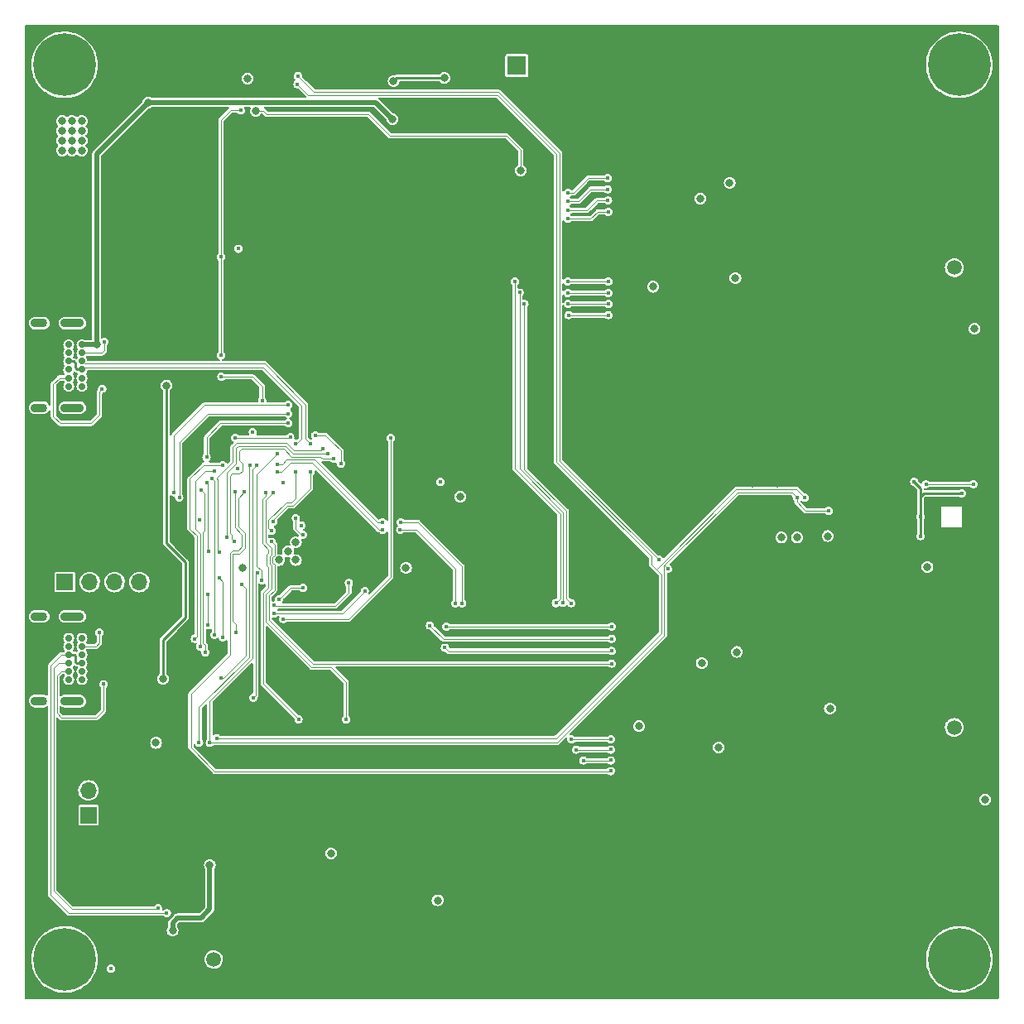
<source format=gbl>
%TF.GenerationSoftware,KiCad,Pcbnew,(6.0.7-1)-1*%
%TF.CreationDate,2023-02-28T10:44:53-05:00*%
%TF.ProjectId,HABBoard,48414242-6f61-4726-942e-6b696361645f,rev?*%
%TF.SameCoordinates,Original*%
%TF.FileFunction,Copper,L4,Bot*%
%TF.FilePolarity,Positive*%
%FSLAX46Y46*%
G04 Gerber Fmt 4.6, Leading zero omitted, Abs format (unit mm)*
G04 Created by KiCad (PCBNEW (6.0.7-1)-1) date 2023-02-28 10:44:53*
%MOMM*%
%LPD*%
G01*
G04 APERTURE LIST*
%TA.AperFunction,ComponentPad*%
%ADD10C,0.500000*%
%TD*%
%TA.AperFunction,SMDPad,CuDef*%
%ADD11R,2.700000X2.700000*%
%TD*%
%TA.AperFunction,ComponentPad*%
%ADD12O,1.700000X1.700000*%
%TD*%
%TA.AperFunction,ComponentPad*%
%ADD13R,1.700000X1.700000*%
%TD*%
%TA.AperFunction,ComponentPad*%
%ADD14O,1.700000X0.900000*%
%TD*%
%TA.AperFunction,ComponentPad*%
%ADD15O,2.400000X0.900000*%
%TD*%
%TA.AperFunction,ComponentPad*%
%ADD16C,0.700000*%
%TD*%
%TA.AperFunction,ComponentPad*%
%ADD17C,6.400000*%
%TD*%
%TA.AperFunction,ComponentPad*%
%ADD18C,1.920000*%
%TD*%
%TA.AperFunction,ComponentPad*%
%ADD19C,1.508000*%
%TD*%
%TA.AperFunction,ComponentPad*%
%ADD20C,1.950000*%
%TD*%
%TA.AperFunction,ComponentPad*%
%ADD21R,1.950000X1.950000*%
%TD*%
%TA.AperFunction,ViaPad*%
%ADD22C,0.800000*%
%TD*%
%TA.AperFunction,ViaPad*%
%ADD23C,0.450000*%
%TD*%
%TA.AperFunction,Conductor*%
%ADD24C,0.125000*%
%TD*%
%TA.AperFunction,Conductor*%
%ADD25C,0.250000*%
%TD*%
%TA.AperFunction,Conductor*%
%ADD26C,0.500000*%
%TD*%
G04 APERTURE END LIST*
D10*
%TO.P,U14,21,PGND*%
%TO.N,GND*%
X49475000Y-35900000D03*
X51675000Y-38100000D03*
D11*
X50575000Y-37000000D03*
D10*
X51675000Y-35900000D03*
X49475000Y-38100000D03*
%TD*%
D12*
%TO.P,J6,5,Pin_5*%
%TO.N,GND*%
X42185000Y-82150000D03*
%TO.P,J6,4,Pin_4*%
%TO.N,/MCU_RESET*%
X39645000Y-82150000D03*
%TO.P,J6,3,Pin_3*%
%TO.N,/MCU_BOOT*%
X37105000Y-82150000D03*
%TO.P,J6,2,Pin_2*%
%TO.N,Net-(J6-Pad2)*%
X34565000Y-82150000D03*
D13*
%TO.P,J6,1,Pin_1*%
%TO.N,Net-(J6-Pad1)*%
X32025000Y-82150000D03*
%TD*%
D14*
%TO.P,J1,S1,SHIELD*%
%TO.N,N/C*%
X29415000Y-55675000D03*
X29415000Y-64325000D03*
D15*
X32795000Y-55675000D03*
X32795000Y-64325000D03*
D16*
%TO.P,J1,B12,GND*%
%TO.N,GND*%
X32425000Y-57025000D03*
%TO.P,J1,B9,VBUS*%
%TO.N,/USB_VBUS*%
X32425000Y-57875000D03*
%TO.P,J1,B8,SBU2*%
%TO.N,unconnected-(J1-PadB8)*%
X32425000Y-58725000D03*
%TO.P,J1,B7,D-*%
%TO.N,Net-(D1-Pad3)*%
X32425000Y-59575000D03*
%TO.P,J1,B6,D+*%
%TO.N,Net-(D1-Pad4)*%
X32425000Y-60425000D03*
%TO.P,J1,B5,CC2*%
%TO.N,Net-(J1-PadB5)*%
X32425000Y-61275000D03*
%TO.P,J1,B4,VBUS*%
%TO.N,/USB_VBUS*%
X32425000Y-62125000D03*
%TO.P,J1,B1,GND*%
%TO.N,GND*%
X32425000Y-62975000D03*
%TO.P,J1,A12,GND*%
X33775000Y-62975000D03*
%TO.P,J1,A9,VBUS*%
%TO.N,/USB_VBUS*%
X33775000Y-62125000D03*
%TO.P,J1,A8,SBU1*%
%TO.N,unconnected-(J1-PadA8)*%
X33775000Y-61275000D03*
%TO.P,J1,A7,D-*%
%TO.N,Net-(D1-Pad3)*%
X33775000Y-60425000D03*
%TO.P,J1,A6,D+*%
%TO.N,Net-(D1-Pad4)*%
X33775000Y-59575000D03*
%TO.P,J1,A5,CC1*%
%TO.N,Net-(J1-PadA5)*%
X33775000Y-58725000D03*
%TO.P,J1,A4,VBUS*%
%TO.N,/USB_VBUS*%
X33775000Y-57875000D03*
%TO.P,J1,A1,GND*%
%TO.N,GND*%
X33775000Y-57025000D03*
%TD*%
D14*
%TO.P,J2,S1,SHIELD*%
%TO.N,N/C*%
X29415000Y-85675000D03*
D15*
X32795000Y-94325000D03*
D14*
X29415000Y-94325000D03*
D15*
X32795000Y-85675000D03*
D16*
%TO.P,J2,B12,GND*%
%TO.N,GND*%
X32425000Y-87025000D03*
%TO.P,J2,B9,VBUS*%
%TO.N,Net-(C42-Pad2)*%
X32425000Y-87875000D03*
%TO.P,J2,B8,SBU2*%
%TO.N,unconnected-(J2-PadB8)*%
X32425000Y-88725000D03*
%TO.P,J2,B7,D-*%
%TO.N,Net-(D2-Pad3)*%
X32425000Y-89575000D03*
%TO.P,J2,B6,D+*%
%TO.N,Net-(D2-Pad4)*%
X32425000Y-90425000D03*
%TO.P,J2,B5,CC2*%
%TO.N,Net-(J2-PadB5)*%
X32425000Y-91275000D03*
%TO.P,J2,B4,VBUS*%
%TO.N,Net-(C42-Pad2)*%
X32425000Y-92125000D03*
%TO.P,J2,B1,GND*%
%TO.N,GND*%
X32425000Y-92975000D03*
%TO.P,J2,A12,GND*%
X33775000Y-92975000D03*
%TO.P,J2,A9,VBUS*%
%TO.N,Net-(C42-Pad2)*%
X33775000Y-92125000D03*
%TO.P,J2,A8,SBU1*%
%TO.N,unconnected-(J2-PadA8)*%
X33775000Y-91275000D03*
%TO.P,J2,A7,D-*%
%TO.N,Net-(D2-Pad3)*%
X33775000Y-90425000D03*
%TO.P,J2,A6,D+*%
%TO.N,Net-(D2-Pad4)*%
X33775000Y-89575000D03*
%TO.P,J2,A5,CC1*%
%TO.N,Net-(J2-PadA5)*%
X33775000Y-88725000D03*
%TO.P,J2,A4,VBUS*%
%TO.N,Net-(C42-Pad2)*%
X33775000Y-87875000D03*
%TO.P,J2,A1,GND*%
%TO.N,GND*%
X33775000Y-87025000D03*
%TD*%
D17*
%TO.P,H4,1,1*%
%TO.N,unconnected-(H4-Pad1)*%
X123500000Y-120750000D03*
%TD*%
D12*
%TO.P,J5,3,Pin_3*%
%TO.N,GND*%
X34450000Y-100920000D03*
%TO.P,J5,2,Pin_2*%
%TO.N,Net-(J5-Pad2)*%
X34450000Y-103460000D03*
D13*
%TO.P,J5,1,Pin_1*%
%TO.N,Net-(J5-Pad1)*%
X34450000Y-106000000D03*
%TD*%
D18*
%TO.P,J8,G4,Ext*%
%TO.N,GND*%
X125400000Y-94625000D03*
%TO.P,J8,G3,Ext*%
X125400000Y-99425000D03*
%TO.P,J8,G2,Ext*%
X120600000Y-99425000D03*
%TO.P,J8,G1,Ext*%
X120600000Y-94625000D03*
D19*
%TO.P,J8,1,In*%
%TO.N,Net-(C74-Pad2)*%
X123000000Y-97025000D03*
%TD*%
%TO.P,J4,1,In*%
%TO.N,Net-(J4-Pad1)*%
X47250000Y-120750000D03*
D18*
%TO.P,J4,G1,Ext*%
%TO.N,GND*%
X44850000Y-118350000D03*
%TO.P,J4,G2,Ext*%
X44850000Y-123150000D03*
%TO.P,J4,G3,Ext*%
X49650000Y-123150000D03*
%TO.P,J4,G4,Ext*%
X49650000Y-118350000D03*
%TD*%
%TO.P,J7,G4,Ext*%
%TO.N,GND*%
X125400000Y-47600000D03*
%TO.P,J7,G3,Ext*%
X125400000Y-52400000D03*
%TO.P,J7,G2,Ext*%
X120600000Y-52400000D03*
%TO.P,J7,G1,Ext*%
X120600000Y-47600000D03*
D19*
%TO.P,J7,1,In*%
%TO.N,Net-(C65-Pad1)*%
X123000000Y-50000000D03*
%TD*%
D20*
%TO.P,BT1,2,-*%
%TO.N,GND*%
X83250000Y-29337500D03*
D21*
%TO.P,BT1,1,+*%
%TO.N,Net-(BT1-Pad1)*%
X78250000Y-29337500D03*
%TD*%
D17*
%TO.P,H1,1,1*%
%TO.N,unconnected-(H1-Pad1)*%
X32000000Y-29250000D03*
%TD*%
%TO.P,H3,1,1*%
%TO.N,unconnected-(H3-Pad1)*%
X32000000Y-120750000D03*
%TD*%
%TO.P,H2,1,1*%
%TO.N,unconnected-(H2-Pad1)*%
X123500000Y-29250000D03*
%TD*%
D22*
%TO.N,GND*%
X63950000Y-29000000D03*
X64150000Y-26450000D03*
X65200000Y-29050000D03*
X68100000Y-27450000D03*
X66400000Y-27300000D03*
X65350000Y-26050000D03*
X69150000Y-27050000D03*
X64750000Y-27650000D03*
X67450000Y-26550000D03*
X87250000Y-115950000D03*
X87500000Y-119700000D03*
X85750000Y-120100000D03*
X86800000Y-120450000D03*
X87000000Y-118650000D03*
X87200000Y-117200000D03*
X86100000Y-115850000D03*
X86900000Y-108900000D03*
X87500000Y-111300000D03*
X86750000Y-112250000D03*
X86100000Y-107900000D03*
X87400000Y-110050000D03*
X70350000Y-106600000D03*
X68500000Y-107350000D03*
X68650000Y-112450000D03*
X68100000Y-110250000D03*
X70300000Y-112350000D03*
X69150000Y-111400000D03*
X69600000Y-109950000D03*
X69600000Y-107750000D03*
X68700000Y-109100000D03*
X70250000Y-121400000D03*
X68500000Y-120700000D03*
X68800000Y-119350000D03*
X67800000Y-117900000D03*
X67650000Y-119600000D03*
X69800000Y-120200000D03*
X69150000Y-118300000D03*
X53800000Y-31950000D03*
X53300000Y-30800000D03*
X52600000Y-31950000D03*
X51850000Y-31150000D03*
X51150000Y-32050000D03*
X41800000Y-29350000D03*
X40600000Y-28450000D03*
X40900000Y-27200000D03*
X44000000Y-25600000D03*
X46400000Y-28000000D03*
X46350000Y-26900000D03*
X42050000Y-28100000D03*
X42050000Y-26700000D03*
X42750000Y-32050000D03*
X43350000Y-34050000D03*
X44550000Y-34100000D03*
X44000000Y-32100000D03*
X45450000Y-32100000D03*
X47050000Y-32050000D03*
X38450000Y-44500000D03*
X40000000Y-44250000D03*
X37900000Y-43000000D03*
X39050000Y-43100000D03*
X33850000Y-49200000D03*
X33450000Y-48250000D03*
X32950000Y-50050000D03*
X30850000Y-50600000D03*
X28850000Y-49350000D03*
X30250000Y-47750000D03*
X28900000Y-47250000D03*
X31950000Y-49000000D03*
X31450000Y-47850000D03*
X30150000Y-48900000D03*
X33000000Y-47400000D03*
X34200000Y-39850000D03*
X37650000Y-41750000D03*
X42200000Y-45300000D03*
X40850000Y-43900000D03*
X40400000Y-43000000D03*
X42400000Y-44050000D03*
X44850000Y-44400000D03*
X43800000Y-44800000D03*
X41750000Y-43000000D03*
X41600000Y-41300000D03*
X43550000Y-43500000D03*
X43000000Y-41950000D03*
X44850000Y-42500000D03*
X45550000Y-43550000D03*
X47050000Y-43050000D03*
X46150000Y-41750000D03*
X35750000Y-121900000D03*
X36200000Y-119500000D03*
X35650000Y-124300000D03*
X36100000Y-123300000D03*
X36600000Y-120650000D03*
X37100000Y-123500000D03*
X41050000Y-118700000D03*
X41050000Y-117850000D03*
X55450000Y-111150000D03*
X50600000Y-109600000D03*
X50650000Y-110750000D03*
X54550000Y-109650000D03*
X51800000Y-109200000D03*
X53050000Y-110700000D03*
X53350000Y-109000000D03*
X54150000Y-110650000D03*
X52050000Y-110450000D03*
X41550000Y-102550000D03*
X36750000Y-101500000D03*
X36800000Y-99850000D03*
X37600000Y-102750000D03*
X40200000Y-102300000D03*
X39100000Y-101950000D03*
X37750000Y-101400000D03*
X38550000Y-100050000D03*
X55550000Y-104300000D03*
X54350000Y-105250000D03*
X51450000Y-104950000D03*
X53050000Y-102550000D03*
X50750000Y-103300000D03*
X53900000Y-104250000D03*
X52750000Y-105050000D03*
X52150000Y-103450000D03*
X50000000Y-102350000D03*
X50250000Y-104800000D03*
X56000000Y-103000000D03*
X55550000Y-99900000D03*
X54250000Y-102750000D03*
X102750000Y-81850000D03*
X100500000Y-81800000D03*
X104350000Y-80850000D03*
X109000000Y-81550000D03*
X109850000Y-78750000D03*
X113100000Y-80400000D03*
X115850000Y-80800000D03*
X118750000Y-80800000D03*
X119150000Y-79500000D03*
X119900000Y-82550000D03*
X126650000Y-84350000D03*
X126850000Y-77600000D03*
X126600000Y-73050000D03*
X126250000Y-71050000D03*
X119700000Y-70800000D03*
X122050000Y-71150000D03*
X126350000Y-56000000D03*
X126350000Y-60300000D03*
X126350000Y-58300000D03*
X124600000Y-59700000D03*
X124800000Y-58050000D03*
X122550000Y-60050000D03*
X122500000Y-58450000D03*
X114800000Y-63150000D03*
X116000000Y-61600000D03*
X117650000Y-62550000D03*
X120600000Y-59300000D03*
X118400000Y-59950000D03*
X120200000Y-57950000D03*
X126000000Y-61850000D03*
X126000000Y-64390000D03*
X123460000Y-64390000D03*
X126000000Y-69470000D03*
X123460000Y-61850000D03*
X123460000Y-69470000D03*
X126000000Y-66930000D03*
X120920000Y-64390000D03*
X120920000Y-69470000D03*
X123460000Y-66930000D03*
X120920000Y-66930000D03*
X120920000Y-61850000D03*
X117800000Y-69550000D03*
X115260000Y-69550000D03*
X115260000Y-67010000D03*
X110180000Y-69550000D03*
X117800000Y-67010000D03*
X110180000Y-67010000D03*
X112720000Y-69550000D03*
X115260000Y-64470000D03*
X110180000Y-64470000D03*
X112720000Y-67010000D03*
X112720000Y-64470000D03*
X117800000Y-64470000D03*
X98550000Y-58150000D03*
X98500000Y-60400000D03*
X100050000Y-60800000D03*
X101100000Y-60150000D03*
X101100000Y-58450000D03*
X102600000Y-60750000D03*
X104650000Y-60900000D03*
X103800000Y-60100000D03*
X103550000Y-58500000D03*
X105850000Y-60550000D03*
X108900000Y-59850000D03*
X106550000Y-58350000D03*
X107650000Y-60950000D03*
X109500000Y-60900000D03*
X109100000Y-58650000D03*
X110650000Y-59550000D03*
X110650000Y-60550000D03*
X113700000Y-58600000D03*
X113300000Y-60600000D03*
X111800000Y-59000000D03*
X112200000Y-61050000D03*
X114100000Y-59750000D03*
X115550000Y-58300000D03*
X117200000Y-57150000D03*
X118750000Y-55450000D03*
X117600000Y-56000000D03*
X120350000Y-54750000D03*
X123650000Y-54700000D03*
X125550000Y-54500000D03*
X122150000Y-54650000D03*
X119050000Y-54100000D03*
X117300000Y-53300000D03*
X118550000Y-52750000D03*
X117950000Y-54500000D03*
X117400000Y-51900000D03*
X117050000Y-47600000D03*
X118800000Y-47350000D03*
X117900000Y-46750000D03*
X117100000Y-45800000D03*
X117900000Y-43700000D03*
X117200000Y-44350000D03*
X118750000Y-45400000D03*
X121000000Y-45650000D03*
X123200000Y-45450000D03*
X124350000Y-45350000D03*
X125650000Y-45600000D03*
X126650000Y-44900000D03*
X126800000Y-43100000D03*
X125900000Y-44050000D03*
X124750000Y-44400000D03*
X123600000Y-44450000D03*
X120100000Y-44400000D03*
X121800000Y-44800000D03*
X120700000Y-42100000D03*
X119200000Y-42800000D03*
X117600000Y-42750000D03*
X119050000Y-43950000D03*
X121000000Y-43200000D03*
X119200000Y-41800000D03*
X118250000Y-41550000D03*
X117550000Y-40550000D03*
X118800000Y-40400000D03*
X120500000Y-40100000D03*
X122200000Y-39850000D03*
X126250000Y-41650000D03*
X124650000Y-43450000D03*
X122450000Y-43200000D03*
X122300000Y-41300000D03*
X124700000Y-41250000D03*
X125700000Y-43050000D03*
X123800000Y-42450000D03*
X121150000Y-41050000D03*
X123750000Y-39900000D03*
X125250000Y-40100000D03*
X126500000Y-40250000D03*
X125400000Y-38800000D03*
X124250000Y-38300000D03*
X122650000Y-38400000D03*
X121400000Y-38750000D03*
X119250000Y-39050000D03*
X117450000Y-39300000D03*
X118050000Y-37800000D03*
X119700000Y-37550000D03*
X121250000Y-36900000D03*
X123200000Y-36200000D03*
X126400000Y-38300000D03*
X126700000Y-35350000D03*
X126500000Y-36700000D03*
X124750000Y-35100000D03*
X124800000Y-36500000D03*
X125850000Y-35000000D03*
X123950000Y-33450000D03*
X126950000Y-33500000D03*
X126000000Y-32150000D03*
X125300000Y-33300000D03*
X123200000Y-34350000D03*
X121900000Y-35400000D03*
X118450000Y-36450000D03*
X115800000Y-35800000D03*
X117550000Y-35100000D03*
X115100000Y-32950000D03*
X115200000Y-30350000D03*
X116100000Y-28850000D03*
X119050000Y-34050000D03*
X120050000Y-35800000D03*
X121400000Y-33650000D03*
X119200000Y-32250000D03*
X118500000Y-30450000D03*
X119500000Y-28300000D03*
X118650000Y-25950000D03*
X114250000Y-26750000D03*
X117650000Y-27400000D03*
X114800000Y-28050000D03*
X115900000Y-31700000D03*
X116000000Y-34300000D03*
X117250000Y-32850000D03*
X117000000Y-30300000D03*
X113600000Y-28850000D03*
X113500000Y-31550000D03*
X113600000Y-33950000D03*
X113350000Y-35600000D03*
X112050000Y-35500000D03*
X109350000Y-35700000D03*
X110300000Y-35150000D03*
X107550000Y-36100000D03*
X108250000Y-34950000D03*
X105600000Y-35700000D03*
X106700000Y-35250000D03*
X103850000Y-34950000D03*
X104150000Y-35900000D03*
X99950000Y-35300000D03*
X101650000Y-35250000D03*
X96600000Y-34750000D03*
X98300000Y-35500000D03*
X92050000Y-35600000D03*
X89200000Y-35650000D03*
X95150000Y-35650000D03*
X90650000Y-35450000D03*
X86950000Y-35450000D03*
X112050000Y-33470000D03*
X109510000Y-33470000D03*
X106970000Y-33470000D03*
X104430000Y-33470000D03*
X101890000Y-33470000D03*
X99350000Y-33470000D03*
X96810000Y-33470000D03*
X94270000Y-33470000D03*
X91730000Y-33470000D03*
X89190000Y-33470000D03*
X86650000Y-33470000D03*
X112050000Y-30930000D03*
X109510000Y-30930000D03*
X106970000Y-30930000D03*
X104430000Y-30930000D03*
X101890000Y-30930000D03*
X99350000Y-30930000D03*
X96810000Y-30930000D03*
X94270000Y-30930000D03*
X91730000Y-30930000D03*
X89190000Y-30930000D03*
X86650000Y-30930000D03*
X112050000Y-28390000D03*
X109510000Y-28390000D03*
X106970000Y-28390000D03*
X104430000Y-28390000D03*
X101890000Y-28390000D03*
X99350000Y-28390000D03*
X96810000Y-28390000D03*
X94270000Y-28390000D03*
X91730000Y-28390000D03*
X89190000Y-28390000D03*
X86650000Y-28390000D03*
X112050000Y-25850000D03*
X109510000Y-25850000D03*
X106970000Y-25850000D03*
X104430000Y-25850000D03*
X101890000Y-25850000D03*
X99350000Y-25850000D03*
X96810000Y-25850000D03*
X94270000Y-25850000D03*
X91730000Y-25850000D03*
X89190000Y-25850000D03*
X86650000Y-25850000D03*
X126700000Y-117450000D03*
X125350000Y-117050000D03*
X123600000Y-116500000D03*
X120500000Y-124000000D03*
X119400000Y-122600000D03*
X119200000Y-123650000D03*
X117650000Y-123950000D03*
X116150000Y-124200000D03*
X116800000Y-121900000D03*
X116000000Y-122800000D03*
X118000000Y-122400000D03*
X119050000Y-121600000D03*
X119500000Y-118950000D03*
X120800000Y-117350000D03*
X119750000Y-117750000D03*
X118850000Y-119950000D03*
X117400000Y-120800000D03*
X115850000Y-121100000D03*
X116750000Y-119150000D03*
X115150000Y-117850000D03*
X115650000Y-119400000D03*
X117750000Y-117900000D03*
X116250000Y-117800000D03*
X117900000Y-119100000D03*
X118750000Y-116800000D03*
X117300000Y-116600000D03*
X115850000Y-115800000D03*
X116450000Y-114200000D03*
X117500000Y-115200000D03*
X119400000Y-115400000D03*
X122200000Y-116250000D03*
X121250000Y-115100000D03*
X121000000Y-116100000D03*
X122650000Y-115100000D03*
X126150000Y-115850000D03*
X124250000Y-114700000D03*
X124550000Y-115800000D03*
X126650000Y-114750000D03*
X125500000Y-114450000D03*
X126750000Y-113700000D03*
X126550000Y-112200000D03*
X125450000Y-112900000D03*
X124600000Y-111000000D03*
X125550000Y-111000000D03*
X126700000Y-110500000D03*
X125900000Y-109650000D03*
X124650000Y-109900000D03*
X124200000Y-108750000D03*
X125550000Y-108550000D03*
X126650000Y-108550000D03*
X126600000Y-107450000D03*
X126650000Y-105950000D03*
X125400000Y-107400000D03*
X124150000Y-107450000D03*
X117350000Y-111650000D03*
X116050000Y-111600000D03*
X119500000Y-110450000D03*
X117350000Y-110400000D03*
X115550000Y-110150000D03*
X116500000Y-108900000D03*
X118550000Y-109250000D03*
X119850000Y-109250000D03*
X118700000Y-107850000D03*
X119600000Y-105750000D03*
X119900000Y-107500000D03*
X117200000Y-107700000D03*
X118550000Y-106100000D03*
X115850000Y-106750000D03*
X116800000Y-105800000D03*
X119200000Y-104400000D03*
X117900000Y-104550000D03*
X121400000Y-102450000D03*
X122800000Y-102100000D03*
X124750000Y-101650000D03*
X126200000Y-102250000D03*
X126850000Y-101450000D03*
X125600000Y-101250000D03*
X123650000Y-101350000D03*
X122050000Y-101350000D03*
X118750000Y-102850000D03*
X119850000Y-102350000D03*
X120600000Y-101450000D03*
X118150000Y-102050000D03*
X117250000Y-102750000D03*
X117250000Y-101350000D03*
X119150000Y-101400000D03*
X118300000Y-100550000D03*
X117350000Y-100100000D03*
X118500000Y-99000000D03*
X117200000Y-98650000D03*
X117450000Y-89000000D03*
X117250000Y-91900000D03*
X117950000Y-95400000D03*
X117200000Y-94450000D03*
X118600000Y-94350000D03*
X119100000Y-92550000D03*
X123650000Y-87350000D03*
X123350000Y-89200000D03*
X121450000Y-90900000D03*
X121900000Y-92200000D03*
X122900000Y-92400000D03*
X124350000Y-91400000D03*
X124250000Y-92450000D03*
X125900000Y-92650000D03*
X125300000Y-91300000D03*
X126350000Y-91100000D03*
X124600000Y-90300000D03*
X125950000Y-89550000D03*
X126400000Y-87900000D03*
X125050000Y-86950000D03*
X123700000Y-86100000D03*
X122350000Y-87800000D03*
X121700000Y-89150000D03*
X120050000Y-90300000D03*
X117200000Y-90500000D03*
X118650000Y-89700000D03*
X120150000Y-92050000D03*
X117750000Y-93200000D03*
X118600000Y-91400000D03*
X122800000Y-90700000D03*
X124700000Y-88700000D03*
X120350000Y-88700000D03*
X117600000Y-87900000D03*
X120700000Y-86900000D03*
X121500000Y-85450000D03*
X121850000Y-86500000D03*
X123800000Y-84900000D03*
X124800000Y-85600000D03*
X126200000Y-85700000D03*
X125100000Y-83800000D03*
X126200000Y-83200000D03*
X125350000Y-82600000D03*
X122400000Y-84750000D03*
X120700000Y-84850000D03*
X109750000Y-82800000D03*
X108050000Y-82650000D03*
X111650000Y-82800000D03*
X110050000Y-81650000D03*
X110000000Y-79750000D03*
X113050000Y-81850000D03*
X115400000Y-82700000D03*
X115500000Y-79500000D03*
X113800000Y-79250000D03*
X116900000Y-82600000D03*
X118800000Y-82650000D03*
X119350000Y-84200000D03*
X117850000Y-86100000D03*
X119700000Y-85850000D03*
X119150000Y-87400000D03*
X117700000Y-84750000D03*
X111650000Y-81150000D03*
X117400000Y-81200000D03*
X114560000Y-81200000D03*
X114250000Y-124380000D03*
X111710000Y-124380000D03*
X109170000Y-124380000D03*
X106630000Y-124380000D03*
X104090000Y-124380000D03*
X101550000Y-124380000D03*
X99010000Y-124380000D03*
X96470000Y-124380000D03*
X93930000Y-124380000D03*
X91390000Y-124380000D03*
X88850000Y-124380000D03*
X114250000Y-121840000D03*
X111710000Y-121840000D03*
X109170000Y-121840000D03*
X106630000Y-121840000D03*
X104090000Y-121840000D03*
X101550000Y-121840000D03*
X99010000Y-121840000D03*
X96470000Y-121840000D03*
X93930000Y-121840000D03*
X91390000Y-121840000D03*
X88850000Y-121840000D03*
X114250000Y-119300000D03*
X111710000Y-119300000D03*
X109170000Y-119300000D03*
X106630000Y-119300000D03*
X104090000Y-119300000D03*
X101550000Y-119300000D03*
X99010000Y-119300000D03*
X96470000Y-119300000D03*
X93930000Y-119300000D03*
X91390000Y-119300000D03*
X88850000Y-119300000D03*
X114250000Y-116710000D03*
X111710000Y-116710000D03*
X109170000Y-116710000D03*
X114250000Y-114170000D03*
X111710000Y-114170000D03*
X109170000Y-114170000D03*
X114250000Y-111630000D03*
X111710000Y-111630000D03*
X109170000Y-111630000D03*
X114250000Y-109090000D03*
X111710000Y-109090000D03*
X109170000Y-109090000D03*
X114250000Y-106550000D03*
X111710000Y-106550000D03*
X109170000Y-116710000D03*
X106630000Y-116710000D03*
X104090000Y-116710000D03*
X101550000Y-116710000D03*
X99010000Y-116710000D03*
X109170000Y-114170000D03*
X106630000Y-114170000D03*
X104090000Y-114170000D03*
X101550000Y-114170000D03*
X99010000Y-114170000D03*
X109170000Y-111630000D03*
X106630000Y-111630000D03*
X104090000Y-111630000D03*
X101550000Y-111630000D03*
X99010000Y-111630000D03*
X109170000Y-109090000D03*
X106630000Y-109090000D03*
X104090000Y-109090000D03*
X101550000Y-109090000D03*
X99010000Y-109090000D03*
X109170000Y-106550000D03*
X106630000Y-106550000D03*
X104090000Y-106550000D03*
X101550000Y-106550000D03*
X99010000Y-116710000D03*
X96470000Y-116710000D03*
X93930000Y-116710000D03*
X91390000Y-116710000D03*
X88850000Y-116710000D03*
X99010000Y-114170000D03*
X96470000Y-114170000D03*
X93930000Y-114170000D03*
X91390000Y-114170000D03*
X88850000Y-114170000D03*
X99010000Y-111630000D03*
X96470000Y-111630000D03*
X93930000Y-111630000D03*
X88850000Y-111630000D03*
X99010000Y-109090000D03*
X96470000Y-109090000D03*
X93930000Y-109090000D03*
X91390000Y-109090000D03*
X99010000Y-106550000D03*
X96470000Y-106550000D03*
X93930000Y-106550000D03*
X91390000Y-106550000D03*
X88850000Y-106550000D03*
X97300000Y-82260000D03*
X94760000Y-82260000D03*
X89680000Y-82260000D03*
X87140000Y-82260000D03*
X84600000Y-82260000D03*
X102380000Y-79720000D03*
X99840000Y-79720000D03*
X97300000Y-79720000D03*
X89680000Y-79720000D03*
X87140000Y-79720000D03*
X84600000Y-79720000D03*
X102380000Y-77180000D03*
X99840000Y-77180000D03*
X94760000Y-77180000D03*
X92220000Y-77180000D03*
X87140000Y-77180000D03*
X84600000Y-77180000D03*
X102380000Y-74640000D03*
X97300000Y-74640000D03*
X94760000Y-74640000D03*
X92220000Y-74640000D03*
X89680000Y-74640000D03*
X107460000Y-72100000D03*
X104920000Y-72100000D03*
X102380000Y-72100000D03*
X99840000Y-72100000D03*
X97300000Y-72100000D03*
X94760000Y-72100000D03*
X92220000Y-72100000D03*
X89680000Y-72100000D03*
X87140000Y-72100000D03*
X107460000Y-69560000D03*
X104920000Y-69560000D03*
X102380000Y-69560000D03*
X99840000Y-69560000D03*
X97300000Y-69560000D03*
X94760000Y-69560000D03*
X92220000Y-69560000D03*
X89680000Y-69560000D03*
X87140000Y-69560000D03*
X84600000Y-69560000D03*
X107460000Y-67020000D03*
X104920000Y-67020000D03*
X102380000Y-67020000D03*
X99840000Y-67020000D03*
X97300000Y-67020000D03*
X94760000Y-67020000D03*
X92220000Y-67020000D03*
X89680000Y-67020000D03*
X87140000Y-67020000D03*
X84600000Y-67020000D03*
X107460000Y-64480000D03*
X104920000Y-64480000D03*
X102380000Y-64480000D03*
X99840000Y-64480000D03*
X97300000Y-64480000D03*
X94760000Y-64480000D03*
X92220000Y-64480000D03*
X89680000Y-64480000D03*
X87140000Y-64480000D03*
X84600000Y-64480000D03*
X97300000Y-61940000D03*
X94760000Y-61940000D03*
X92220000Y-61940000D03*
X89680000Y-61940000D03*
X87140000Y-61940000D03*
X84600000Y-61940000D03*
X107460000Y-59400000D03*
X104920000Y-59400000D03*
X102380000Y-59400000D03*
X99840000Y-59400000D03*
X97300000Y-59400000D03*
X94760000Y-59400000D03*
X92220000Y-59400000D03*
X89680000Y-59400000D03*
X87140000Y-59400000D03*
X84600000Y-59400000D03*
X115150000Y-51100000D03*
X99950000Y-45400000D03*
X112550000Y-101250000D03*
D23*
X50750000Y-121400000D03*
D22*
X112550000Y-41800000D03*
X101350000Y-54200000D03*
X107050000Y-87450000D03*
D23*
X92300000Y-100200000D03*
D22*
X107650000Y-93400000D03*
X109350000Y-40700000D03*
X87550000Y-95050000D03*
X110050000Y-55300000D03*
X87450000Y-39800000D03*
X60450000Y-81000000D03*
X60450000Y-79900000D03*
D23*
X103750000Y-47600000D03*
X52150000Y-119800000D03*
D22*
X59250000Y-79900000D03*
D23*
X98150000Y-102000000D03*
X110670000Y-50700000D03*
X112250000Y-97700000D03*
D22*
X112250000Y-46600000D03*
D23*
X112750000Y-97700000D03*
D22*
X106150000Y-43500000D03*
X105450000Y-41800000D03*
D23*
X104750000Y-102000000D03*
D22*
X88350000Y-94400000D03*
D23*
X116550000Y-50200000D03*
X50750000Y-120100000D03*
D22*
X60450000Y-75600000D03*
X105350000Y-92500000D03*
D23*
X52250000Y-121400000D03*
X104950000Y-95150000D03*
D22*
X113250000Y-54200000D03*
X106750000Y-88700000D03*
X89850000Y-46600000D03*
X95700000Y-86400000D03*
X108800000Y-90050000D03*
X114000000Y-101300000D03*
D23*
X105550000Y-51900000D03*
X118250000Y-97700000D03*
D22*
X113650000Y-43700000D03*
X111150000Y-44600000D03*
X104350000Y-41800000D03*
X113250000Y-102150000D03*
X111750000Y-52700000D03*
X88850000Y-46200000D03*
X100950000Y-46600000D03*
X99950000Y-92100000D03*
X104050000Y-88800000D03*
D23*
X107750000Y-100850000D03*
X118750000Y-96350000D03*
D22*
X100850000Y-55400000D03*
D23*
X107250000Y-47150000D03*
D22*
X109500000Y-92950000D03*
D23*
X118250000Y-96350000D03*
X119350000Y-50700000D03*
D22*
X60450000Y-77800000D03*
X107400000Y-86200000D03*
D23*
X117100000Y-50200000D03*
X92950000Y-47350000D03*
X53850000Y-115700000D03*
D22*
X112150000Y-91350000D03*
D23*
X100750000Y-47900000D03*
D22*
X99150000Y-47050000D03*
X109850000Y-43900000D03*
D23*
X53850000Y-118400000D03*
X112750000Y-50200000D03*
X111070000Y-48500000D03*
X49750000Y-121400000D03*
X97150000Y-102000000D03*
D22*
X107250000Y-44000000D03*
D23*
X53850000Y-117200000D03*
D22*
X107750000Y-90400000D03*
X102250000Y-52800000D03*
X104950000Y-43900000D03*
X86450000Y-91200000D03*
X108450000Y-86850000D03*
D23*
X101150000Y-100800000D03*
D22*
X91450000Y-40100000D03*
X108450000Y-51500000D03*
D23*
X118850000Y-49300000D03*
D22*
X108450000Y-52500000D03*
X97450000Y-86500000D03*
X108700000Y-94150000D03*
D23*
X110250000Y-47700000D03*
D22*
X62150000Y-71500000D03*
X113350000Y-40200000D03*
X100700000Y-87600000D03*
D23*
X102750000Y-47900000D03*
D22*
X102050000Y-44400000D03*
D23*
X105550000Y-94650000D03*
D22*
X103450000Y-52800000D03*
D23*
X53850000Y-115200000D03*
X120800000Y-96350000D03*
X117650000Y-50200000D03*
D22*
X112350000Y-43800000D03*
X106600000Y-91050000D03*
D23*
X108250000Y-102000000D03*
D22*
X101450000Y-43100000D03*
D23*
X114700000Y-96300000D03*
X118150000Y-50500000D03*
X51250000Y-121400000D03*
X111750000Y-97700000D03*
D22*
X60450000Y-76800000D03*
X113450000Y-45600000D03*
D23*
X110570000Y-48500000D03*
X52450000Y-118400000D03*
X114750000Y-97700000D03*
X108750000Y-47500000D03*
D22*
X110200000Y-93950000D03*
D23*
X51750000Y-120100000D03*
X115500000Y-50200000D03*
D22*
X111250000Y-47400000D03*
X111450000Y-54600000D03*
X110350000Y-42400000D03*
X107450000Y-40200000D03*
X107850000Y-53900000D03*
X119650000Y-112800000D03*
X99750000Y-54500000D03*
D23*
X107750000Y-47150000D03*
D22*
X106150000Y-45100000D03*
X102550000Y-40300000D03*
X103650000Y-44700000D03*
X101250000Y-50200000D03*
X95850000Y-42600000D03*
X101150000Y-39300000D03*
D23*
X121300000Y-96350000D03*
X120250000Y-74800000D03*
D22*
X113950000Y-95350000D03*
X86900000Y-92200000D03*
X100950000Y-44400000D03*
D23*
X108500000Y-99100000D03*
D22*
X88400000Y-95450000D03*
X87850000Y-49100000D03*
X91350000Y-49700000D03*
X110050000Y-39300000D03*
D23*
X104250000Y-100850000D03*
X104950000Y-95650000D03*
D22*
X105800000Y-98150000D03*
X121700000Y-78250000D03*
D23*
X92050000Y-99700000D03*
D22*
X108750000Y-88900000D03*
D23*
X102450000Y-96150000D03*
X52450000Y-114700000D03*
D22*
X105050000Y-42800000D03*
D23*
X102750000Y-100100000D03*
X49750000Y-120100000D03*
D22*
X87550000Y-45700000D03*
D23*
X97650000Y-102000000D03*
X120250000Y-96350000D03*
D22*
X87050000Y-50000000D03*
D23*
X104450000Y-96150000D03*
D22*
X102850000Y-89800000D03*
X111450000Y-92450000D03*
D23*
X114250000Y-97700000D03*
D22*
X111850000Y-86150000D03*
X102550000Y-46900000D03*
X59350000Y-75600000D03*
X100250000Y-91050000D03*
X99250000Y-53500000D03*
X98300000Y-100600000D03*
X110450000Y-92050000D03*
D23*
X53850000Y-117800000D03*
X105250000Y-47600000D03*
X116800000Y-72750000D03*
D22*
X89250000Y-94700000D03*
D23*
X120450000Y-49300000D03*
D22*
X109550000Y-86150000D03*
D23*
X52450000Y-115200000D03*
X53150000Y-120800000D03*
D22*
X112750000Y-52500000D03*
D23*
X106250000Y-51900000D03*
X50250000Y-120100000D03*
D22*
X103750000Y-98150000D03*
D23*
X105750000Y-100850000D03*
X104250000Y-102000000D03*
X92200000Y-94200000D03*
X104750000Y-47600000D03*
D22*
X109250000Y-46500000D03*
D23*
X113700000Y-96300000D03*
X93600000Y-53250000D03*
X102450000Y-95650000D03*
D22*
X101950000Y-88900000D03*
D23*
X93100000Y-53250000D03*
X106850000Y-100000000D03*
X52450000Y-118900000D03*
D22*
X108450000Y-50500000D03*
X113150000Y-89550000D03*
D23*
X105750000Y-102000000D03*
X113250000Y-48500000D03*
D22*
X108300000Y-95050000D03*
X100950000Y-41900000D03*
X89250000Y-49500000D03*
X106750000Y-89900000D03*
X113250000Y-94350000D03*
D23*
X111250000Y-97700000D03*
X106700000Y-94650000D03*
X92300000Y-100800000D03*
X107750000Y-99100000D03*
X116050000Y-48800000D03*
X106250000Y-102000000D03*
X112200000Y-96300000D03*
X48750000Y-121400000D03*
D22*
X88850000Y-47500000D03*
D23*
X106100000Y-94650000D03*
D22*
X102350000Y-91900000D03*
X100700000Y-93200000D03*
X110850000Y-102150000D03*
X60450000Y-78800000D03*
D23*
X104750000Y-100050000D03*
D22*
X110550000Y-88150000D03*
X123850000Y-78250000D03*
D23*
X114200000Y-96300000D03*
X118350000Y-48900000D03*
X105550000Y-51100000D03*
D22*
X90150000Y-95100000D03*
X52760000Y-66620000D03*
D23*
X113200000Y-96300000D03*
X53450000Y-120400000D03*
X53850000Y-114700000D03*
D22*
X87550000Y-46900000D03*
D23*
X49250000Y-121400000D03*
D22*
X90500000Y-91900000D03*
D23*
X108500000Y-98550000D03*
D22*
X88100000Y-96600000D03*
X99400000Y-88050000D03*
X106100000Y-86450000D03*
X105150000Y-46400000D03*
X112700000Y-95350000D03*
D23*
X113750000Y-97700000D03*
D22*
X103550000Y-42600000D03*
X92450000Y-39800000D03*
X62150000Y-72500000D03*
D23*
X109750000Y-47700000D03*
D22*
X104550000Y-45500000D03*
D23*
X48750000Y-120100000D03*
D22*
X112000000Y-99950000D03*
X112250000Y-98950000D03*
X112500000Y-93550000D03*
D23*
X119900000Y-50700000D03*
D22*
X88500000Y-97450000D03*
X90000000Y-94100000D03*
X98750000Y-87050000D03*
X110750000Y-46300000D03*
D23*
X107050000Y-51900000D03*
D22*
X111500000Y-101200000D03*
D23*
X102750000Y-100850000D03*
D22*
X107950000Y-44500000D03*
X109900000Y-87200000D03*
D23*
X113250000Y-97700000D03*
D22*
X102000000Y-87600000D03*
X112550000Y-92550000D03*
X122800000Y-78250000D03*
D23*
X107750000Y-98550000D03*
X116550000Y-48800000D03*
X119900000Y-49300000D03*
D22*
X114000000Y-93500000D03*
X106150000Y-93100000D03*
X97950000Y-93850000D03*
D23*
X111620000Y-48500000D03*
D22*
X102750000Y-39200000D03*
D23*
X119250000Y-97700000D03*
D22*
X90250000Y-45300000D03*
X112750000Y-51500000D03*
D23*
X103750000Y-102000000D03*
D22*
X111050000Y-87150000D03*
X113650000Y-41600000D03*
X104500000Y-90800000D03*
X103400000Y-86950000D03*
X89000000Y-93750000D03*
X103350000Y-46100000D03*
X113650000Y-54900000D03*
D23*
X106750000Y-100850000D03*
X53850000Y-118900000D03*
X53850000Y-116700000D03*
X53750000Y-120000000D03*
D22*
X100200000Y-86300000D03*
D23*
X52750000Y-121200000D03*
D22*
X59350000Y-76900000D03*
X113700000Y-92300000D03*
X104650000Y-92000000D03*
D23*
X116250000Y-97700000D03*
D22*
X106550000Y-39400000D03*
X96050000Y-43600000D03*
D23*
X119750000Y-97700000D03*
X119250000Y-96350000D03*
X49250000Y-120100000D03*
X103950000Y-96150000D03*
D22*
X109350000Y-41900000D03*
X107750000Y-46000000D03*
D23*
X103250000Y-100850000D03*
X120250000Y-73800000D03*
D22*
X111300000Y-93450000D03*
X104450000Y-93500000D03*
X101250000Y-90250000D03*
X99150000Y-91050000D03*
X103550000Y-91500000D03*
X109850000Y-89450000D03*
X88950000Y-48600000D03*
D23*
X107750000Y-100200000D03*
D22*
X108050000Y-41200000D03*
D23*
X102450000Y-95150000D03*
D22*
X104150000Y-40600000D03*
X58250000Y-81000000D03*
D23*
X53850000Y-116200000D03*
D22*
X110250000Y-45400000D03*
X106250000Y-53200000D03*
X88450000Y-39500000D03*
X114050000Y-87250000D03*
D23*
X109250000Y-47500000D03*
D22*
X105050000Y-54800000D03*
D23*
X112750000Y-48500000D03*
D22*
X103550000Y-93100000D03*
X105750000Y-40400000D03*
X108350000Y-42800000D03*
X98950000Y-55100000D03*
D23*
X106750000Y-47150000D03*
X104750000Y-100850000D03*
D22*
X59250000Y-81000000D03*
D23*
X104250000Y-47600000D03*
D22*
X106750000Y-54900000D03*
X113200000Y-100250000D03*
X114050000Y-51100000D03*
X104200000Y-85750000D03*
X101150000Y-45400000D03*
X89450000Y-39500000D03*
X101750000Y-93650000D03*
X102050000Y-46100000D03*
X105450000Y-89200000D03*
X107250000Y-91900000D03*
X102950000Y-43700000D03*
X111350000Y-43200000D03*
X99250000Y-44400000D03*
D23*
X116200000Y-96300000D03*
D22*
X87500000Y-91400000D03*
X95150000Y-44900000D03*
X89950000Y-48100000D03*
X90550000Y-49100000D03*
D23*
X107750000Y-102000000D03*
X103250000Y-47900000D03*
X53850000Y-119400000D03*
X118750000Y-97700000D03*
X113750000Y-48500000D03*
D22*
X114100000Y-99900000D03*
X112200000Y-102250000D03*
D23*
X104950000Y-96150000D03*
X107250000Y-100850000D03*
X121250000Y-97700000D03*
X52450000Y-116200000D03*
D22*
X89150000Y-45200000D03*
X101150000Y-40500000D03*
X111150000Y-98950000D03*
D23*
X105250000Y-100850000D03*
D22*
X114100000Y-90050000D03*
D23*
X113300000Y-50200000D03*
D22*
X104250000Y-89800000D03*
D23*
X101750000Y-47900000D03*
D22*
X103650000Y-54400000D03*
D23*
X92850000Y-100800000D03*
D22*
X112150000Y-53700000D03*
X109350000Y-88150000D03*
X113850000Y-52400000D03*
X111050000Y-100300000D03*
X113250000Y-86350000D03*
D23*
X51750000Y-121400000D03*
D22*
X100000000Y-94600000D03*
X51750000Y-114500000D03*
X105800000Y-99150000D03*
D23*
X50250000Y-121400000D03*
D22*
X107450000Y-94600000D03*
D23*
X119750000Y-96350000D03*
X108250000Y-47500000D03*
X120450000Y-50700000D03*
X52450000Y-115700000D03*
D22*
X102450000Y-90800000D03*
D23*
X119350000Y-49300000D03*
X110670000Y-51750000D03*
X106250000Y-47150000D03*
D22*
X89200000Y-92800000D03*
D23*
X115700000Y-96300000D03*
D22*
X113750000Y-91350000D03*
X101250000Y-91900000D03*
X111550000Y-39300000D03*
X103850000Y-39400000D03*
X111450000Y-89150000D03*
X105850000Y-87600000D03*
D23*
X108500000Y-100200000D03*
X107250000Y-102000000D03*
X120950000Y-49300000D03*
D22*
X98300000Y-90300000D03*
X113350000Y-46800000D03*
X108750000Y-45100000D03*
D23*
X105750000Y-47600000D03*
D22*
X58250000Y-82000000D03*
X104650000Y-86800000D03*
X99450000Y-93200000D03*
X113750000Y-88750000D03*
X90850000Y-39200000D03*
X105050000Y-39700000D03*
D23*
X52450000Y-116700000D03*
D22*
X103400000Y-95200000D03*
D23*
X115750000Y-97700000D03*
X101150000Y-100150000D03*
D22*
X97800000Y-99850000D03*
X89950000Y-50100000D03*
D23*
X53850000Y-114200000D03*
D22*
X104650000Y-52800000D03*
D23*
X118450000Y-72750000D03*
X105550000Y-50400000D03*
D22*
X106650000Y-40800000D03*
X100250000Y-43500000D03*
X109250000Y-95000000D03*
D23*
X116050000Y-50200000D03*
X117150000Y-48800000D03*
X102250000Y-47900000D03*
D22*
X104850000Y-88200000D03*
X108450000Y-39800000D03*
D23*
X117750000Y-48800000D03*
D22*
X108850000Y-55000000D03*
D23*
X98650000Y-102000000D03*
X107750000Y-99650000D03*
X120950000Y-50700000D03*
X112700000Y-96300000D03*
D22*
X110650000Y-52700000D03*
X99950000Y-46500000D03*
X87350000Y-95950000D03*
D23*
X108500000Y-99650000D03*
D22*
X87200000Y-96950000D03*
X90000000Y-93100000D03*
X110450000Y-90650000D03*
X110350000Y-53800000D03*
D23*
X58080000Y-71840000D03*
D22*
X88350000Y-50300000D03*
D23*
X52450000Y-114200000D03*
D22*
X103750000Y-99200000D03*
X53100000Y-97160000D03*
D23*
X120250000Y-74300000D03*
X104950000Y-94650000D03*
D22*
X95150000Y-43900000D03*
D23*
X102750000Y-102000000D03*
X115200000Y-96300000D03*
D22*
X107850000Y-88350000D03*
X108550000Y-92600000D03*
X59250000Y-82000000D03*
X98900000Y-46150000D03*
X102750000Y-85900000D03*
X98050000Y-54500000D03*
X108950000Y-53900000D03*
D23*
X105250000Y-102000000D03*
X103450000Y-96150000D03*
D22*
X87150000Y-39000000D03*
D23*
X112250000Y-48500000D03*
D22*
X98800000Y-94200000D03*
X112550000Y-87650000D03*
D23*
X100250000Y-47600000D03*
X117350000Y-72750000D03*
X103250000Y-102000000D03*
X114250000Y-48500000D03*
D22*
X104200000Y-94850000D03*
D23*
X108250000Y-100850000D03*
X101250000Y-47900000D03*
X110670000Y-51200000D03*
X115250000Y-97700000D03*
X51250000Y-120100000D03*
D22*
X87750000Y-48100000D03*
D23*
X113800000Y-50200000D03*
X102450000Y-94650000D03*
D22*
X106650000Y-46000000D03*
X94850000Y-42600000D03*
X107350000Y-52800000D03*
D23*
X106750000Y-102000000D03*
D22*
X94150000Y-86450000D03*
D23*
X120750000Y-97700000D03*
D22*
X105750000Y-90800000D03*
X90450000Y-47300000D03*
D23*
X103750000Y-100850000D03*
X52450000Y-119400000D03*
D22*
X111500000Y-90500000D03*
X102050000Y-41400000D03*
X113500000Y-98950000D03*
D23*
X106250000Y-100850000D03*
X114900000Y-50200000D03*
D22*
X103300000Y-94200000D03*
X103150000Y-88400000D03*
D23*
X107750000Y-51900000D03*
X117900000Y-72750000D03*
D22*
X111350000Y-40900000D03*
X101250000Y-86400000D03*
D23*
X118750000Y-50700000D03*
X93650000Y-52700000D03*
D22*
X109550000Y-52700000D03*
X106850000Y-41800000D03*
X113850000Y-53500000D03*
D23*
X93100000Y-52700000D03*
D22*
X54600000Y-97160000D03*
D23*
X114350000Y-50200000D03*
X102950000Y-96150000D03*
X120250000Y-97700000D03*
D22*
X105150000Y-53800000D03*
X108750000Y-91200000D03*
X102750000Y-55200000D03*
%TO.N,+3V3*%
X120250000Y-80600000D03*
X97025000Y-42925000D03*
D23*
X51250000Y-66800000D03*
D22*
X72475000Y-73425000D03*
X50705000Y-30655000D03*
X105300000Y-77600000D03*
D23*
X45837000Y-75824500D03*
X56200000Y-76350000D03*
D22*
X66920000Y-80700000D03*
X31750000Y-36000000D03*
X97165000Y-90445000D03*
X92175000Y-51950000D03*
D23*
X49683000Y-70580000D03*
D22*
X70150000Y-114700000D03*
X125075000Y-56250000D03*
X55650000Y-78100000D03*
X100765000Y-89305000D03*
X32750000Y-37000000D03*
X100025000Y-41325000D03*
X31750000Y-35000000D03*
X50170000Y-80670000D03*
X98907254Y-99065003D03*
X59250000Y-109900000D03*
X126150000Y-104400000D03*
X54850000Y-79000000D03*
X32750000Y-36000000D03*
X110285000Y-95085000D03*
D23*
X54350000Y-72000000D03*
X36750000Y-121700000D03*
D22*
X33750000Y-36000000D03*
X110050000Y-77450000D03*
X31750000Y-37000000D03*
X106900000Y-77600000D03*
X55650000Y-79900000D03*
X31750000Y-38000000D03*
X33750000Y-38000000D03*
X32750000Y-35000000D03*
D23*
X70425000Y-71900000D03*
D22*
X100608750Y-51050000D03*
X33750000Y-37000000D03*
X53950000Y-79900000D03*
X33750000Y-35000000D03*
X90755000Y-96895000D03*
D23*
X49780000Y-48060000D03*
D22*
X32750000Y-38000000D03*
X41350000Y-98600000D03*
D23*
%TO.N,+1V1*%
X56375000Y-77300000D03*
X55650000Y-75600000D03*
%TO.N,+1V8*%
X123750000Y-73087000D03*
X118900000Y-71900000D03*
X119550000Y-75450000D03*
X119550000Y-77450000D03*
D22*
%TO.N,+SYS*%
X42425000Y-62050000D03*
X42050000Y-92050000D03*
%TO.N,Net-(C44-Pad1)*%
X43050000Y-117800000D03*
X46850000Y-111100000D03*
%TO.N,/USB_VBUS*%
X65550000Y-34800000D03*
X40550000Y-33100000D03*
X35275000Y-57875000D03*
D23*
%TO.N,Net-(D1-Pad3)*%
X55650000Y-68000000D03*
%TO.N,Net-(D1-Pad4)*%
X57150000Y-68000000D03*
%TO.N,Net-(D2-Pad3)*%
X42450000Y-116000000D03*
%TO.N,Net-(D2-Pad4)*%
X41550000Y-115513000D03*
%TO.N,/RF_SCK*%
X83450000Y-51400000D03*
X82250000Y-84300000D03*
X83840000Y-98239500D03*
X47812000Y-79090000D03*
X87600000Y-51400000D03*
X87850000Y-98225000D03*
X78050000Y-51400000D03*
X58420000Y-68530000D03*
%TO.N,/RF_MISO*%
X84300000Y-99290000D03*
X48626826Y-77530405D03*
X87850000Y-99285000D03*
X78537000Y-52550000D03*
X83460000Y-52570000D03*
X87600000Y-52575000D03*
X83000000Y-84280000D03*
X58930000Y-69060000D03*
%TO.N,/RF_MOSI*%
X83500000Y-53700000D03*
X49330000Y-77987000D03*
X79024000Y-53680000D03*
X87850000Y-100385000D03*
X87625000Y-53700000D03*
X59540000Y-69547000D03*
X83820000Y-84310000D03*
X85050000Y-100400000D03*
%TO.N,/UHF_NSS*%
X49412000Y-72930000D03*
X87850000Y-101485000D03*
%TO.N,/UHF_RESET*%
X87950000Y-86700000D03*
X50380000Y-72940000D03*
X71050000Y-86700000D03*
X49500000Y-87330000D03*
%TO.N,/UHF_DIO0*%
X87950000Y-87950000D03*
X46670000Y-83450000D03*
X69370000Y-86590000D03*
X46670000Y-86580000D03*
%TO.N,/UHF_DIO1*%
X47812000Y-81750000D03*
X70900000Y-88870000D03*
X87950000Y-89200000D03*
X48190000Y-87800000D03*
%TO.N,/UHF_DIO2*%
X87950000Y-90495000D03*
X53197000Y-78030414D03*
%TO.N,/VHF_NSS*%
X60260000Y-70034000D03*
X55080000Y-67350000D03*
X57620000Y-67160000D03*
X49450000Y-67390000D03*
X87600000Y-54850000D03*
X83540000Y-54840000D03*
%TO.N,/VHF_RESET*%
X87550000Y-40825000D03*
X83475000Y-42325000D03*
%TO.N,/VHF_DIO0*%
X43200000Y-72975000D03*
X54875000Y-64050000D03*
X83475000Y-43200000D03*
X87550000Y-41975000D03*
%TO.N,/VHF_DIO1*%
X54875000Y-64925000D03*
X43725000Y-73525000D03*
X87575000Y-43125000D03*
X83500000Y-44150000D03*
%TO.N,/VHF_DIO2*%
X83475000Y-45000000D03*
X54875000Y-65900000D03*
X46525000Y-72025000D03*
X87600000Y-44275000D03*
X46725000Y-79025000D03*
X46525000Y-69400000D03*
%TO.N,Net-(J1-PadA5)*%
X36075000Y-57575000D03*
%TO.N,Net-(J1-PadB5)*%
X35850000Y-62375000D03*
%TO.N,Net-(J2-PadA5)*%
X35550000Y-87325500D03*
%TO.N,Net-(J2-PadB5)*%
X36000000Y-92600000D03*
%TO.N,/SD_CS*%
X46375000Y-89325000D03*
X46000000Y-72775000D03*
%TO.N,/SD_MOSI*%
X45850000Y-88775000D03*
X47350000Y-70775000D03*
%TO.N,/SD_SCK*%
X48200000Y-70200000D03*
X45325000Y-87950000D03*
%TO.N,/SD_MISO*%
X47100000Y-71575000D03*
X47325000Y-87550000D03*
%TO.N,/MCU_BOOT*%
X54375000Y-85925000D03*
X65350000Y-67400000D03*
D22*
%TO.N,Net-(Q4-Pad3)*%
X65650000Y-30900000D03*
X70850000Y-30600000D03*
D23*
%TO.N,Net-(R5-Pad1)*%
X57150000Y-70900000D03*
X53350000Y-76000000D03*
%TO.N,Net-(R6-Pad1)*%
X55650000Y-70900000D03*
X53150000Y-76900000D03*
%TO.N,/BME_SDA*%
X92775828Y-79875828D03*
X110150000Y-74850000D03*
X46850000Y-98600000D03*
X51680000Y-70170000D03*
X93700000Y-80800000D03*
X55850000Y-30375000D03*
X106900000Y-73500000D03*
%TO.N,/BME_SCL*%
X55825000Y-31225000D03*
X47550000Y-98113000D03*
X45750000Y-98600000D03*
X107700000Y-73500000D03*
X50975000Y-70175000D03*
%TO.N,/GNSS_SRED*%
X55925000Y-96175000D03*
X52540000Y-72990000D03*
%TO.N,/GNSS_SGRN*%
X60800000Y-96200000D03*
X53320000Y-73010000D03*
%TO.N,/UHF_SRED*%
X66350000Y-76020000D03*
X53750000Y-70090000D03*
X64530000Y-76020000D03*
X72670000Y-84320000D03*
%TO.N,/UHF_SGRN*%
X64530000Y-76810000D03*
X71970000Y-84330000D03*
X53760000Y-70860000D03*
X66330000Y-76810000D03*
%TO.N,/VHF_SGRN*%
X61075000Y-82250000D03*
X53443500Y-84556500D03*
%TO.N,/MCU_HB*%
X53950000Y-83900000D03*
X56400000Y-82750000D03*
D22*
%TO.N,Net-(SW4-Pad2)*%
X78650000Y-40050000D03*
X51550000Y-33949500D03*
D23*
%TO.N,/GNSS_TP*%
X51320000Y-93970000D03*
X51692000Y-81200000D03*
%TO.N,/GNSS_TXR*%
X50090000Y-82370000D03*
X48030638Y-91990638D03*
%TO.N,/IMU_INT*%
X53425000Y-85350000D03*
X62700000Y-83062000D03*
%TO.N,/SMPS_MODE*%
X47990000Y-48910000D03*
X52200000Y-63563000D03*
X48000000Y-58960000D03*
X52163000Y-81950000D03*
X50020000Y-33910000D03*
X48030000Y-61160000D03*
X53790000Y-69060000D03*
%TO.N,Net-(U7-Pad4)*%
X120100000Y-72125000D03*
X124975000Y-72125000D03*
%TD*%
D24*
%TO.N,/UHF_NSS*%
X55850000Y-101500000D02*
X87835000Y-101500000D01*
%TO.N,/BME_SDA*%
X92775828Y-79875828D02*
X82650000Y-69750000D01*
%TO.N,+1V1*%
X55650000Y-76700000D02*
X55650000Y-75600000D01*
X56250000Y-77300000D02*
X55650000Y-76700000D01*
X56375000Y-77300000D02*
X56250000Y-77300000D01*
D25*
%TO.N,+1V8*%
X119550000Y-73400000D02*
X119550000Y-72550000D01*
X119550000Y-72550000D02*
X118900000Y-71900000D01*
X119550000Y-75450000D02*
X119550000Y-73400000D01*
X119550000Y-77450000D02*
X119550000Y-75450000D01*
X119550000Y-73400000D02*
X119700000Y-73250000D01*
X119863000Y-73087000D02*
X123750000Y-73087000D01*
X119700000Y-73250000D02*
X119863000Y-73087000D01*
%TO.N,+SYS*%
X42425000Y-78200000D02*
X42425000Y-62050000D01*
X43050000Y-78825000D02*
X42425000Y-78200000D01*
X42050000Y-92050000D02*
X42050000Y-88100000D01*
X42050000Y-88100000D02*
X44350000Y-85800000D01*
X44350000Y-80125000D02*
X43050000Y-78825000D01*
X44350000Y-85800000D02*
X44350000Y-80125000D01*
D26*
%TO.N,Net-(C44-Pad1)*%
X46850000Y-115600000D02*
X46850000Y-111100000D01*
X43550000Y-116500000D02*
X45950000Y-116500000D01*
X45950000Y-116500000D02*
X46850000Y-115600000D01*
X43050000Y-117000000D02*
X43550000Y-116500000D01*
X43050000Y-117800000D02*
X43050000Y-117000000D01*
%TO.N,/USB_VBUS*%
X35275000Y-38375000D02*
X40550000Y-33100000D01*
X65550000Y-34800000D02*
X63850000Y-33100000D01*
X35275000Y-57875000D02*
X35275000Y-38375000D01*
X35275000Y-57875000D02*
X33775000Y-57875000D01*
X63850000Y-33100000D02*
X40550000Y-33100000D01*
D25*
%TO.N,Net-(D1-Pad3)*%
X32925000Y-59575000D02*
X33100000Y-59750000D01*
D24*
X52350000Y-60200000D02*
X34000000Y-60200000D01*
X55650000Y-68000000D02*
X55700000Y-68000000D01*
D25*
X33100000Y-60250000D02*
X33275000Y-60425000D01*
X32425000Y-59575000D02*
X32925000Y-59575000D01*
D24*
X56225000Y-67475000D02*
X56225000Y-64075000D01*
D25*
X33275000Y-60425000D02*
X33775000Y-60425000D01*
D24*
X56225000Y-64075000D02*
X52350000Y-60200000D01*
X55700000Y-68000000D02*
X56225000Y-67475000D01*
X34000000Y-60200000D02*
X33775000Y-60425000D01*
D25*
X33100000Y-59750000D02*
X33100000Y-60250000D01*
D24*
%TO.N,Net-(D1-Pad4)*%
X34000000Y-59800000D02*
X33775000Y-59575000D01*
X56650000Y-67500000D02*
X56650000Y-64000000D01*
X52450000Y-59800000D02*
X34000000Y-59800000D01*
X56650000Y-64000000D02*
X52450000Y-59800000D01*
X57150000Y-68000000D02*
X56650000Y-67500000D01*
%TO.N,Net-(D2-Pad3)*%
X31675000Y-89575000D02*
X32425000Y-89575000D01*
D25*
X32975000Y-89575000D02*
X32425000Y-89575000D01*
X33775000Y-90425000D02*
X33225000Y-90425000D01*
X33100000Y-89700000D02*
X32975000Y-89575000D01*
X33100000Y-90300000D02*
X33100000Y-89700000D01*
D24*
X32450000Y-116000000D02*
X30575000Y-114125000D01*
D25*
X33225000Y-90425000D02*
X33100000Y-90300000D01*
D24*
X30575000Y-114125000D02*
X30575000Y-90675000D01*
X30575000Y-90675000D02*
X31675000Y-89575000D01*
X42450000Y-116000000D02*
X32450000Y-116000000D01*
%TO.N,Net-(D2-Pad4)*%
X41550000Y-115513000D02*
X41463000Y-115600000D01*
X30900000Y-113750000D02*
X30900000Y-90950000D01*
X41463000Y-115600000D02*
X32750000Y-115600000D01*
X32750000Y-115600000D02*
X30900000Y-113750000D01*
X31425000Y-90425000D02*
X32425000Y-90425000D01*
X30900000Y-90950000D02*
X31425000Y-90425000D01*
%TO.N,/RF_SCK*%
X78050000Y-70539240D02*
X78050000Y-51400000D01*
X83840000Y-98239500D02*
X83840500Y-98240000D01*
X82250000Y-84300000D02*
X82675000Y-83875000D01*
X47587500Y-71602880D02*
X47587500Y-71501930D01*
X83840500Y-98240000D02*
X87835000Y-98240000D01*
X47587500Y-71501930D02*
X49225000Y-69864430D01*
X55490000Y-68680000D02*
X58270000Y-68680000D01*
X82675000Y-75164240D02*
X78050000Y-70539240D01*
X82675000Y-83875000D02*
X82675000Y-75164240D01*
X47650000Y-78928000D02*
X47650000Y-71665381D01*
X54710000Y-67900000D02*
X55490000Y-68680000D01*
X47812000Y-79090000D02*
X47650000Y-78928000D01*
X47650000Y-71665381D02*
X47587500Y-71602880D01*
X58270000Y-68680000D02*
X58420000Y-68530000D01*
X87600000Y-51400000D02*
X83450000Y-51400000D01*
X49225000Y-69864430D02*
X49225000Y-68315000D01*
X87835000Y-98240000D02*
X87850000Y-98225000D01*
X49225000Y-68315000D02*
X49640000Y-67900000D01*
X49640000Y-67900000D02*
X54710000Y-67900000D01*
%TO.N,/RF_MISO*%
X58305570Y-69005000D02*
X55355380Y-69005000D01*
X58930000Y-69060000D02*
X58360570Y-69060000D01*
X49550000Y-68449620D02*
X49550000Y-69999050D01*
X87845000Y-99290000D02*
X87850000Y-99285000D01*
X48600000Y-77503579D02*
X48626826Y-77530405D01*
X58360570Y-69060000D02*
X58305570Y-69005000D01*
X84300000Y-99290000D02*
X87845000Y-99290000D01*
X49550000Y-69999050D02*
X48600000Y-70949050D01*
X54575380Y-68225000D02*
X49774620Y-68225000D01*
X78537000Y-70566620D02*
X83000000Y-75029620D01*
X83465000Y-52575000D02*
X87600000Y-52575000D01*
X48600000Y-70949050D02*
X48600000Y-77503579D01*
X78537000Y-52550000D02*
X78537000Y-70566620D01*
X55355380Y-69005000D02*
X54575380Y-68225000D01*
X83000000Y-75029620D02*
X83000000Y-84280000D01*
X83460000Y-52570000D02*
X83465000Y-52575000D01*
X49774620Y-68225000D02*
X49550000Y-68449620D01*
%TO.N,/RF_MOSI*%
X49875000Y-69725000D02*
X50170000Y-70020000D01*
X54440760Y-68550000D02*
X50110000Y-68550000D01*
X49884930Y-71067500D02*
X49132500Y-71067500D01*
X58387950Y-69547000D02*
X58170950Y-69330000D01*
X55220761Y-69330000D02*
X54440760Y-68550000D01*
X48925000Y-77139149D02*
X49114326Y-77328475D01*
X59540000Y-69547000D02*
X58387950Y-69547000D01*
X49132500Y-71067500D02*
X48925000Y-71275000D01*
X49114326Y-77732335D02*
X49094831Y-77751831D01*
X49094831Y-77751831D02*
X49330000Y-77987000D01*
X85050000Y-100400000D02*
X87835000Y-100400000D01*
X87625000Y-53700000D02*
X83500000Y-53700000D01*
X83820000Y-84310000D02*
X83325000Y-83815000D01*
X83325000Y-83815000D02*
X83325000Y-74895000D01*
X50170000Y-70782430D02*
X49884930Y-71067500D01*
X58170950Y-69330000D02*
X55220761Y-69330000D01*
X49875000Y-68785000D02*
X49875000Y-69725000D01*
X50110000Y-68550000D02*
X49875000Y-68785000D01*
X48925000Y-71275000D02*
X48925000Y-77139149D01*
X50170000Y-70020000D02*
X50170000Y-70782430D01*
X79024000Y-70594000D02*
X79024000Y-53680000D01*
X83325000Y-74895000D02*
X79024000Y-70594000D01*
X87835000Y-100400000D02*
X87850000Y-100385000D01*
X49114326Y-77328475D02*
X49114326Y-77732335D01*
%TO.N,/UHF_NSS*%
X50110000Y-77282620D02*
X50110000Y-78540380D01*
X50110000Y-78540380D02*
X49740380Y-78910000D01*
X49740380Y-78910000D02*
X49160000Y-78910000D01*
X49412000Y-76584620D02*
X50110000Y-77282620D01*
X49412000Y-72930000D02*
X49412000Y-76584620D01*
X49160000Y-78910000D02*
X48900000Y-79170000D01*
X48900000Y-79170000D02*
X48900000Y-89610000D01*
X87835000Y-101500000D02*
X87850000Y-101485000D01*
X44910000Y-93600000D02*
X44910000Y-99060000D01*
X47350000Y-101500000D02*
X55850000Y-101500000D01*
X48900000Y-89610000D02*
X44910000Y-93600000D01*
X44910000Y-99060000D02*
X47350000Y-101500000D01*
%TO.N,/UHF_RESET*%
X49289810Y-79239810D02*
X49870190Y-79239810D01*
X49737000Y-73583000D02*
X50380000Y-72940000D01*
X49737000Y-76450000D02*
X49737000Y-73583000D01*
X49225000Y-86155000D02*
X49225000Y-79304620D01*
X49500000Y-86430000D02*
X49225000Y-86155000D01*
X50435000Y-78675000D02*
X50435000Y-77148000D01*
X49870190Y-79239810D02*
X50435000Y-78675000D01*
X50435000Y-77148000D02*
X49737000Y-76450000D01*
X49500000Y-87330000D02*
X49500000Y-86430000D01*
X49225000Y-79304620D02*
X49289810Y-79239810D01*
X87950000Y-86700000D02*
X71050000Y-86700000D01*
%TO.N,/UHF_DIO0*%
X46670000Y-83450000D02*
X46670000Y-86580000D01*
X87930000Y-87970000D02*
X70750000Y-87970000D01*
X87950000Y-87950000D02*
X87930000Y-87970000D01*
X70750000Y-87970000D02*
X69370000Y-86590000D01*
%TO.N,/UHF_DIO1*%
X48190000Y-82128000D02*
X48190000Y-87800000D01*
X47812000Y-81750000D02*
X48190000Y-82128000D01*
X71250000Y-89220000D02*
X88030000Y-89220000D01*
X70900000Y-88870000D02*
X71250000Y-89220000D01*
%TO.N,/UHF_DIO2*%
X57390000Y-90510000D02*
X88030000Y-90510000D01*
X53470000Y-80356917D02*
X53470000Y-82990000D01*
X53470000Y-78303414D02*
X53470000Y-79443083D01*
X52937500Y-83522500D02*
X52937500Y-86057500D01*
X53287500Y-80174417D02*
X53470000Y-80356917D01*
X53470000Y-79443083D02*
X53287500Y-79625583D01*
X53470000Y-82990000D02*
X52937500Y-83522500D01*
X52937500Y-86057500D02*
X57390000Y-90510000D01*
X53197000Y-78030414D02*
X53470000Y-78303414D01*
X53287500Y-79625583D02*
X53287500Y-80174417D01*
%TO.N,/VHF_NSS*%
X59360000Y-67820000D02*
X58700000Y-67160000D01*
X87600000Y-54850000D02*
X83550000Y-54850000D01*
X55040000Y-67390000D02*
X49450000Y-67390000D01*
X55080000Y-67350000D02*
X55040000Y-67390000D01*
X60260000Y-70034000D02*
X60260000Y-68720000D01*
X83550000Y-54850000D02*
X83540000Y-54840000D01*
X58700000Y-67160000D02*
X57620000Y-67160000D01*
X60260000Y-68720000D02*
X59360000Y-67820000D01*
%TO.N,/VHF_RESET*%
X83550000Y-42325000D02*
X83475000Y-42325000D01*
X85550000Y-40825000D02*
X84050000Y-42325000D01*
X87550000Y-40825000D02*
X85550000Y-40825000D01*
X84050000Y-42325000D02*
X83550000Y-42325000D01*
%TO.N,/VHF_DIO0*%
X43200000Y-72975000D02*
X43200000Y-67150000D01*
X85500000Y-42275000D02*
X84575000Y-43200000D01*
X43200000Y-67150000D02*
X46300000Y-64050000D01*
X46300000Y-64050000D02*
X54875000Y-64050000D01*
X87550000Y-41975000D02*
X85800000Y-41975000D01*
X85800000Y-41975000D02*
X85500000Y-42275000D01*
X84575000Y-43200000D02*
X83475000Y-43200000D01*
%TO.N,/VHF_DIO1*%
X86425000Y-43125000D02*
X85800000Y-43750000D01*
X85400000Y-44150000D02*
X83500000Y-44150000D01*
X85800000Y-43750000D02*
X85400000Y-44150000D01*
X87575000Y-43125000D02*
X86425000Y-43125000D01*
X43725000Y-73525000D02*
X43725000Y-67825000D01*
X43725000Y-67825000D02*
X46625000Y-64925000D01*
X46625000Y-64925000D02*
X54875000Y-64925000D01*
%TO.N,/VHF_DIO2*%
X87600000Y-44275000D02*
X86525000Y-44275000D01*
X46649500Y-78949500D02*
X46725000Y-79025000D01*
X85800000Y-45000000D02*
X83475000Y-45000000D01*
X47950000Y-65900000D02*
X46525000Y-67325000D01*
X46525000Y-72025000D02*
X46649500Y-72149500D01*
X86525000Y-44275000D02*
X85800000Y-45000000D01*
X46649500Y-72149500D02*
X46649500Y-78949500D01*
X46525000Y-67325000D02*
X46525000Y-69400000D01*
X54875000Y-65900000D02*
X47950000Y-65900000D01*
%TO.N,Net-(J1-PadA5)*%
X36075000Y-58475000D02*
X35825000Y-58725000D01*
X35825000Y-58725000D02*
X33775000Y-58725000D01*
X36075000Y-57575000D02*
X36075000Y-58475000D01*
%TO.N,Net-(J1-PadB5)*%
X35575000Y-63675000D02*
X35575000Y-62650000D01*
X35575000Y-62650000D02*
X35850000Y-62375000D01*
X34725000Y-65925000D02*
X35575000Y-65075000D01*
X31550000Y-65925000D02*
X34725000Y-65925000D01*
X32425000Y-61275000D02*
X31450000Y-61275000D01*
X35575000Y-65075000D02*
X35575000Y-63675000D01*
X30900000Y-65275000D02*
X31550000Y-65925000D01*
X30850000Y-61875000D02*
X30850000Y-65225000D01*
X31450000Y-61275000D02*
X30850000Y-61875000D01*
X30850000Y-65225000D02*
X30900000Y-65275000D01*
%TO.N,Net-(J2-PadA5)*%
X35175000Y-88725000D02*
X35550000Y-88350000D01*
X33775000Y-88725000D02*
X35175000Y-88725000D01*
X35550000Y-88350000D02*
X35550000Y-87325500D01*
%TO.N,Net-(J2-PadB5)*%
X31700000Y-96025000D02*
X31225000Y-95550000D01*
X35250000Y-96025000D02*
X31700000Y-96025000D01*
X31225000Y-91725000D02*
X31675000Y-91275000D01*
X31675000Y-91275000D02*
X32425000Y-91275000D01*
X36000000Y-92600000D02*
X36000000Y-95275000D01*
X31225000Y-95550000D02*
X31225000Y-91725000D01*
X36000000Y-95275000D02*
X35250000Y-96025000D01*
%TO.N,/SD_CS*%
X46175000Y-77065381D02*
X46175000Y-88410570D01*
X46324500Y-76915881D02*
X46175000Y-77065381D01*
X46000000Y-72775000D02*
X46324500Y-73099500D01*
X46324500Y-73099500D02*
X46324500Y-76915881D01*
X46175000Y-88410570D02*
X46375000Y-88610570D01*
X46375000Y-88610570D02*
X46375000Y-89325000D01*
%TO.N,/SD_MOSI*%
X45350000Y-76700000D02*
X45350000Y-71800000D01*
X46375000Y-70775000D02*
X47350000Y-70775000D01*
X45850000Y-88775000D02*
X45850000Y-77200000D01*
X45850000Y-77200000D02*
X45350000Y-76700000D01*
X45350000Y-71800000D02*
X46375000Y-70775000D01*
%TO.N,/SD_SCK*%
X45525000Y-77425000D02*
X44825000Y-76725000D01*
X44825000Y-71600000D02*
X46250000Y-70175000D01*
X46250000Y-70175000D02*
X48175000Y-70175000D01*
X45525000Y-87750000D02*
X45525000Y-77425000D01*
X44825000Y-76725000D02*
X44825000Y-71600000D01*
X45325000Y-87950000D02*
X45525000Y-87750000D01*
X48175000Y-70175000D02*
X48200000Y-70200000D01*
%TO.N,/SD_MISO*%
X47100000Y-71575000D02*
X47325000Y-71800000D01*
X47325000Y-71800000D02*
X47325000Y-87550000D01*
%TO.N,/MCU_BOOT*%
X65350000Y-81625000D02*
X61050000Y-85925000D01*
X61050000Y-85925000D02*
X54375000Y-85925000D01*
X65350000Y-67400000D02*
X65350000Y-81625000D01*
D25*
%TO.N,Net-(Q4-Pad3)*%
X65950000Y-30600000D02*
X65650000Y-30900000D01*
X70850000Y-30600000D02*
X65950000Y-30600000D01*
D24*
%TO.N,Net-(R5-Pad1)*%
X54789620Y-74320000D02*
X53350000Y-75759620D01*
X57150000Y-70900000D02*
X57150000Y-72539619D01*
X57150000Y-72539619D02*
X55369619Y-74320000D01*
X53350000Y-75759620D02*
X53350000Y-76000000D01*
X55369619Y-74320000D02*
X54789620Y-74320000D01*
%TO.N,Net-(R6-Pad1)*%
X52862500Y-76612500D02*
X52862500Y-75787500D01*
X53150000Y-76900000D02*
X52862500Y-76612500D01*
X54655000Y-73995000D02*
X55235000Y-73995000D01*
X55650000Y-73580000D02*
X55650000Y-70900000D01*
X52862500Y-75787500D02*
X54655000Y-73995000D01*
X55235000Y-73995000D02*
X55650000Y-73580000D01*
%TO.N,/BME_SDA*%
X106400000Y-73000000D02*
X100800000Y-73000000D01*
X106900000Y-73500000D02*
X106400000Y-73000000D01*
X93337500Y-80462500D02*
X93337500Y-87612500D01*
X76384620Y-32000000D02*
X57475000Y-32000000D01*
X82650000Y-69750000D02*
X82650000Y-38265380D01*
X82350000Y-98600000D02*
X46850000Y-98600000D01*
X51205000Y-70645000D02*
X51205000Y-89964619D01*
X93700000Y-80800000D02*
X93362500Y-80462500D01*
X93337500Y-87612500D02*
X82350000Y-98600000D01*
X107800000Y-74850000D02*
X110150000Y-74850000D01*
X51205000Y-89964619D02*
X46850000Y-94319620D01*
X93362500Y-80462500D02*
X93337500Y-80462500D01*
X107450000Y-74500000D02*
X107800000Y-74850000D01*
X100800000Y-73000000D02*
X93337500Y-80462500D01*
X46850000Y-94319620D02*
X46850000Y-98600000D01*
X106900000Y-73950000D02*
X107450000Y-74500000D01*
X51680000Y-70170000D02*
X51205000Y-70645000D01*
X82650000Y-38265380D02*
X76384620Y-32000000D01*
X106900000Y-73500000D02*
X106900000Y-73950000D01*
X57475000Y-32000000D02*
X55850000Y-30375000D01*
%TO.N,/BME_SCL*%
X93012500Y-87387500D02*
X93012500Y-81362500D01*
X50880000Y-70270000D02*
X50880000Y-89830000D01*
X82325000Y-38400000D02*
X82325000Y-69884619D01*
X93012500Y-81362500D02*
X92495190Y-80845190D01*
X50975000Y-70175000D02*
X50880000Y-70270000D01*
X92000000Y-80350000D02*
X92495190Y-80845190D01*
X56925000Y-32325000D02*
X76250000Y-32325000D01*
X45750000Y-94960000D02*
X45750000Y-98600000D01*
X76250000Y-32325000D02*
X82325000Y-38400000D01*
X106875000Y-72675000D02*
X107700000Y-73500000D01*
X55825000Y-31225000D02*
X56925000Y-32325000D01*
X82287000Y-98113000D02*
X93012500Y-87387500D01*
X47550000Y-98113000D02*
X82287000Y-98113000D01*
X82325000Y-69884619D02*
X92000000Y-79559620D01*
X50880000Y-89830000D02*
X45750000Y-94960000D01*
X92000000Y-79559620D02*
X92000000Y-80350000D01*
X100665380Y-72675000D02*
X106875000Y-72675000D01*
X92495190Y-80845190D02*
X100665380Y-72675000D01*
%TO.N,/GNSS_SRED*%
X52540000Y-72990000D02*
X52540000Y-73330380D01*
X52540000Y-73330380D02*
X52212500Y-73657881D01*
X52820000Y-80626157D02*
X52820000Y-82720762D01*
X52287500Y-83253262D02*
X52287500Y-92537500D01*
X52287500Y-92537500D02*
X55925000Y-96175000D01*
X52212500Y-73657881D02*
X52212500Y-78194964D01*
X52820000Y-79173845D02*
X52637500Y-79356345D01*
X52212500Y-78194964D02*
X52820000Y-78802464D01*
X52637500Y-80443657D02*
X52820000Y-80626157D01*
X52820000Y-78802464D02*
X52820000Y-79173845D01*
X52820000Y-82720762D02*
X52287500Y-83253262D01*
X52637500Y-79356345D02*
X52637500Y-80443657D01*
%TO.N,/GNSS_SGRN*%
X52612500Y-86192120D02*
X57255381Y-90835000D01*
X59265000Y-90835000D02*
X60800000Y-92370000D01*
X53145000Y-80491537D02*
X53145000Y-82855381D01*
X53145000Y-79308463D02*
X52962500Y-79490964D01*
X52962500Y-79490964D02*
X52962500Y-80309037D01*
X53145000Y-78667844D02*
X53145000Y-79308463D01*
X57255381Y-90835000D02*
X59265000Y-90835000D01*
X52962500Y-80309037D02*
X53145000Y-80491537D01*
X52537500Y-78060344D02*
X53145000Y-78667844D01*
X52537500Y-73792500D02*
X52537500Y-78060344D01*
X52612500Y-83387881D02*
X52612500Y-86192120D01*
X60800000Y-92370000D02*
X60800000Y-96200000D01*
X53145000Y-82855381D02*
X52612500Y-83387881D01*
X53320000Y-73010000D02*
X52537500Y-73792500D01*
%TO.N,/UHF_SRED*%
X54240000Y-70090000D02*
X54675000Y-69655000D01*
X72670000Y-84320000D02*
X72670000Y-80540000D01*
X63960000Y-76030000D02*
X64520000Y-76030000D01*
X53750000Y-70090000D02*
X54240000Y-70090000D01*
X57585000Y-69655000D02*
X63960000Y-76030000D01*
X72670000Y-80540000D02*
X68150000Y-76020000D01*
X64520000Y-76030000D02*
X64530000Y-76020000D01*
X68150000Y-76020000D02*
X66350000Y-76020000D01*
X54675000Y-69655000D02*
X57585000Y-69655000D01*
%TO.N,/UHF_SGRN*%
X71970000Y-80830000D02*
X67950000Y-76810000D01*
X71970000Y-84330000D02*
X71970000Y-80830000D01*
X53760000Y-70860000D02*
X54190000Y-70860000D01*
X67950000Y-76810000D02*
X66330000Y-76810000D01*
X57340000Y-69980000D02*
X64170000Y-76810000D01*
X64170000Y-76810000D02*
X64530000Y-76810000D01*
X55070000Y-69980000D02*
X57340000Y-69980000D01*
X54190000Y-70860000D02*
X55070000Y-69980000D01*
%TO.N,/VHF_SGRN*%
X61075000Y-82250000D02*
X61075000Y-83225000D01*
X59675000Y-84625000D02*
X53512000Y-84625000D01*
X61075000Y-83225000D02*
X59675000Y-84625000D01*
%TO.N,/MCU_HB*%
X56400000Y-82750000D02*
X55100000Y-82750000D01*
X55100000Y-82750000D02*
X53950000Y-83900000D01*
%TO.N,Net-(SW4-Pad2)*%
X63050000Y-34300000D02*
X52650000Y-34300000D01*
X77200000Y-36500000D02*
X65250000Y-36500000D01*
X78650000Y-37950000D02*
X77200000Y-36500000D01*
X65250000Y-36500000D02*
X63050000Y-34300000D01*
X52299500Y-33949500D02*
X51550000Y-33949500D01*
X78650000Y-40050000D02*
X78650000Y-37950000D01*
X52650000Y-34300000D02*
X52299500Y-33949500D01*
%TO.N,/GNSS_TP*%
X51530000Y-81362000D02*
X51530000Y-93760000D01*
X51530000Y-93760000D02*
X51320000Y-93970000D01*
X51692000Y-81200000D02*
X51530000Y-81362000D01*
%TO.N,/GNSS_TXR*%
X50090000Y-82370000D02*
X50555000Y-82835000D01*
X48259742Y-91990638D02*
X48030638Y-91990638D01*
X50555000Y-89695380D02*
X48259742Y-91990638D01*
X50555000Y-82835000D02*
X50555000Y-89695380D01*
%TO.N,/IMU_INT*%
X60412000Y-85350000D02*
X53425000Y-85350000D01*
X62700000Y-83062000D02*
X60412000Y-85350000D01*
%TO.N,/SMPS_MODE*%
X52163000Y-81950000D02*
X52179500Y-81933500D01*
X52200000Y-63563000D02*
X52200000Y-62123000D01*
X47990000Y-58950000D02*
X48000000Y-58960000D01*
X47990000Y-34900000D02*
X47990000Y-48910000D01*
X48980000Y-33910000D02*
X47990000Y-34900000D01*
X52179500Y-80998070D02*
X51680000Y-80498570D01*
X52200000Y-62123000D02*
X51237000Y-61160000D01*
X52179500Y-81933500D02*
X52179500Y-80998070D01*
X51680000Y-71170000D02*
X53790000Y-69060000D01*
X50020000Y-33910000D02*
X48980000Y-33910000D01*
X51680000Y-80498570D02*
X51680000Y-71170000D01*
X47990000Y-48910000D02*
X47990000Y-58950000D01*
X51237000Y-61160000D02*
X48030000Y-61160000D01*
%TO.N,Net-(U7-Pad4)*%
X124975000Y-72125000D02*
X120100000Y-72125000D01*
%TD*%
%TA.AperFunction,Conductor*%
%TO.N,GND*%
G36*
X127508691Y-25219407D02*
G01*
X127544655Y-25268907D01*
X127549500Y-25299500D01*
X127549500Y-124700500D01*
X127530593Y-124758691D01*
X127481093Y-124794655D01*
X127450500Y-124799500D01*
X28049500Y-124799500D01*
X27991309Y-124780593D01*
X27955345Y-124731093D01*
X27950500Y-124700500D01*
X27950500Y-120738113D01*
X28594527Y-120738113D01*
X28594662Y-120740778D01*
X28594662Y-120740783D01*
X28605894Y-120962491D01*
X28613162Y-121105971D01*
X28613586Y-121108618D01*
X28666869Y-121441274D01*
X28671416Y-121469665D01*
X28672122Y-121472245D01*
X28672122Y-121472246D01*
X28736764Y-121708537D01*
X28768608Y-121824941D01*
X28769588Y-121827428D01*
X28769590Y-121827435D01*
X28854513Y-122043022D01*
X28903602Y-122167642D01*
X28904844Y-122170008D01*
X28904846Y-122170012D01*
X28921825Y-122202352D01*
X29074817Y-122493759D01*
X29076309Y-122495979D01*
X29076310Y-122495981D01*
X29093755Y-122521941D01*
X29280252Y-122799477D01*
X29517502Y-123081221D01*
X29519441Y-123083074D01*
X29546494Y-123108926D01*
X29783792Y-123335694D01*
X29785912Y-123337321D01*
X29785917Y-123337325D01*
X30007323Y-123507216D01*
X30076008Y-123559919D01*
X30390731Y-123751274D01*
X30724279Y-123907519D01*
X30726820Y-123908389D01*
X30726825Y-123908391D01*
X30765248Y-123921546D01*
X31072751Y-124026828D01*
X31432070Y-124107804D01*
X31798033Y-124149500D01*
X32166358Y-124151428D01*
X32532737Y-124113567D01*
X32892884Y-124036358D01*
X32895419Y-124035520D01*
X32895425Y-124035518D01*
X33240044Y-123921546D01*
X33240049Y-123921544D01*
X33242586Y-123920705D01*
X33577752Y-123767961D01*
X33894461Y-123579913D01*
X34189009Y-123358760D01*
X34457950Y-123107089D01*
X34698138Y-122827846D01*
X34906762Y-122524295D01*
X35081383Y-122199989D01*
X35093556Y-122170012D01*
X35179350Y-121958726D01*
X35219958Y-121858720D01*
X35265170Y-121700000D01*
X36319196Y-121700000D01*
X36320415Y-121707696D01*
X36338985Y-121824941D01*
X36340281Y-121833126D01*
X36401472Y-121953220D01*
X36496780Y-122048528D01*
X36503717Y-122052063D01*
X36503719Y-122052064D01*
X36609934Y-122106183D01*
X36616874Y-122109719D01*
X36624568Y-122110938D01*
X36624569Y-122110938D01*
X36742304Y-122129585D01*
X36750000Y-122130804D01*
X36757696Y-122129585D01*
X36875431Y-122110938D01*
X36875432Y-122110938D01*
X36883126Y-122109719D01*
X36890066Y-122106183D01*
X36996281Y-122052064D01*
X36996283Y-122052063D01*
X37003220Y-122048528D01*
X37098528Y-121953220D01*
X37159719Y-121833126D01*
X37161016Y-121824941D01*
X37179585Y-121707696D01*
X37180804Y-121700000D01*
X37159719Y-121566874D01*
X37154600Y-121556828D01*
X37102064Y-121453719D01*
X37102063Y-121453717D01*
X37098528Y-121446780D01*
X37003220Y-121351472D01*
X36996283Y-121347937D01*
X36996281Y-121347936D01*
X36890066Y-121293817D01*
X36890065Y-121293817D01*
X36883126Y-121290281D01*
X36875432Y-121289062D01*
X36875431Y-121289062D01*
X36757696Y-121270415D01*
X36750000Y-121269196D01*
X36742304Y-121270415D01*
X36624569Y-121289062D01*
X36624568Y-121289062D01*
X36616874Y-121290281D01*
X36609935Y-121293817D01*
X36609934Y-121293817D01*
X36503719Y-121347936D01*
X36503717Y-121347937D01*
X36496780Y-121351472D01*
X36401472Y-121446780D01*
X36397937Y-121453717D01*
X36397936Y-121453719D01*
X36345400Y-121556828D01*
X36340281Y-121566874D01*
X36319196Y-121700000D01*
X35265170Y-121700000D01*
X35320865Y-121504482D01*
X35382925Y-121141418D01*
X35405411Y-120773775D01*
X35405494Y-120750000D01*
X35404769Y-120736609D01*
X46290975Y-120736609D01*
X46306639Y-120923139D01*
X46358235Y-121103075D01*
X46443797Y-121269562D01*
X46560068Y-121416259D01*
X46563748Y-121419391D01*
X46563750Y-121419393D01*
X46625852Y-121472246D01*
X46702618Y-121537579D01*
X46706840Y-121539939D01*
X46706845Y-121539942D01*
X46812010Y-121598716D01*
X46866018Y-121628900D01*
X46870616Y-121630394D01*
X47039438Y-121685248D01*
X47039440Y-121685249D01*
X47044043Y-121686744D01*
X47229914Y-121708908D01*
X47234736Y-121708537D01*
X47234739Y-121708537D01*
X47411721Y-121694919D01*
X47411726Y-121694918D01*
X47416549Y-121694547D01*
X47596841Y-121644209D01*
X47624190Y-121630394D01*
X47759600Y-121561993D01*
X47759602Y-121561992D01*
X47763921Y-121559810D01*
X47789351Y-121539942D01*
X47907612Y-121447547D01*
X47907614Y-121447545D01*
X47911427Y-121444566D01*
X48033738Y-121302867D01*
X48126198Y-121140108D01*
X48185283Y-120962491D01*
X48190255Y-120923139D01*
X48208396Y-120779533D01*
X48208744Y-120776780D01*
X48209118Y-120750000D01*
X48207952Y-120738113D01*
X120094527Y-120738113D01*
X120094662Y-120740778D01*
X120094662Y-120740783D01*
X120105894Y-120962491D01*
X120113162Y-121105971D01*
X120113586Y-121108618D01*
X120166869Y-121441274D01*
X120171416Y-121469665D01*
X120172122Y-121472245D01*
X120172122Y-121472246D01*
X120236764Y-121708537D01*
X120268608Y-121824941D01*
X120269588Y-121827428D01*
X120269590Y-121827435D01*
X120354513Y-122043022D01*
X120403602Y-122167642D01*
X120404844Y-122170008D01*
X120404846Y-122170012D01*
X120421825Y-122202352D01*
X120574817Y-122493759D01*
X120576309Y-122495979D01*
X120576310Y-122495981D01*
X120593755Y-122521941D01*
X120780252Y-122799477D01*
X121017502Y-123081221D01*
X121019441Y-123083074D01*
X121046494Y-123108926D01*
X121283792Y-123335694D01*
X121285912Y-123337321D01*
X121285917Y-123337325D01*
X121507323Y-123507216D01*
X121576008Y-123559919D01*
X121890731Y-123751274D01*
X122224279Y-123907519D01*
X122226820Y-123908389D01*
X122226825Y-123908391D01*
X122265248Y-123921546D01*
X122572751Y-124026828D01*
X122932070Y-124107804D01*
X123298033Y-124149500D01*
X123666358Y-124151428D01*
X124032737Y-124113567D01*
X124392884Y-124036358D01*
X124395419Y-124035520D01*
X124395425Y-124035518D01*
X124740044Y-123921546D01*
X124740049Y-123921544D01*
X124742586Y-123920705D01*
X125077752Y-123767961D01*
X125394461Y-123579913D01*
X125689009Y-123358760D01*
X125957950Y-123107089D01*
X126198138Y-122827846D01*
X126406762Y-122524295D01*
X126581383Y-122199989D01*
X126593556Y-122170012D01*
X126679350Y-121958726D01*
X126719958Y-121858720D01*
X126820865Y-121504482D01*
X126882925Y-121141418D01*
X126905411Y-120773775D01*
X126905494Y-120750000D01*
X126894444Y-120545971D01*
X126885720Y-120384877D01*
X126885719Y-120384868D01*
X126885575Y-120382209D01*
X126883206Y-120367742D01*
X126826484Y-120021357D01*
X126826483Y-120021354D01*
X126826052Y-120018720D01*
X126727620Y-119663786D01*
X126591431Y-119321558D01*
X126585723Y-119310776D01*
X126420329Y-118998404D01*
X126419078Y-118996041D01*
X126412187Y-118985862D01*
X126214082Y-118693262D01*
X126214079Y-118693259D01*
X126212578Y-118691041D01*
X125974346Y-118410128D01*
X125707168Y-118156586D01*
X125414172Y-117933382D01*
X125400853Y-117925347D01*
X125101079Y-117744512D01*
X125101078Y-117744512D01*
X125098783Y-117743127D01*
X124764691Y-117588047D01*
X124762168Y-117587193D01*
X124762163Y-117587191D01*
X124586027Y-117527573D01*
X124415805Y-117469956D01*
X124056206Y-117390234D01*
X123765249Y-117358112D01*
X123692755Y-117350109D01*
X123692753Y-117350109D01*
X123690100Y-117349816D01*
X123687438Y-117349811D01*
X123687432Y-117349811D01*
X123500705Y-117349485D01*
X123321770Y-117349173D01*
X123319105Y-117349458D01*
X123319101Y-117349458D01*
X122958192Y-117388028D01*
X122958190Y-117388028D01*
X122955526Y-117388313D01*
X122952911Y-117388883D01*
X122952906Y-117388884D01*
X122776560Y-117427334D01*
X122595650Y-117466779D01*
X122246354Y-117583652D01*
X121911723Y-117737565D01*
X121909419Y-117738944D01*
X121909417Y-117738945D01*
X121597962Y-117925347D01*
X121597956Y-117925351D01*
X121595672Y-117926718D01*
X121593545Y-117928327D01*
X121593543Y-117928328D01*
X121548017Y-117962759D01*
X121301898Y-118148897D01*
X121223125Y-118223129D01*
X121112880Y-118327019D01*
X121033837Y-118401505D01*
X120794626Y-118681585D01*
X120587062Y-118985862D01*
X120413574Y-119310776D01*
X120412576Y-119313259D01*
X120412574Y-119313263D01*
X120277192Y-119650038D01*
X120276192Y-119652526D01*
X120275466Y-119655110D01*
X120275465Y-119655112D01*
X120273027Y-119663786D01*
X120176521Y-120007115D01*
X120115729Y-120370393D01*
X120115575Y-120373064D01*
X120115574Y-120373073D01*
X120105339Y-120550588D01*
X120094527Y-120738113D01*
X48207952Y-120738113D01*
X48190852Y-120563706D01*
X48188345Y-120555402D01*
X48138148Y-120389141D01*
X48138146Y-120389136D01*
X48136749Y-120384509D01*
X48048870Y-120219232D01*
X47930562Y-120074173D01*
X47786332Y-119954855D01*
X47621673Y-119865824D01*
X47442857Y-119810472D01*
X47438047Y-119809966D01*
X47438045Y-119809966D01*
X47261512Y-119791411D01*
X47261510Y-119791411D01*
X47256696Y-119790905D01*
X47197586Y-119796285D01*
X47075099Y-119807432D01*
X47075096Y-119807433D01*
X47070279Y-119807871D01*
X47065637Y-119809237D01*
X47065633Y-119809238D01*
X46895355Y-119859353D01*
X46895352Y-119859354D01*
X46890708Y-119860721D01*
X46853692Y-119880072D01*
X46729119Y-119945197D01*
X46729115Y-119945200D01*
X46724822Y-119947444D01*
X46721046Y-119950480D01*
X46721043Y-119950482D01*
X46582711Y-120061704D01*
X46578940Y-120064736D01*
X46575832Y-120068440D01*
X46461728Y-120204424D01*
X46461725Y-120204428D01*
X46458619Y-120208130D01*
X46368441Y-120372163D01*
X46366978Y-120376776D01*
X46366976Y-120376780D01*
X46364408Y-120384877D01*
X46311841Y-120550588D01*
X46290975Y-120736609D01*
X35404769Y-120736609D01*
X35394444Y-120545971D01*
X35385720Y-120384877D01*
X35385719Y-120384868D01*
X35385575Y-120382209D01*
X35383206Y-120367742D01*
X35326484Y-120021357D01*
X35326483Y-120021354D01*
X35326052Y-120018720D01*
X35227620Y-119663786D01*
X35091431Y-119321558D01*
X35085723Y-119310776D01*
X34920329Y-118998404D01*
X34919078Y-118996041D01*
X34912187Y-118985862D01*
X34714082Y-118693262D01*
X34714079Y-118693259D01*
X34712578Y-118691041D01*
X34474346Y-118410128D01*
X34207168Y-118156586D01*
X33914172Y-117933382D01*
X33900853Y-117925347D01*
X33693063Y-117800000D01*
X42444318Y-117800000D01*
X42464956Y-117956762D01*
X42525464Y-118102841D01*
X42621718Y-118228282D01*
X42747159Y-118324536D01*
X42893238Y-118385044D01*
X43050000Y-118405682D01*
X43206762Y-118385044D01*
X43352841Y-118324536D01*
X43478282Y-118228282D01*
X43574536Y-118102841D01*
X43635044Y-117956762D01*
X43655682Y-117800000D01*
X43635044Y-117643238D01*
X43574536Y-117497159D01*
X43554320Y-117470813D01*
X43520958Y-117427334D01*
X43500500Y-117367067D01*
X43500500Y-117227611D01*
X43519407Y-117169420D01*
X43529496Y-117157607D01*
X43707607Y-116979496D01*
X43762124Y-116951719D01*
X43777611Y-116950500D01*
X45917373Y-116950500D01*
X45929009Y-116951186D01*
X45964310Y-116955364D01*
X45971586Y-116954035D01*
X45971589Y-116954035D01*
X46002288Y-116948428D01*
X46022430Y-116944749D01*
X46025476Y-116944242D01*
X46083962Y-116935449D01*
X46090475Y-116932321D01*
X46097573Y-116931025D01*
X46149982Y-116903801D01*
X46152762Y-116902412D01*
X46199408Y-116880013D01*
X46199411Y-116880011D01*
X46206079Y-116876809D01*
X46210521Y-116872703D01*
X46212781Y-116871180D01*
X46217788Y-116868579D01*
X46222828Y-116864275D01*
X46260460Y-116826643D01*
X46263263Y-116823949D01*
X46300124Y-116789876D01*
X46300126Y-116789873D01*
X46305556Y-116784854D01*
X46309078Y-116778790D01*
X46315638Y-116771465D01*
X47145484Y-115941619D01*
X47154197Y-115933877D01*
X47176299Y-115916453D01*
X47182110Y-115911872D01*
X47215714Y-115863251D01*
X47217517Y-115860728D01*
X47218104Y-115859934D01*
X47252634Y-115813184D01*
X47255027Y-115806368D01*
X47259131Y-115800431D01*
X47276956Y-115744071D01*
X47277918Y-115741186D01*
X47297519Y-115685369D01*
X47297756Y-115679327D01*
X47298277Y-115676653D01*
X47299980Y-115671270D01*
X47300500Y-115664663D01*
X47300500Y-115611459D01*
X47300576Y-115607572D01*
X47302547Y-115557399D01*
X47302838Y-115550006D01*
X47301041Y-115543227D01*
X47300500Y-115533407D01*
X47300500Y-114700000D01*
X69544318Y-114700000D01*
X69564956Y-114856762D01*
X69625464Y-115002841D01*
X69721718Y-115128282D01*
X69847159Y-115224536D01*
X69993238Y-115285044D01*
X70150000Y-115305682D01*
X70306762Y-115285044D01*
X70452841Y-115224536D01*
X70578282Y-115128282D01*
X70674536Y-115002841D01*
X70735044Y-114856762D01*
X70755682Y-114700000D01*
X70735044Y-114543238D01*
X70674536Y-114397159D01*
X70578282Y-114271718D01*
X70452841Y-114175464D01*
X70306762Y-114114956D01*
X70150000Y-114094318D01*
X69993238Y-114114956D01*
X69847159Y-114175464D01*
X69721718Y-114271718D01*
X69625464Y-114397159D01*
X69564956Y-114543238D01*
X69544318Y-114700000D01*
X47300500Y-114700000D01*
X47300500Y-111532933D01*
X47320958Y-111472666D01*
X47370585Y-111407990D01*
X47374536Y-111402841D01*
X47435044Y-111256762D01*
X47455682Y-111100000D01*
X47435044Y-110943238D01*
X47374536Y-110797159D01*
X47278282Y-110671718D01*
X47152841Y-110575464D01*
X47006762Y-110514956D01*
X46850000Y-110494318D01*
X46693238Y-110514956D01*
X46547159Y-110575464D01*
X46421718Y-110671718D01*
X46325464Y-110797159D01*
X46264956Y-110943238D01*
X46244318Y-111100000D01*
X46264956Y-111256762D01*
X46325464Y-111402841D01*
X46329415Y-111407990D01*
X46379042Y-111472666D01*
X46399500Y-111532933D01*
X46399500Y-115372389D01*
X46380593Y-115430580D01*
X46370504Y-115442393D01*
X45792393Y-116020504D01*
X45737876Y-116048281D01*
X45722389Y-116049500D01*
X43582627Y-116049500D01*
X43570991Y-116048814D01*
X43566487Y-116048281D01*
X43535690Y-116044636D01*
X43477567Y-116055251D01*
X43474520Y-116055758D01*
X43451128Y-116059275D01*
X43423353Y-116063451D01*
X43423352Y-116063451D01*
X43416038Y-116064551D01*
X43409528Y-116067677D01*
X43402427Y-116068974D01*
X43368811Y-116086435D01*
X43350005Y-116096204D01*
X43347227Y-116097592D01*
X43300600Y-116119983D01*
X43300596Y-116119985D01*
X43293921Y-116123191D01*
X43289483Y-116127294D01*
X43287220Y-116128819D01*
X43282212Y-116131420D01*
X43277172Y-116135725D01*
X43239540Y-116173357D01*
X43236737Y-116176051D01*
X43199876Y-116210124D01*
X43199874Y-116210127D01*
X43194444Y-116215146D01*
X43190922Y-116221210D01*
X43184362Y-116228535D01*
X42754516Y-116658381D01*
X42745804Y-116666122D01*
X42717890Y-116688128D01*
X42713683Y-116694215D01*
X42684292Y-116736741D01*
X42682483Y-116739272D01*
X42654643Y-116776964D01*
X42647366Y-116786816D01*
X42644973Y-116793632D01*
X42640869Y-116799569D01*
X42638636Y-116806628D01*
X42638636Y-116806629D01*
X42623049Y-116855915D01*
X42622082Y-116858814D01*
X42602481Y-116914631D01*
X42602244Y-116920673D01*
X42601723Y-116923347D01*
X42600020Y-116928730D01*
X42599500Y-116935337D01*
X42599500Y-116988541D01*
X42599424Y-116992428D01*
X42597162Y-117049994D01*
X42598959Y-117056772D01*
X42599500Y-117066597D01*
X42599500Y-117367067D01*
X42579042Y-117427334D01*
X42545680Y-117470813D01*
X42525464Y-117497159D01*
X42464956Y-117643238D01*
X42444318Y-117800000D01*
X33693063Y-117800000D01*
X33601079Y-117744512D01*
X33601078Y-117744512D01*
X33598783Y-117743127D01*
X33264691Y-117588047D01*
X33262168Y-117587193D01*
X33262163Y-117587191D01*
X33086027Y-117527573D01*
X32915805Y-117469956D01*
X32556206Y-117390234D01*
X32265249Y-117358112D01*
X32192755Y-117350109D01*
X32192753Y-117350109D01*
X32190100Y-117349816D01*
X32187438Y-117349811D01*
X32187432Y-117349811D01*
X32000705Y-117349485D01*
X31821770Y-117349173D01*
X31819105Y-117349458D01*
X31819101Y-117349458D01*
X31458192Y-117388028D01*
X31458190Y-117388028D01*
X31455526Y-117388313D01*
X31452911Y-117388883D01*
X31452906Y-117388884D01*
X31276560Y-117427334D01*
X31095650Y-117466779D01*
X30746354Y-117583652D01*
X30411723Y-117737565D01*
X30409419Y-117738944D01*
X30409417Y-117738945D01*
X30097962Y-117925347D01*
X30097956Y-117925351D01*
X30095672Y-117926718D01*
X30093545Y-117928327D01*
X30093543Y-117928328D01*
X30048017Y-117962759D01*
X29801898Y-118148897D01*
X29723125Y-118223129D01*
X29612880Y-118327019D01*
X29533837Y-118401505D01*
X29294626Y-118681585D01*
X29087062Y-118985862D01*
X28913574Y-119310776D01*
X28912576Y-119313259D01*
X28912574Y-119313263D01*
X28777192Y-119650038D01*
X28776192Y-119652526D01*
X28775466Y-119655110D01*
X28775465Y-119655112D01*
X28773027Y-119663786D01*
X28676521Y-120007115D01*
X28615729Y-120370393D01*
X28615575Y-120373064D01*
X28615574Y-120373073D01*
X28605339Y-120550588D01*
X28594527Y-120738113D01*
X27950500Y-120738113D01*
X27950500Y-94283830D01*
X28360624Y-94283830D01*
X28361015Y-94290041D01*
X28369730Y-94428558D01*
X28370944Y-94447860D01*
X28372867Y-94453778D01*
X28372867Y-94453779D01*
X28408815Y-94564415D01*
X28421732Y-94604171D01*
X28509798Y-94742940D01*
X28514334Y-94747200D01*
X28514336Y-94747202D01*
X28601356Y-94828919D01*
X28629607Y-94855448D01*
X28751102Y-94922241D01*
X28762011Y-94928238D01*
X28773632Y-94934627D01*
X28932823Y-94975500D01*
X29855925Y-94975500D01*
X29945887Y-94964135D01*
X29971877Y-94960852D01*
X29971878Y-94960852D01*
X29978058Y-94960071D01*
X30130871Y-94899568D01*
X30154809Y-94882176D01*
X30213000Y-94863269D01*
X30271191Y-94882176D01*
X30307155Y-94931676D01*
X30312000Y-94962269D01*
X30312000Y-114089347D01*
X30310098Y-114108661D01*
X30306848Y-114125000D01*
X30312000Y-114150901D01*
X30327260Y-114227617D01*
X30385388Y-114314612D01*
X30393498Y-114320031D01*
X30393499Y-114320032D01*
X30399234Y-114323864D01*
X30414238Y-114336176D01*
X32238826Y-116160765D01*
X32251138Y-116175769D01*
X32254968Y-116181501D01*
X32260388Y-116189612D01*
X32268497Y-116195030D01*
X32282340Y-116204280D01*
X32282343Y-116204282D01*
X32282345Y-116204284D01*
X32347382Y-116247740D01*
X32450000Y-116268152D01*
X32459562Y-116266250D01*
X32466339Y-116264902D01*
X32485653Y-116263000D01*
X42070244Y-116263000D01*
X42128435Y-116281907D01*
X42140248Y-116291996D01*
X42196780Y-116348528D01*
X42203717Y-116352063D01*
X42203719Y-116352064D01*
X42309934Y-116406183D01*
X42316874Y-116409719D01*
X42324568Y-116410938D01*
X42324569Y-116410938D01*
X42442304Y-116429585D01*
X42450000Y-116430804D01*
X42457696Y-116429585D01*
X42575431Y-116410938D01*
X42575432Y-116410938D01*
X42583126Y-116409719D01*
X42590066Y-116406183D01*
X42696281Y-116352064D01*
X42696283Y-116352063D01*
X42703220Y-116348528D01*
X42798528Y-116253220D01*
X42804081Y-116242323D01*
X42856183Y-116140066D01*
X42856183Y-116140065D01*
X42859719Y-116133126D01*
X42870364Y-116065919D01*
X42879585Y-116007696D01*
X42880804Y-116000000D01*
X42859719Y-115866874D01*
X42830701Y-115809923D01*
X42802064Y-115753719D01*
X42802063Y-115753717D01*
X42798528Y-115746780D01*
X42703220Y-115651472D01*
X42696283Y-115647937D01*
X42696281Y-115647936D01*
X42590066Y-115593817D01*
X42590065Y-115593817D01*
X42583126Y-115590281D01*
X42575432Y-115589062D01*
X42575431Y-115589062D01*
X42457696Y-115570415D01*
X42450000Y-115569196D01*
X42442304Y-115570415D01*
X42324569Y-115589062D01*
X42324568Y-115589062D01*
X42316874Y-115590281D01*
X42309935Y-115593817D01*
X42309934Y-115593817D01*
X42203719Y-115647936D01*
X42203717Y-115647937D01*
X42196780Y-115651472D01*
X42140248Y-115708004D01*
X42085731Y-115735781D01*
X42070244Y-115737000D01*
X42061240Y-115737000D01*
X42003049Y-115718093D01*
X41967085Y-115668593D01*
X41963459Y-115622513D01*
X41979585Y-115520697D01*
X41979585Y-115520696D01*
X41980804Y-115513000D01*
X41967750Y-115430580D01*
X41960938Y-115387569D01*
X41960938Y-115387568D01*
X41959719Y-115379874D01*
X41937874Y-115337000D01*
X41902064Y-115266719D01*
X41902063Y-115266717D01*
X41898528Y-115259780D01*
X41803220Y-115164472D01*
X41796283Y-115160937D01*
X41796281Y-115160936D01*
X41690066Y-115106817D01*
X41690065Y-115106817D01*
X41683126Y-115103281D01*
X41675432Y-115102062D01*
X41675431Y-115102062D01*
X41557696Y-115083415D01*
X41550000Y-115082196D01*
X41542304Y-115083415D01*
X41424569Y-115102062D01*
X41424568Y-115102062D01*
X41416874Y-115103281D01*
X41409935Y-115106817D01*
X41409934Y-115106817D01*
X41303719Y-115160936D01*
X41303717Y-115160937D01*
X41296780Y-115164472D01*
X41201472Y-115259780D01*
X41189667Y-115282948D01*
X41146406Y-115326209D01*
X41101460Y-115337000D01*
X32899946Y-115337000D01*
X32841755Y-115318093D01*
X32829942Y-115308004D01*
X31191996Y-113670058D01*
X31164219Y-113615541D01*
X31163000Y-113600054D01*
X31163000Y-109900000D01*
X58644318Y-109900000D01*
X58664956Y-110056762D01*
X58725464Y-110202841D01*
X58821718Y-110328282D01*
X58947159Y-110424536D01*
X59093238Y-110485044D01*
X59250000Y-110505682D01*
X59406762Y-110485044D01*
X59552841Y-110424536D01*
X59678282Y-110328282D01*
X59774536Y-110202841D01*
X59835044Y-110056762D01*
X59855682Y-109900000D01*
X59835044Y-109743238D01*
X59774536Y-109597159D01*
X59678282Y-109471718D01*
X59552841Y-109375464D01*
X59406762Y-109314956D01*
X59250000Y-109294318D01*
X59093238Y-109314956D01*
X58947159Y-109375464D01*
X58821718Y-109471718D01*
X58725464Y-109597159D01*
X58664956Y-109743238D01*
X58644318Y-109900000D01*
X31163000Y-109900000D01*
X31163000Y-106869748D01*
X33399500Y-106869748D01*
X33411133Y-106928231D01*
X33455448Y-106994552D01*
X33521769Y-107038867D01*
X33531332Y-107040769D01*
X33531334Y-107040770D01*
X33554005Y-107045279D01*
X33580252Y-107050500D01*
X35319748Y-107050500D01*
X35345995Y-107045279D01*
X35368666Y-107040770D01*
X35368668Y-107040769D01*
X35378231Y-107038867D01*
X35444552Y-106994552D01*
X35488867Y-106928231D01*
X35500500Y-106869748D01*
X35500500Y-105130252D01*
X35488867Y-105071769D01*
X35444552Y-105005448D01*
X35378231Y-104961133D01*
X35368668Y-104959231D01*
X35368666Y-104959230D01*
X35345995Y-104954721D01*
X35319748Y-104949500D01*
X33580252Y-104949500D01*
X33554005Y-104954721D01*
X33531334Y-104959230D01*
X33531332Y-104959231D01*
X33521769Y-104961133D01*
X33455448Y-105005448D01*
X33411133Y-105071769D01*
X33399500Y-105130252D01*
X33399500Y-106869748D01*
X31163000Y-106869748D01*
X31163000Y-103445262D01*
X33394520Y-103445262D01*
X33411759Y-103650553D01*
X33413092Y-103655201D01*
X33413092Y-103655202D01*
X33458901Y-103814956D01*
X33468544Y-103848586D01*
X33562712Y-104031818D01*
X33690677Y-104193270D01*
X33694357Y-104196402D01*
X33694359Y-104196404D01*
X33807017Y-104292283D01*
X33847564Y-104326791D01*
X33851787Y-104329151D01*
X33851791Y-104329154D01*
X33891342Y-104351258D01*
X34027398Y-104427297D01*
X34031996Y-104428791D01*
X34218724Y-104489463D01*
X34218726Y-104489464D01*
X34223329Y-104490959D01*
X34427894Y-104515351D01*
X34432716Y-104514980D01*
X34432719Y-104514980D01*
X34500541Y-104509761D01*
X34633300Y-104499546D01*
X34831725Y-104444145D01*
X34836038Y-104441966D01*
X34836044Y-104441964D01*
X34919118Y-104400000D01*
X125544318Y-104400000D01*
X125564956Y-104556762D01*
X125625464Y-104702841D01*
X125721718Y-104828282D01*
X125847159Y-104924536D01*
X125993238Y-104985044D01*
X126150000Y-105005682D01*
X126306762Y-104985044D01*
X126452841Y-104924536D01*
X126578282Y-104828282D01*
X126674536Y-104702841D01*
X126735044Y-104556762D01*
X126755682Y-104400000D01*
X126735044Y-104243238D01*
X126674536Y-104097159D01*
X126578282Y-103971718D01*
X126452841Y-103875464D01*
X126306762Y-103814956D01*
X126150000Y-103794318D01*
X125993238Y-103814956D01*
X125847159Y-103875464D01*
X125721718Y-103971718D01*
X125625464Y-104097159D01*
X125564956Y-104243238D01*
X125544318Y-104400000D01*
X34919118Y-104400000D01*
X35011289Y-104353441D01*
X35011291Y-104353440D01*
X35015610Y-104351258D01*
X35050943Y-104323653D01*
X35174135Y-104227406D01*
X35174139Y-104227402D01*
X35177951Y-104224424D01*
X35312564Y-104068472D01*
X35331231Y-104035613D01*
X35411934Y-103893550D01*
X35411935Y-103893547D01*
X35414323Y-103889344D01*
X35418941Y-103875464D01*
X35477824Y-103698454D01*
X35477824Y-103698452D01*
X35479351Y-103693863D01*
X35505171Y-103489474D01*
X35505583Y-103460000D01*
X35485480Y-103254970D01*
X35425935Y-103057749D01*
X35329218Y-102875849D01*
X35199011Y-102716200D01*
X35040275Y-102584882D01*
X34859055Y-102486897D01*
X34795855Y-102467333D01*
X34666875Y-102427407D01*
X34666871Y-102427406D01*
X34662254Y-102425977D01*
X34657446Y-102425472D01*
X34657443Y-102425471D01*
X34462185Y-102404949D01*
X34462183Y-102404949D01*
X34457369Y-102404443D01*
X34397354Y-102409905D01*
X34257022Y-102422675D01*
X34257017Y-102422676D01*
X34252203Y-102423114D01*
X34054572Y-102481280D01*
X34050288Y-102483519D01*
X34050287Y-102483520D01*
X34039428Y-102489197D01*
X33872002Y-102576726D01*
X33868231Y-102579758D01*
X33715220Y-102702781D01*
X33715217Y-102702783D01*
X33711447Y-102705815D01*
X33708333Y-102709526D01*
X33708332Y-102709527D01*
X33699585Y-102719952D01*
X33579024Y-102863630D01*
X33576689Y-102867878D01*
X33576688Y-102867879D01*
X33569955Y-102880126D01*
X33479776Y-103044162D01*
X33417484Y-103240532D01*
X33416944Y-103245344D01*
X33416944Y-103245345D01*
X33415865Y-103254970D01*
X33394520Y-103445262D01*
X31163000Y-103445262D01*
X31163000Y-98600000D01*
X40744318Y-98600000D01*
X40764956Y-98756762D01*
X40825464Y-98902841D01*
X40921718Y-99028282D01*
X41047159Y-99124536D01*
X41193238Y-99185044D01*
X41350000Y-99205682D01*
X41506762Y-99185044D01*
X41652841Y-99124536D01*
X41778282Y-99028282D01*
X41874536Y-98902841D01*
X41935044Y-98756762D01*
X41955682Y-98600000D01*
X41935044Y-98443238D01*
X41874536Y-98297159D01*
X41778282Y-98171718D01*
X41652841Y-98075464D01*
X41506762Y-98014956D01*
X41350000Y-97994318D01*
X41193238Y-98014956D01*
X41047159Y-98075464D01*
X40921718Y-98171718D01*
X40825464Y-98297159D01*
X40764956Y-98443238D01*
X40744318Y-98600000D01*
X31163000Y-98600000D01*
X31163000Y-96098946D01*
X31181907Y-96040755D01*
X31231407Y-96004791D01*
X31292593Y-96004791D01*
X31332003Y-96028941D01*
X31488828Y-96185767D01*
X31501135Y-96200764D01*
X31510388Y-96214612D01*
X31518498Y-96220031D01*
X31518499Y-96220032D01*
X31532338Y-96229279D01*
X31532344Y-96229283D01*
X31532345Y-96229284D01*
X31570085Y-96254500D01*
X31597383Y-96272740D01*
X31606946Y-96274642D01*
X31606948Y-96274643D01*
X31674099Y-96288000D01*
X31690436Y-96291250D01*
X31690438Y-96291250D01*
X31700000Y-96293152D01*
X31716342Y-96289901D01*
X31735648Y-96288000D01*
X35214347Y-96288000D01*
X35233661Y-96289902D01*
X35250000Y-96293152D01*
X35352617Y-96272740D01*
X35417654Y-96229284D01*
X35417655Y-96229283D01*
X35423344Y-96225482D01*
X35431502Y-96220031D01*
X35439612Y-96214612D01*
X35445032Y-96206501D01*
X35448864Y-96200766D01*
X35461176Y-96185762D01*
X36160762Y-95486176D01*
X36175766Y-95473864D01*
X36181501Y-95470032D01*
X36181502Y-95470031D01*
X36189612Y-95464612D01*
X36204284Y-95442654D01*
X36247740Y-95377618D01*
X36268152Y-95275000D01*
X36264902Y-95258661D01*
X36263000Y-95239347D01*
X36263000Y-92979756D01*
X36281907Y-92921565D01*
X36291996Y-92909752D01*
X36348528Y-92853220D01*
X36409719Y-92733126D01*
X36430804Y-92600000D01*
X36424947Y-92563022D01*
X36410938Y-92474569D01*
X36410938Y-92474568D01*
X36409719Y-92466874D01*
X36378627Y-92405853D01*
X36352064Y-92353719D01*
X36352063Y-92353717D01*
X36348528Y-92346780D01*
X36253220Y-92251472D01*
X36246283Y-92247937D01*
X36246281Y-92247936D01*
X36140066Y-92193817D01*
X36140065Y-92193817D01*
X36133126Y-92190281D01*
X36125432Y-92189062D01*
X36125431Y-92189062D01*
X36036443Y-92174968D01*
X36000000Y-92169196D01*
X35963557Y-92174968D01*
X35874569Y-92189062D01*
X35874568Y-92189062D01*
X35866874Y-92190281D01*
X35859935Y-92193817D01*
X35859934Y-92193817D01*
X35753719Y-92247936D01*
X35753717Y-92247937D01*
X35746780Y-92251472D01*
X35651472Y-92346780D01*
X35647937Y-92353717D01*
X35647936Y-92353719D01*
X35621373Y-92405853D01*
X35590281Y-92466874D01*
X35589062Y-92474568D01*
X35589062Y-92474569D01*
X35575053Y-92563022D01*
X35569196Y-92600000D01*
X35590281Y-92733126D01*
X35651472Y-92853220D01*
X35708004Y-92909752D01*
X35735781Y-92964269D01*
X35737000Y-92979756D01*
X35737000Y-95125054D01*
X35718093Y-95183245D01*
X35708004Y-95195058D01*
X35170058Y-95733004D01*
X35115541Y-95760781D01*
X35100054Y-95762000D01*
X31849946Y-95762000D01*
X31791755Y-95743093D01*
X31779943Y-95733004D01*
X31516997Y-95470059D01*
X31489219Y-95415542D01*
X31488000Y-95400055D01*
X31488000Y-94923074D01*
X31506907Y-94864883D01*
X31556407Y-94828919D01*
X31617593Y-94828919D01*
X31649734Y-94847927D01*
X31650028Y-94847523D01*
X31654303Y-94850629D01*
X31654768Y-94850904D01*
X31659607Y-94855448D01*
X31781102Y-94922241D01*
X31792011Y-94928238D01*
X31803632Y-94934627D01*
X31962823Y-94975500D01*
X33585925Y-94975500D01*
X33675887Y-94964135D01*
X33701877Y-94960852D01*
X33701878Y-94960852D01*
X33708058Y-94960071D01*
X33860871Y-94899568D01*
X33932505Y-94847523D01*
X33988801Y-94806622D01*
X33988802Y-94806621D01*
X33993837Y-94802963D01*
X33997803Y-94798168D01*
X33997806Y-94798166D01*
X34088114Y-94689001D01*
X34098600Y-94676326D01*
X34104428Y-94663942D01*
X34165927Y-94533248D01*
X34168579Y-94527613D01*
X34199376Y-94366170D01*
X34189056Y-94202140D01*
X34138268Y-94045829D01*
X34050202Y-93907060D01*
X34045666Y-93902800D01*
X34045664Y-93902798D01*
X33934936Y-93798818D01*
X33934935Y-93798817D01*
X33930393Y-93794552D01*
X33786368Y-93715373D01*
X33627177Y-93674500D01*
X32004075Y-93674500D01*
X31914113Y-93685865D01*
X31888123Y-93689148D01*
X31888122Y-93689148D01*
X31881942Y-93689929D01*
X31729129Y-93750432D01*
X31724093Y-93754091D01*
X31724089Y-93754093D01*
X31645190Y-93811416D01*
X31587000Y-93830323D01*
X31528809Y-93811415D01*
X31492845Y-93761915D01*
X31488000Y-93731323D01*
X31488000Y-91874946D01*
X31506907Y-91816755D01*
X31516996Y-91804942D01*
X31754942Y-91566996D01*
X31809459Y-91539219D01*
X31824946Y-91538000D01*
X31884095Y-91538000D01*
X31942286Y-91556907D01*
X31962637Y-91576732D01*
X32010979Y-91639732D01*
X32031403Y-91697408D01*
X32010979Y-91760268D01*
X31944139Y-91847375D01*
X31888670Y-91981291D01*
X31869750Y-92125000D01*
X31870597Y-92131433D01*
X31887126Y-92256978D01*
X31888670Y-92268709D01*
X31944139Y-92402625D01*
X32032379Y-92517621D01*
X32147375Y-92605861D01*
X32281291Y-92661330D01*
X32287720Y-92662176D01*
X32287722Y-92662177D01*
X32418567Y-92679403D01*
X32425000Y-92680250D01*
X32431433Y-92679403D01*
X32562278Y-92662177D01*
X32562280Y-92662176D01*
X32568709Y-92661330D01*
X32702625Y-92605861D01*
X32817621Y-92517621D01*
X32905861Y-92402625D01*
X32961330Y-92268709D01*
X32962875Y-92256978D01*
X32979403Y-92131433D01*
X32980250Y-92125000D01*
X32961330Y-91981291D01*
X32905861Y-91847375D01*
X32839021Y-91760268D01*
X32818597Y-91702592D01*
X32839021Y-91639732D01*
X32885086Y-91579700D01*
X32905861Y-91552625D01*
X32961330Y-91418709D01*
X32980250Y-91275000D01*
X32961330Y-91131291D01*
X32905861Y-90997375D01*
X32839021Y-90910268D01*
X32818597Y-90852592D01*
X32839021Y-90789733D01*
X32898752Y-90711890D01*
X32949176Y-90677234D01*
X33010341Y-90678835D01*
X33026794Y-90686421D01*
X33046205Y-90697628D01*
X33053489Y-90702268D01*
X33085316Y-90724554D01*
X33093684Y-90726796D01*
X33098971Y-90729262D01*
X33104456Y-90731258D01*
X33111955Y-90735588D01*
X33120481Y-90737091D01*
X33120483Y-90737092D01*
X33150216Y-90742334D01*
X33158651Y-90744204D01*
X33172224Y-90747841D01*
X33196193Y-90754264D01*
X33234908Y-90750877D01*
X33243537Y-90750500D01*
X33282053Y-90750500D01*
X33340244Y-90769407D01*
X33360569Y-90789199D01*
X33360953Y-90789699D01*
X33381402Y-90847367D01*
X33360979Y-90910268D01*
X33294139Y-90997375D01*
X33238670Y-91131291D01*
X33219750Y-91275000D01*
X33238670Y-91418709D01*
X33294139Y-91552625D01*
X33314915Y-91579700D01*
X33360979Y-91639732D01*
X33381403Y-91697408D01*
X33360979Y-91760268D01*
X33294139Y-91847375D01*
X33238670Y-91981291D01*
X33219750Y-92125000D01*
X33220597Y-92131433D01*
X33237126Y-92256978D01*
X33238670Y-92268709D01*
X33294139Y-92402625D01*
X33382379Y-92517621D01*
X33497375Y-92605861D01*
X33631291Y-92661330D01*
X33637720Y-92662176D01*
X33637722Y-92662177D01*
X33768567Y-92679403D01*
X33775000Y-92680250D01*
X33781433Y-92679403D01*
X33912278Y-92662177D01*
X33912280Y-92662176D01*
X33918709Y-92661330D01*
X34052625Y-92605861D01*
X34167621Y-92517621D01*
X34255861Y-92402625D01*
X34311330Y-92268709D01*
X34312875Y-92256978D01*
X34329403Y-92131433D01*
X34330250Y-92125000D01*
X34311330Y-91981291D01*
X34255861Y-91847375D01*
X34189021Y-91760268D01*
X34168597Y-91702592D01*
X34189021Y-91639732D01*
X34235086Y-91579700D01*
X34255861Y-91552625D01*
X34311330Y-91418709D01*
X34330250Y-91275000D01*
X34311330Y-91131291D01*
X34255861Y-90997375D01*
X34189021Y-90910268D01*
X34168597Y-90852592D01*
X34189021Y-90789732D01*
X34193581Y-90783790D01*
X34255861Y-90702625D01*
X34311330Y-90568709D01*
X34330250Y-90425000D01*
X34321939Y-90361874D01*
X34312177Y-90287722D01*
X34312176Y-90287720D01*
X34311330Y-90281291D01*
X34255861Y-90147375D01*
X34189021Y-90060268D01*
X34168597Y-90002592D01*
X34189021Y-89939732D01*
X34251910Y-89857774D01*
X34255861Y-89852625D01*
X34311330Y-89718709D01*
X34317279Y-89673528D01*
X34329403Y-89581433D01*
X34330250Y-89575000D01*
X34314863Y-89458126D01*
X34312177Y-89437722D01*
X34312176Y-89437720D01*
X34311330Y-89431291D01*
X34255861Y-89297375D01*
X34189021Y-89210268D01*
X34168597Y-89152592D01*
X34189021Y-89089732D01*
X34237363Y-89026732D01*
X34287788Y-88992077D01*
X34315905Y-88988000D01*
X35139347Y-88988000D01*
X35158661Y-88989902D01*
X35175000Y-88993152D01*
X35184562Y-88991250D01*
X35211368Y-88985918D01*
X35277617Y-88972740D01*
X35284349Y-88968242D01*
X35342654Y-88929284D01*
X35342655Y-88929283D01*
X35344569Y-88928004D01*
X35356502Y-88920031D01*
X35364612Y-88914612D01*
X35370032Y-88906501D01*
X35373864Y-88900766D01*
X35386176Y-88885762D01*
X35710762Y-88561176D01*
X35725766Y-88548864D01*
X35731501Y-88545032D01*
X35731502Y-88545031D01*
X35739612Y-88539612D01*
X35769500Y-88494882D01*
X35797740Y-88452618D01*
X35799671Y-88442913D01*
X35816250Y-88359562D01*
X35818152Y-88350000D01*
X35814902Y-88333661D01*
X35813000Y-88314347D01*
X35813000Y-87705256D01*
X35831907Y-87647065D01*
X35841996Y-87635252D01*
X35898528Y-87578720D01*
X35909241Y-87557696D01*
X35956183Y-87465566D01*
X35956183Y-87465565D01*
X35959719Y-87458626D01*
X35961585Y-87446849D01*
X35979585Y-87333196D01*
X35980804Y-87325500D01*
X35973370Y-87278562D01*
X35960938Y-87200069D01*
X35960938Y-87200068D01*
X35959719Y-87192374D01*
X35948443Y-87170244D01*
X35902064Y-87079219D01*
X35902063Y-87079217D01*
X35898528Y-87072280D01*
X35803220Y-86976972D01*
X35796283Y-86973437D01*
X35796281Y-86973436D01*
X35690066Y-86919317D01*
X35690065Y-86919317D01*
X35683126Y-86915781D01*
X35675432Y-86914562D01*
X35675431Y-86914562D01*
X35557696Y-86895915D01*
X35550000Y-86894696D01*
X35542304Y-86895915D01*
X35424569Y-86914562D01*
X35424568Y-86914562D01*
X35416874Y-86915781D01*
X35409935Y-86919317D01*
X35409934Y-86919317D01*
X35303719Y-86973436D01*
X35303717Y-86973437D01*
X35296780Y-86976972D01*
X35201472Y-87072280D01*
X35197937Y-87079217D01*
X35197936Y-87079219D01*
X35151557Y-87170244D01*
X35140281Y-87192374D01*
X35139062Y-87200068D01*
X35139062Y-87200069D01*
X35126630Y-87278562D01*
X35119196Y-87325500D01*
X35120415Y-87333196D01*
X35138416Y-87446849D01*
X35140281Y-87458626D01*
X35143817Y-87465565D01*
X35143817Y-87465566D01*
X35190760Y-87557696D01*
X35201472Y-87578720D01*
X35258004Y-87635252D01*
X35285781Y-87689769D01*
X35287000Y-87705256D01*
X35287000Y-88200054D01*
X35268093Y-88258245D01*
X35258004Y-88270058D01*
X35095058Y-88433004D01*
X35040541Y-88460781D01*
X35025054Y-88462000D01*
X34315905Y-88462000D01*
X34257714Y-88443093D01*
X34237363Y-88423268D01*
X34189021Y-88360268D01*
X34168597Y-88302592D01*
X34189021Y-88239732D01*
X34251910Y-88157774D01*
X34255861Y-88152625D01*
X34311330Y-88018709D01*
X34316321Y-87980804D01*
X34329403Y-87881433D01*
X34330250Y-87875000D01*
X34323493Y-87823676D01*
X34312177Y-87737722D01*
X34312176Y-87737720D01*
X34311330Y-87731291D01*
X34255861Y-87597375D01*
X34167621Y-87482379D01*
X34052625Y-87394139D01*
X33918709Y-87338670D01*
X33912280Y-87337824D01*
X33912278Y-87337823D01*
X33781433Y-87320597D01*
X33775000Y-87319750D01*
X33768567Y-87320597D01*
X33637722Y-87337823D01*
X33637720Y-87337824D01*
X33631291Y-87338670D01*
X33497375Y-87394139D01*
X33382379Y-87482379D01*
X33294139Y-87597375D01*
X33238670Y-87731291D01*
X33237824Y-87737720D01*
X33237823Y-87737722D01*
X33226507Y-87823676D01*
X33219750Y-87875000D01*
X33220597Y-87881433D01*
X33233680Y-87980804D01*
X33238670Y-88018709D01*
X33294139Y-88152625D01*
X33298090Y-88157774D01*
X33360979Y-88239732D01*
X33381403Y-88297408D01*
X33360979Y-88360268D01*
X33294139Y-88447375D01*
X33238670Y-88581291D01*
X33237824Y-88587720D01*
X33237823Y-88587722D01*
X33231405Y-88636471D01*
X33219750Y-88725000D01*
X33220597Y-88731433D01*
X33237126Y-88856978D01*
X33238670Y-88868709D01*
X33294139Y-89002625D01*
X33298090Y-89007774D01*
X33360979Y-89089732D01*
X33381403Y-89147408D01*
X33360979Y-89210267D01*
X33301248Y-89288110D01*
X33250824Y-89322766D01*
X33189659Y-89321165D01*
X33173206Y-89313579D01*
X33153795Y-89302372D01*
X33146511Y-89297732D01*
X33139403Y-89292755D01*
X33114684Y-89275446D01*
X33106316Y-89273204D01*
X33101029Y-89270738D01*
X33095544Y-89268742D01*
X33088045Y-89264412D01*
X33079519Y-89262909D01*
X33079517Y-89262908D01*
X33049784Y-89257666D01*
X33041349Y-89255796D01*
X33012174Y-89247978D01*
X33003807Y-89245736D01*
X32995178Y-89246491D01*
X32965095Y-89249123D01*
X32956466Y-89249500D01*
X32917947Y-89249500D01*
X32859756Y-89230593D01*
X32839431Y-89210801D01*
X32839047Y-89210301D01*
X32818598Y-89152633D01*
X32839021Y-89089732D01*
X32901910Y-89007774D01*
X32905861Y-89002625D01*
X32961330Y-88868709D01*
X32962875Y-88856978D01*
X32979403Y-88731433D01*
X32980250Y-88725000D01*
X32968595Y-88636471D01*
X32962177Y-88587722D01*
X32962176Y-88587720D01*
X32961330Y-88581291D01*
X32905861Y-88447375D01*
X32839021Y-88360268D01*
X32818597Y-88302592D01*
X32839021Y-88239732D01*
X32901910Y-88157774D01*
X32905861Y-88152625D01*
X32961330Y-88018709D01*
X32966321Y-87980804D01*
X32979403Y-87881433D01*
X32980250Y-87875000D01*
X32973493Y-87823676D01*
X32962177Y-87737722D01*
X32962176Y-87737720D01*
X32961330Y-87731291D01*
X32905861Y-87597375D01*
X32817621Y-87482379D01*
X32702625Y-87394139D01*
X32568709Y-87338670D01*
X32562280Y-87337824D01*
X32562278Y-87337823D01*
X32431433Y-87320597D01*
X32425000Y-87319750D01*
X32418567Y-87320597D01*
X32287722Y-87337823D01*
X32287720Y-87337824D01*
X32281291Y-87338670D01*
X32147375Y-87394139D01*
X32032379Y-87482379D01*
X31944139Y-87597375D01*
X31888670Y-87731291D01*
X31887824Y-87737720D01*
X31887823Y-87737722D01*
X31876507Y-87823676D01*
X31869750Y-87875000D01*
X31870597Y-87881433D01*
X31883680Y-87980804D01*
X31888670Y-88018709D01*
X31944139Y-88152625D01*
X31948090Y-88157774D01*
X32010979Y-88239732D01*
X32031403Y-88297408D01*
X32010979Y-88360268D01*
X31944139Y-88447375D01*
X31888670Y-88581291D01*
X31887824Y-88587720D01*
X31887823Y-88587722D01*
X31881405Y-88636471D01*
X31869750Y-88725000D01*
X31870597Y-88731433D01*
X31887126Y-88856978D01*
X31888670Y-88868709D01*
X31944139Y-89002625D01*
X31948090Y-89007774D01*
X32010979Y-89089732D01*
X32031403Y-89147408D01*
X32010979Y-89210268D01*
X32000832Y-89223492D01*
X31962637Y-89273268D01*
X31912212Y-89307923D01*
X31884095Y-89312000D01*
X31710653Y-89312000D01*
X31691339Y-89310098D01*
X31684562Y-89308750D01*
X31675000Y-89306848D01*
X31665438Y-89308750D01*
X31649099Y-89312000D01*
X31599802Y-89321806D01*
X31581948Y-89325357D01*
X31581946Y-89325358D01*
X31572383Y-89327260D01*
X31520002Y-89362260D01*
X31485388Y-89385388D01*
X31479969Y-89393498D01*
X31479968Y-89393499D01*
X31476136Y-89399234D01*
X31463824Y-89414238D01*
X30414238Y-90463824D01*
X30399234Y-90476136D01*
X30393499Y-90479968D01*
X30393498Y-90479969D01*
X30385388Y-90485388D01*
X30379969Y-90493498D01*
X30379968Y-90493499D01*
X30373823Y-90502696D01*
X30370717Y-90507345D01*
X30370716Y-90507346D01*
X30327260Y-90572383D01*
X30306848Y-90675000D01*
X30308750Y-90684562D01*
X30310098Y-90691339D01*
X30312000Y-90710653D01*
X30312000Y-93688509D01*
X30293093Y-93746700D01*
X30243593Y-93782664D01*
X30182407Y-93782664D01*
X30165309Y-93775264D01*
X30056368Y-93715373D01*
X29897177Y-93674500D01*
X28974075Y-93674500D01*
X28884113Y-93685865D01*
X28858123Y-93689148D01*
X28858122Y-93689148D01*
X28851942Y-93689929D01*
X28699129Y-93750432D01*
X28566163Y-93847037D01*
X28562197Y-93851832D01*
X28562194Y-93851834D01*
X28561184Y-93853055D01*
X28461400Y-93973674D01*
X28391421Y-94122387D01*
X28360624Y-94283830D01*
X27950500Y-94283830D01*
X27950500Y-85633830D01*
X28360624Y-85633830D01*
X28364917Y-85702064D01*
X28370131Y-85784933D01*
X28370944Y-85797860D01*
X28372867Y-85803778D01*
X28372867Y-85803779D01*
X28393196Y-85866344D01*
X28421732Y-85954171D01*
X28509798Y-86092940D01*
X28514334Y-86097200D01*
X28514336Y-86097202D01*
X28616513Y-86193152D01*
X28629607Y-86205448D01*
X28773632Y-86284627D01*
X28932823Y-86325500D01*
X29855925Y-86325500D01*
X29945887Y-86314135D01*
X29971877Y-86310852D01*
X29971878Y-86310852D01*
X29978058Y-86310071D01*
X30130871Y-86249568D01*
X30213935Y-86189219D01*
X30258801Y-86156622D01*
X30258802Y-86156621D01*
X30263837Y-86152963D01*
X30267803Y-86148168D01*
X30267806Y-86148166D01*
X30328285Y-86075058D01*
X30368600Y-86026326D01*
X30371323Y-86020541D01*
X30435927Y-85883248D01*
X30438579Y-85877613D01*
X30469376Y-85716170D01*
X30464196Y-85633830D01*
X31390624Y-85633830D01*
X31394917Y-85702064D01*
X31400131Y-85784933D01*
X31400944Y-85797860D01*
X31402867Y-85803778D01*
X31402867Y-85803779D01*
X31423196Y-85866344D01*
X31451732Y-85954171D01*
X31539798Y-86092940D01*
X31544334Y-86097200D01*
X31544336Y-86097202D01*
X31646513Y-86193152D01*
X31659607Y-86205448D01*
X31803632Y-86284627D01*
X31962823Y-86325500D01*
X33585925Y-86325500D01*
X33675887Y-86314135D01*
X33701877Y-86310852D01*
X33701878Y-86310852D01*
X33708058Y-86310071D01*
X33860871Y-86249568D01*
X33943935Y-86189219D01*
X33988801Y-86156622D01*
X33988802Y-86156621D01*
X33993837Y-86152963D01*
X33997803Y-86148168D01*
X33997806Y-86148166D01*
X34058285Y-86075058D01*
X34098600Y-86026326D01*
X34101323Y-86020541D01*
X34165927Y-85883248D01*
X34168579Y-85877613D01*
X34199376Y-85716170D01*
X34193811Y-85627714D01*
X34189447Y-85558351D01*
X34189447Y-85558349D01*
X34189056Y-85552140D01*
X34187133Y-85546221D01*
X34140193Y-85401753D01*
X34140192Y-85401752D01*
X34138268Y-85395829D01*
X34050202Y-85257060D01*
X34045666Y-85252800D01*
X34045664Y-85252798D01*
X33934936Y-85148818D01*
X33934935Y-85148817D01*
X33930393Y-85144552D01*
X33786368Y-85065373D01*
X33627177Y-85024500D01*
X32004075Y-85024500D01*
X31914113Y-85035865D01*
X31888123Y-85039148D01*
X31888122Y-85039148D01*
X31881942Y-85039929D01*
X31729129Y-85100432D01*
X31596163Y-85197037D01*
X31592197Y-85201832D01*
X31592194Y-85201834D01*
X31550034Y-85252798D01*
X31491400Y-85323674D01*
X31421421Y-85472387D01*
X31390624Y-85633830D01*
X30464196Y-85633830D01*
X30463811Y-85627714D01*
X30459447Y-85558351D01*
X30459447Y-85558349D01*
X30459056Y-85552140D01*
X30457133Y-85546221D01*
X30410193Y-85401753D01*
X30410192Y-85401752D01*
X30408268Y-85395829D01*
X30320202Y-85257060D01*
X30315666Y-85252800D01*
X30315664Y-85252798D01*
X30204936Y-85148818D01*
X30204935Y-85148817D01*
X30200393Y-85144552D01*
X30056368Y-85065373D01*
X29897177Y-85024500D01*
X28974075Y-85024500D01*
X28884113Y-85035865D01*
X28858123Y-85039148D01*
X28858122Y-85039148D01*
X28851942Y-85039929D01*
X28699129Y-85100432D01*
X28566163Y-85197037D01*
X28562197Y-85201832D01*
X28562194Y-85201834D01*
X28520034Y-85252798D01*
X28461400Y-85323674D01*
X28391421Y-85472387D01*
X28360624Y-85633830D01*
X27950500Y-85633830D01*
X27950500Y-83019748D01*
X30974500Y-83019748D01*
X30978342Y-83039062D01*
X30983233Y-83063650D01*
X30986133Y-83078231D01*
X31030448Y-83144552D01*
X31096769Y-83188867D01*
X31106332Y-83190769D01*
X31106334Y-83190770D01*
X31123997Y-83194283D01*
X31155252Y-83200500D01*
X32894748Y-83200500D01*
X32926003Y-83194283D01*
X32943666Y-83190770D01*
X32943668Y-83190769D01*
X32953231Y-83188867D01*
X33019552Y-83144552D01*
X33063867Y-83078231D01*
X33066768Y-83063650D01*
X33071658Y-83039062D01*
X33075500Y-83019748D01*
X33075500Y-82135262D01*
X33509520Y-82135262D01*
X33514142Y-82190302D01*
X33524966Y-82319196D01*
X33526759Y-82340553D01*
X33528092Y-82345201D01*
X33528092Y-82345202D01*
X33579666Y-82525061D01*
X33583544Y-82538586D01*
X33677712Y-82721818D01*
X33805677Y-82883270D01*
X33809357Y-82886402D01*
X33809359Y-82886404D01*
X33868303Y-82936569D01*
X33962564Y-83016791D01*
X33966787Y-83019151D01*
X33966791Y-83019154D01*
X34057226Y-83069696D01*
X34142398Y-83117297D01*
X34146996Y-83118791D01*
X34333724Y-83179463D01*
X34333726Y-83179464D01*
X34338329Y-83180959D01*
X34542894Y-83205351D01*
X34547716Y-83204980D01*
X34547719Y-83204980D01*
X34618259Y-83199552D01*
X34748300Y-83189546D01*
X34946725Y-83134145D01*
X34951038Y-83131966D01*
X34951044Y-83131964D01*
X35126289Y-83043441D01*
X35126291Y-83043440D01*
X35130610Y-83041258D01*
X35158142Y-83019748D01*
X35289135Y-82917406D01*
X35289139Y-82917402D01*
X35292951Y-82914424D01*
X35319967Y-82883126D01*
X35352313Y-82845651D01*
X35427564Y-82758472D01*
X35448247Y-82722064D01*
X35526934Y-82583550D01*
X35526935Y-82583547D01*
X35529323Y-82579344D01*
X35535841Y-82559752D01*
X35592824Y-82388454D01*
X35592824Y-82388452D01*
X35594351Y-82383863D01*
X35595741Y-82372864D01*
X35619823Y-82182228D01*
X35620171Y-82179474D01*
X35620583Y-82150000D01*
X35619138Y-82135262D01*
X36049520Y-82135262D01*
X36054142Y-82190302D01*
X36064966Y-82319196D01*
X36066759Y-82340553D01*
X36068092Y-82345201D01*
X36068092Y-82345202D01*
X36119666Y-82525061D01*
X36123544Y-82538586D01*
X36217712Y-82721818D01*
X36345677Y-82883270D01*
X36349357Y-82886402D01*
X36349359Y-82886404D01*
X36408303Y-82936569D01*
X36502564Y-83016791D01*
X36506787Y-83019151D01*
X36506791Y-83019154D01*
X36597226Y-83069696D01*
X36682398Y-83117297D01*
X36686996Y-83118791D01*
X36873724Y-83179463D01*
X36873726Y-83179464D01*
X36878329Y-83180959D01*
X37082894Y-83205351D01*
X37087716Y-83204980D01*
X37087719Y-83204980D01*
X37158259Y-83199552D01*
X37288300Y-83189546D01*
X37486725Y-83134145D01*
X37491038Y-83131966D01*
X37491044Y-83131964D01*
X37666289Y-83043441D01*
X37666291Y-83043440D01*
X37670610Y-83041258D01*
X37698142Y-83019748D01*
X37829135Y-82917406D01*
X37829139Y-82917402D01*
X37832951Y-82914424D01*
X37859967Y-82883126D01*
X37892313Y-82845651D01*
X37967564Y-82758472D01*
X37988247Y-82722064D01*
X38066934Y-82583550D01*
X38066935Y-82583547D01*
X38069323Y-82579344D01*
X38075841Y-82559752D01*
X38132824Y-82388454D01*
X38132824Y-82388452D01*
X38134351Y-82383863D01*
X38135741Y-82372864D01*
X38159823Y-82182228D01*
X38160171Y-82179474D01*
X38160583Y-82150000D01*
X38159138Y-82135262D01*
X38589520Y-82135262D01*
X38594142Y-82190302D01*
X38604966Y-82319196D01*
X38606759Y-82340553D01*
X38608092Y-82345201D01*
X38608092Y-82345202D01*
X38659666Y-82525061D01*
X38663544Y-82538586D01*
X38757712Y-82721818D01*
X38885677Y-82883270D01*
X38889357Y-82886402D01*
X38889359Y-82886404D01*
X38948303Y-82936569D01*
X39042564Y-83016791D01*
X39046787Y-83019151D01*
X39046791Y-83019154D01*
X39137226Y-83069696D01*
X39222398Y-83117297D01*
X39226996Y-83118791D01*
X39413724Y-83179463D01*
X39413726Y-83179464D01*
X39418329Y-83180959D01*
X39622894Y-83205351D01*
X39627716Y-83204980D01*
X39627719Y-83204980D01*
X39698259Y-83199552D01*
X39828300Y-83189546D01*
X40026725Y-83134145D01*
X40031038Y-83131966D01*
X40031044Y-83131964D01*
X40206289Y-83043441D01*
X40206291Y-83043440D01*
X40210610Y-83041258D01*
X40238142Y-83019748D01*
X40369135Y-82917406D01*
X40369139Y-82917402D01*
X40372951Y-82914424D01*
X40399967Y-82883126D01*
X40432313Y-82845651D01*
X40507564Y-82758472D01*
X40528247Y-82722064D01*
X40606934Y-82583550D01*
X40606935Y-82583547D01*
X40609323Y-82579344D01*
X40615841Y-82559752D01*
X40672824Y-82388454D01*
X40672824Y-82388452D01*
X40674351Y-82383863D01*
X40675741Y-82372864D01*
X40699823Y-82182228D01*
X40700171Y-82179474D01*
X40700583Y-82150000D01*
X40698006Y-82123719D01*
X40680952Y-81949780D01*
X40680951Y-81949776D01*
X40680480Y-81944970D01*
X40676857Y-81932968D01*
X40636957Y-81800817D01*
X40620935Y-81747749D01*
X40524218Y-81565849D01*
X40394011Y-81406200D01*
X40377790Y-81392781D01*
X40239002Y-81277965D01*
X40239000Y-81277964D01*
X40235275Y-81274882D01*
X40112004Y-81208230D01*
X40058309Y-81179197D01*
X40058308Y-81179197D01*
X40054055Y-81176897D01*
X39984764Y-81155448D01*
X39861875Y-81117407D01*
X39861871Y-81117406D01*
X39857254Y-81115977D01*
X39852446Y-81115472D01*
X39852443Y-81115471D01*
X39657185Y-81094949D01*
X39657183Y-81094949D01*
X39652369Y-81094443D01*
X39596800Y-81099500D01*
X39452022Y-81112675D01*
X39452017Y-81112676D01*
X39447203Y-81113114D01*
X39249572Y-81171280D01*
X39245288Y-81173519D01*
X39245287Y-81173520D01*
X39226498Y-81183343D01*
X39067002Y-81266726D01*
X39063231Y-81269758D01*
X38910220Y-81392781D01*
X38910217Y-81392783D01*
X38906447Y-81395815D01*
X38903333Y-81399526D01*
X38903332Y-81399527D01*
X38781218Y-81545057D01*
X38774024Y-81553630D01*
X38771689Y-81557878D01*
X38771688Y-81557879D01*
X38764955Y-81570126D01*
X38674776Y-81734162D01*
X38673313Y-81738775D01*
X38673311Y-81738779D01*
X38622824Y-81897936D01*
X38612484Y-81930532D01*
X38611944Y-81935344D01*
X38611944Y-81935345D01*
X38590335Y-82128000D01*
X38589520Y-82135262D01*
X38159138Y-82135262D01*
X38158006Y-82123719D01*
X38140952Y-81949780D01*
X38140951Y-81949776D01*
X38140480Y-81944970D01*
X38136857Y-81932968D01*
X38096957Y-81800817D01*
X38080935Y-81747749D01*
X37984218Y-81565849D01*
X37854011Y-81406200D01*
X37837790Y-81392781D01*
X37699002Y-81277965D01*
X37699000Y-81277964D01*
X37695275Y-81274882D01*
X37572004Y-81208230D01*
X37518309Y-81179197D01*
X37518308Y-81179197D01*
X37514055Y-81176897D01*
X37444764Y-81155448D01*
X37321875Y-81117407D01*
X37321871Y-81117406D01*
X37317254Y-81115977D01*
X37312446Y-81115472D01*
X37312443Y-81115471D01*
X37117185Y-81094949D01*
X37117183Y-81094949D01*
X37112369Y-81094443D01*
X37056800Y-81099500D01*
X36912022Y-81112675D01*
X36912017Y-81112676D01*
X36907203Y-81113114D01*
X36709572Y-81171280D01*
X36705288Y-81173519D01*
X36705287Y-81173520D01*
X36686498Y-81183343D01*
X36527002Y-81266726D01*
X36523231Y-81269758D01*
X36370220Y-81392781D01*
X36370217Y-81392783D01*
X36366447Y-81395815D01*
X36363333Y-81399526D01*
X36363332Y-81399527D01*
X36241218Y-81545057D01*
X36234024Y-81553630D01*
X36231689Y-81557878D01*
X36231688Y-81557879D01*
X36224955Y-81570126D01*
X36134776Y-81734162D01*
X36133313Y-81738775D01*
X36133311Y-81738779D01*
X36082824Y-81897936D01*
X36072484Y-81930532D01*
X36071944Y-81935344D01*
X36071944Y-81935345D01*
X36050335Y-82128000D01*
X36049520Y-82135262D01*
X35619138Y-82135262D01*
X35618006Y-82123719D01*
X35600952Y-81949780D01*
X35600951Y-81949776D01*
X35600480Y-81944970D01*
X35596857Y-81932968D01*
X35556957Y-81800817D01*
X35540935Y-81747749D01*
X35444218Y-81565849D01*
X35314011Y-81406200D01*
X35297790Y-81392781D01*
X35159002Y-81277965D01*
X35159000Y-81277964D01*
X35155275Y-81274882D01*
X35032004Y-81208230D01*
X34978309Y-81179197D01*
X34978308Y-81179197D01*
X34974055Y-81176897D01*
X34904764Y-81155448D01*
X34781875Y-81117407D01*
X34781871Y-81117406D01*
X34777254Y-81115977D01*
X34772446Y-81115472D01*
X34772443Y-81115471D01*
X34577185Y-81094949D01*
X34577183Y-81094949D01*
X34572369Y-81094443D01*
X34516800Y-81099500D01*
X34372022Y-81112675D01*
X34372017Y-81112676D01*
X34367203Y-81113114D01*
X34169572Y-81171280D01*
X34165288Y-81173519D01*
X34165287Y-81173520D01*
X34146498Y-81183343D01*
X33987002Y-81266726D01*
X33983231Y-81269758D01*
X33830220Y-81392781D01*
X33830217Y-81392783D01*
X33826447Y-81395815D01*
X33823333Y-81399526D01*
X33823332Y-81399527D01*
X33701218Y-81545057D01*
X33694024Y-81553630D01*
X33691689Y-81557878D01*
X33691688Y-81557879D01*
X33684955Y-81570126D01*
X33594776Y-81734162D01*
X33593313Y-81738775D01*
X33593311Y-81738779D01*
X33542824Y-81897936D01*
X33532484Y-81930532D01*
X33531944Y-81935344D01*
X33531944Y-81935345D01*
X33510335Y-82128000D01*
X33509520Y-82135262D01*
X33075500Y-82135262D01*
X33075500Y-81280252D01*
X33067247Y-81238760D01*
X33065770Y-81231334D01*
X33065769Y-81231332D01*
X33063867Y-81221769D01*
X33019552Y-81155448D01*
X32953231Y-81111133D01*
X32943668Y-81109231D01*
X32943666Y-81109230D01*
X32920995Y-81104721D01*
X32894748Y-81099500D01*
X31155252Y-81099500D01*
X31129005Y-81104721D01*
X31106334Y-81109230D01*
X31106332Y-81109231D01*
X31096769Y-81111133D01*
X31030448Y-81155448D01*
X30986133Y-81221769D01*
X30984231Y-81231332D01*
X30984230Y-81231334D01*
X30982753Y-81238760D01*
X30974500Y-81280252D01*
X30974500Y-83019748D01*
X27950500Y-83019748D01*
X27950500Y-64283830D01*
X28360624Y-64283830D01*
X28370944Y-64447860D01*
X28372867Y-64453778D01*
X28372867Y-64453779D01*
X28406368Y-64556884D01*
X28421732Y-64604171D01*
X28509798Y-64742940D01*
X28514334Y-64747200D01*
X28514336Y-64747202D01*
X28625064Y-64851182D01*
X28629607Y-64855448D01*
X28773632Y-64934627D01*
X28932823Y-64975500D01*
X29855925Y-64975500D01*
X29945887Y-64964135D01*
X29971877Y-64960852D01*
X29971878Y-64960852D01*
X29978058Y-64960071D01*
X30130871Y-64899568D01*
X30263837Y-64802963D01*
X30267803Y-64798168D01*
X30267806Y-64798166D01*
X30331877Y-64720716D01*
X30368600Y-64676326D01*
X30375342Y-64662000D01*
X30398422Y-64612951D01*
X30440306Y-64568349D01*
X30500408Y-64556884D01*
X30555770Y-64582935D01*
X30585246Y-64636552D01*
X30587000Y-64655103D01*
X30587000Y-65189347D01*
X30585098Y-65208661D01*
X30581848Y-65225000D01*
X30587000Y-65250901D01*
X30602260Y-65327617D01*
X30660388Y-65414612D01*
X30668498Y-65420031D01*
X30668499Y-65420032D01*
X30674234Y-65423864D01*
X30689238Y-65436176D01*
X31338824Y-66085762D01*
X31351136Y-66100766D01*
X31354968Y-66106501D01*
X31360388Y-66114612D01*
X31382345Y-66129283D01*
X31382346Y-66129284D01*
X31447383Y-66172740D01*
X31550000Y-66193152D01*
X31559562Y-66191250D01*
X31566339Y-66189902D01*
X31585653Y-66188000D01*
X34689347Y-66188000D01*
X34708661Y-66189902D01*
X34725000Y-66193152D01*
X34827617Y-66172740D01*
X34892654Y-66129284D01*
X34892655Y-66129283D01*
X34914612Y-66114612D01*
X34920032Y-66106501D01*
X34923864Y-66100766D01*
X34936176Y-66085762D01*
X35735762Y-65286176D01*
X35750766Y-65273864D01*
X35756501Y-65270032D01*
X35756502Y-65270031D01*
X35764612Y-65264612D01*
X35822740Y-65177617D01*
X35838000Y-65100901D01*
X35843152Y-65075000D01*
X35839902Y-65058661D01*
X35838000Y-65039347D01*
X35838000Y-62892259D01*
X35856907Y-62834068D01*
X35906407Y-62798104D01*
X35921512Y-62794478D01*
X35975432Y-62785938D01*
X35975434Y-62785937D01*
X35983126Y-62784719D01*
X35990066Y-62781183D01*
X36096281Y-62727064D01*
X36096283Y-62727063D01*
X36103220Y-62723528D01*
X36198528Y-62628220D01*
X36209921Y-62605861D01*
X36256183Y-62515066D01*
X36256183Y-62515065D01*
X36259719Y-62508126D01*
X36280804Y-62375000D01*
X36262951Y-62262278D01*
X36260938Y-62249569D01*
X36260938Y-62249568D01*
X36259719Y-62241874D01*
X36204022Y-62132562D01*
X36202064Y-62128719D01*
X36202063Y-62128717D01*
X36198528Y-62121780D01*
X36103220Y-62026472D01*
X36096283Y-62022937D01*
X36096281Y-62022936D01*
X35990066Y-61968817D01*
X35990065Y-61968817D01*
X35983126Y-61965281D01*
X35975432Y-61964062D01*
X35975431Y-61964062D01*
X35857696Y-61945415D01*
X35850000Y-61944196D01*
X35842304Y-61945415D01*
X35724569Y-61964062D01*
X35724568Y-61964062D01*
X35716874Y-61965281D01*
X35709935Y-61968817D01*
X35709934Y-61968817D01*
X35603719Y-62022936D01*
X35603717Y-62022937D01*
X35596780Y-62026472D01*
X35501472Y-62121780D01*
X35497937Y-62128717D01*
X35497936Y-62128719D01*
X35495978Y-62132562D01*
X35440281Y-62241874D01*
X35439062Y-62249568D01*
X35439062Y-62249569D01*
X35437049Y-62262278D01*
X35419196Y-62375000D01*
X35420415Y-62382696D01*
X35420415Y-62387044D01*
X35401508Y-62445235D01*
X35392791Y-62455442D01*
X35385388Y-62460388D01*
X35379969Y-62468498D01*
X35379968Y-62468499D01*
X35370718Y-62482343D01*
X35370717Y-62482345D01*
X35370716Y-62482346D01*
X35327260Y-62547383D01*
X35306848Y-62650000D01*
X35308750Y-62659562D01*
X35310098Y-62666339D01*
X35312000Y-62685653D01*
X35312000Y-64925054D01*
X35293093Y-64983245D01*
X35283004Y-64995058D01*
X34645058Y-65633004D01*
X34590541Y-65660781D01*
X34575054Y-65662000D01*
X31699946Y-65662000D01*
X31641755Y-65643093D01*
X31629942Y-65633004D01*
X31141996Y-65145058D01*
X31114219Y-65090541D01*
X31113000Y-65075054D01*
X31113000Y-64283830D01*
X31390624Y-64283830D01*
X31400944Y-64447860D01*
X31402867Y-64453778D01*
X31402867Y-64453779D01*
X31436368Y-64556884D01*
X31451732Y-64604171D01*
X31539798Y-64742940D01*
X31544334Y-64747200D01*
X31544336Y-64747202D01*
X31655064Y-64851182D01*
X31659607Y-64855448D01*
X31803632Y-64934627D01*
X31962823Y-64975500D01*
X33585925Y-64975500D01*
X33675887Y-64964135D01*
X33701877Y-64960852D01*
X33701878Y-64960852D01*
X33708058Y-64960071D01*
X33860871Y-64899568D01*
X33993837Y-64802963D01*
X33997803Y-64798168D01*
X33997806Y-64798166D01*
X34061877Y-64720716D01*
X34098600Y-64676326D01*
X34105342Y-64662000D01*
X34165927Y-64533248D01*
X34168579Y-64527613D01*
X34199376Y-64366170D01*
X34190491Y-64224946D01*
X34189447Y-64208351D01*
X34189447Y-64208349D01*
X34189056Y-64202140D01*
X34161312Y-64116752D01*
X34140193Y-64051753D01*
X34140192Y-64051752D01*
X34138268Y-64045829D01*
X34050202Y-63907060D01*
X34045666Y-63902800D01*
X34045664Y-63902798D01*
X33934936Y-63798818D01*
X33934935Y-63798817D01*
X33930393Y-63794552D01*
X33786368Y-63715373D01*
X33627177Y-63674500D01*
X32004075Y-63674500D01*
X31914113Y-63685865D01*
X31888123Y-63689148D01*
X31888122Y-63689148D01*
X31881942Y-63689929D01*
X31729129Y-63750432D01*
X31681415Y-63785098D01*
X31616384Y-63832346D01*
X31596163Y-63847037D01*
X31592197Y-63851832D01*
X31592194Y-63851834D01*
X31566954Y-63882345D01*
X31491400Y-63973674D01*
X31488749Y-63979307D01*
X31488748Y-63979309D01*
X31483511Y-63990438D01*
X31421421Y-64122387D01*
X31390624Y-64283830D01*
X31113000Y-64283830D01*
X31113000Y-62024946D01*
X31131907Y-61966755D01*
X31141996Y-61954942D01*
X31529942Y-61566996D01*
X31584459Y-61539219D01*
X31599946Y-61538000D01*
X31884095Y-61538000D01*
X31942286Y-61556907D01*
X31962637Y-61576732D01*
X32010979Y-61639732D01*
X32031403Y-61697408D01*
X32010979Y-61760268D01*
X31944139Y-61847375D01*
X31888670Y-61981291D01*
X31887824Y-61987720D01*
X31887823Y-61987722D01*
X31873407Y-62097221D01*
X31869750Y-62125000D01*
X31888670Y-62268709D01*
X31944139Y-62402625D01*
X32032379Y-62517621D01*
X32147375Y-62605861D01*
X32281291Y-62661330D01*
X32287720Y-62662176D01*
X32287722Y-62662177D01*
X32418567Y-62679403D01*
X32425000Y-62680250D01*
X32431433Y-62679403D01*
X32562278Y-62662177D01*
X32562280Y-62662176D01*
X32568709Y-62661330D01*
X32702625Y-62605861D01*
X32817621Y-62517621D01*
X32905861Y-62402625D01*
X32961330Y-62268709D01*
X32980250Y-62125000D01*
X32976593Y-62097221D01*
X32962177Y-61987722D01*
X32962176Y-61987720D01*
X32961330Y-61981291D01*
X32905861Y-61847375D01*
X32839021Y-61760268D01*
X32818597Y-61702592D01*
X32839021Y-61639732D01*
X32901910Y-61557774D01*
X32905861Y-61552625D01*
X32961330Y-61418709D01*
X32962967Y-61406281D01*
X32979403Y-61281433D01*
X32980250Y-61275000D01*
X32965110Y-61160000D01*
X32962177Y-61137722D01*
X32962176Y-61137720D01*
X32961330Y-61131291D01*
X32905861Y-60997375D01*
X32839021Y-60910268D01*
X32818597Y-60852592D01*
X32839021Y-60789732D01*
X32857504Y-60765645D01*
X32905861Y-60702625D01*
X32907941Y-60697604D01*
X32953079Y-60656961D01*
X33013929Y-60650564D01*
X33056979Y-60671560D01*
X33062545Y-60678194D01*
X33096219Y-60697636D01*
X33103475Y-60702259D01*
X33135316Y-60724554D01*
X33143678Y-60726795D01*
X33148960Y-60729258D01*
X33154454Y-60731257D01*
X33161955Y-60735588D01*
X33200228Y-60742337D01*
X33208656Y-60744206D01*
X33237827Y-60752022D01*
X33237830Y-60752022D01*
X33246193Y-60754263D01*
X33267182Y-60752427D01*
X33273422Y-60751881D01*
X33333039Y-60765645D01*
X33373180Y-60811822D01*
X33378512Y-60872775D01*
X33360592Y-60910771D01*
X33298092Y-60992222D01*
X33298090Y-60992226D01*
X33294139Y-60997375D01*
X33238670Y-61131291D01*
X33237824Y-61137720D01*
X33237823Y-61137722D01*
X33234890Y-61160000D01*
X33219750Y-61275000D01*
X33220597Y-61281433D01*
X33237034Y-61406281D01*
X33238670Y-61418709D01*
X33294139Y-61552625D01*
X33298090Y-61557774D01*
X33360979Y-61639732D01*
X33381403Y-61697408D01*
X33360979Y-61760268D01*
X33294139Y-61847375D01*
X33238670Y-61981291D01*
X33237824Y-61987720D01*
X33237823Y-61987722D01*
X33223407Y-62097221D01*
X33219750Y-62125000D01*
X33238670Y-62268709D01*
X33294139Y-62402625D01*
X33382379Y-62517621D01*
X33497375Y-62605861D01*
X33631291Y-62661330D01*
X33637720Y-62662176D01*
X33637722Y-62662177D01*
X33768567Y-62679403D01*
X33775000Y-62680250D01*
X33781433Y-62679403D01*
X33912278Y-62662177D01*
X33912280Y-62662176D01*
X33918709Y-62661330D01*
X34052625Y-62605861D01*
X34167621Y-62517621D01*
X34255861Y-62402625D01*
X34311330Y-62268709D01*
X34330250Y-62125000D01*
X34326593Y-62097221D01*
X34312177Y-61987722D01*
X34312176Y-61987720D01*
X34311330Y-61981291D01*
X34255861Y-61847375D01*
X34189021Y-61760268D01*
X34168597Y-61702592D01*
X34189021Y-61639732D01*
X34251910Y-61557774D01*
X34255861Y-61552625D01*
X34311330Y-61418709D01*
X34312967Y-61406281D01*
X34329403Y-61281433D01*
X34330250Y-61275000D01*
X34315110Y-61160000D01*
X34312177Y-61137722D01*
X34312176Y-61137720D01*
X34311330Y-61131291D01*
X34255861Y-60997375D01*
X34189021Y-60910268D01*
X34168597Y-60852592D01*
X34189021Y-60789732D01*
X34251910Y-60707774D01*
X34251912Y-60707771D01*
X34255861Y-60702625D01*
X34311330Y-60568709D01*
X34313914Y-60549079D01*
X34340253Y-60493855D01*
X34394023Y-60464658D01*
X34412067Y-60463000D01*
X52200054Y-60463000D01*
X52258245Y-60481907D01*
X52270058Y-60491996D01*
X55933004Y-64154942D01*
X55960781Y-64209459D01*
X55962000Y-64224946D01*
X55962000Y-67325054D01*
X55943093Y-67383245D01*
X55933004Y-67395058D01*
X55779649Y-67548413D01*
X55725132Y-67576190D01*
X55694159Y-67576190D01*
X55650000Y-67569196D01*
X55606196Y-67576134D01*
X55545764Y-67566563D01*
X55502499Y-67523298D01*
X55492928Y-67462866D01*
X55509585Y-67357697D01*
X55509585Y-67357696D01*
X55510804Y-67350000D01*
X55500887Y-67287385D01*
X55490938Y-67224569D01*
X55490938Y-67224568D01*
X55489719Y-67216874D01*
X55486183Y-67209934D01*
X55432064Y-67103719D01*
X55432063Y-67103717D01*
X55428528Y-67096780D01*
X55333220Y-67001472D01*
X55326283Y-66997937D01*
X55326281Y-66997936D01*
X55220066Y-66943817D01*
X55220065Y-66943817D01*
X55213126Y-66940281D01*
X55205432Y-66939062D01*
X55205431Y-66939062D01*
X55087696Y-66920415D01*
X55080000Y-66919196D01*
X55072304Y-66920415D01*
X54954569Y-66939062D01*
X54954568Y-66939062D01*
X54946874Y-66940281D01*
X54939935Y-66943817D01*
X54939934Y-66943817D01*
X54833719Y-66997936D01*
X54833717Y-66997937D01*
X54826780Y-67001472D01*
X54731472Y-67096780D01*
X54729208Y-67094516D01*
X54691186Y-67122150D01*
X54660579Y-67127000D01*
X51722489Y-67127000D01*
X51664298Y-67108093D01*
X51628334Y-67058593D01*
X51628334Y-66997407D01*
X51634279Y-66983055D01*
X51656183Y-66940066D01*
X51656183Y-66940065D01*
X51659719Y-66933126D01*
X51661926Y-66919196D01*
X51679585Y-66807696D01*
X51680804Y-66800000D01*
X51659719Y-66666874D01*
X51598528Y-66546780D01*
X51503220Y-66451472D01*
X51496283Y-66447937D01*
X51496281Y-66447936D01*
X51390066Y-66393817D01*
X51390065Y-66393817D01*
X51383126Y-66390281D01*
X51375432Y-66389062D01*
X51375431Y-66389062D01*
X51257696Y-66370415D01*
X51250000Y-66369196D01*
X51242304Y-66370415D01*
X51124569Y-66389062D01*
X51124568Y-66389062D01*
X51116874Y-66390281D01*
X51109935Y-66393817D01*
X51109934Y-66393817D01*
X51003719Y-66447936D01*
X51003717Y-66447937D01*
X50996780Y-66451472D01*
X50901472Y-66546780D01*
X50840281Y-66666874D01*
X50819196Y-66800000D01*
X50820415Y-66807696D01*
X50838075Y-66919196D01*
X50840281Y-66933126D01*
X50843817Y-66940065D01*
X50843817Y-66940066D01*
X50865721Y-66983055D01*
X50875292Y-67043487D01*
X50847514Y-67098004D01*
X50792998Y-67125781D01*
X50777511Y-67127000D01*
X49829756Y-67127000D01*
X49771565Y-67108093D01*
X49759752Y-67098004D01*
X49703220Y-67041472D01*
X49696283Y-67037937D01*
X49696281Y-67037936D01*
X49590066Y-66983817D01*
X49590065Y-66983817D01*
X49583126Y-66980281D01*
X49575432Y-66979062D01*
X49575431Y-66979062D01*
X49457696Y-66960415D01*
X49450000Y-66959196D01*
X49442304Y-66960415D01*
X49324569Y-66979062D01*
X49324568Y-66979062D01*
X49316874Y-66980281D01*
X49309935Y-66983817D01*
X49309934Y-66983817D01*
X49203719Y-67037936D01*
X49203717Y-67037937D01*
X49196780Y-67041472D01*
X49101472Y-67136780D01*
X49097937Y-67143717D01*
X49097936Y-67143719D01*
X49043817Y-67249934D01*
X49040281Y-67256874D01*
X49039062Y-67264568D01*
X49039062Y-67264569D01*
X49034539Y-67293126D01*
X49019196Y-67390000D01*
X49020415Y-67397696D01*
X49033946Y-67483126D01*
X49040281Y-67523126D01*
X49043817Y-67530065D01*
X49043817Y-67530066D01*
X49092439Y-67625491D01*
X49101472Y-67643220D01*
X49196780Y-67738528D01*
X49203718Y-67742063D01*
X49203722Y-67742066D01*
X49229560Y-67755231D01*
X49272824Y-67798496D01*
X49282395Y-67858928D01*
X49254618Y-67913444D01*
X49064238Y-68103824D01*
X49049234Y-68116136D01*
X49043499Y-68119968D01*
X49043498Y-68119969D01*
X49035388Y-68125388D01*
X49029969Y-68133498D01*
X49029968Y-68133499D01*
X49020718Y-68147343D01*
X49020717Y-68147345D01*
X49020716Y-68147346D01*
X49003413Y-68173242D01*
X48977260Y-68212383D01*
X48964451Y-68276780D01*
X48956848Y-68315000D01*
X48958750Y-68324562D01*
X48958750Y-68324563D01*
X48960098Y-68331339D01*
X48962000Y-68350653D01*
X48962000Y-69714484D01*
X48943093Y-69772675D01*
X48933004Y-69784488D01*
X48719876Y-69997616D01*
X48665359Y-70025393D01*
X48604927Y-70015822D01*
X48561662Y-69972557D01*
X48552064Y-69953719D01*
X48552063Y-69953717D01*
X48548528Y-69946780D01*
X48453220Y-69851472D01*
X48446283Y-69847937D01*
X48446281Y-69847936D01*
X48340066Y-69793817D01*
X48340065Y-69793817D01*
X48333126Y-69790281D01*
X48325432Y-69789062D01*
X48325431Y-69789062D01*
X48236978Y-69775053D01*
X48200000Y-69769196D01*
X48163022Y-69775053D01*
X48074569Y-69789062D01*
X48074568Y-69789062D01*
X48066874Y-69790281D01*
X48059935Y-69793817D01*
X48059934Y-69793817D01*
X47953719Y-69847936D01*
X47953717Y-69847937D01*
X47946780Y-69851472D01*
X47915248Y-69883004D01*
X47860731Y-69910781D01*
X47845244Y-69912000D01*
X46853756Y-69912000D01*
X46795565Y-69893093D01*
X46759601Y-69843593D01*
X46759601Y-69782407D01*
X46783752Y-69742996D01*
X46873528Y-69653220D01*
X46892727Y-69615541D01*
X46931183Y-69540066D01*
X46931183Y-69540065D01*
X46934719Y-69533126D01*
X46955804Y-69400000D01*
X46942932Y-69318726D01*
X46935938Y-69274569D01*
X46935938Y-69274568D01*
X46934719Y-69266874D01*
X46900679Y-69200066D01*
X46877064Y-69153719D01*
X46877063Y-69153717D01*
X46873528Y-69146780D01*
X46816996Y-69090248D01*
X46789219Y-69035731D01*
X46788000Y-69020244D01*
X46788000Y-67474946D01*
X46806907Y-67416755D01*
X46816996Y-67404942D01*
X48029943Y-66191996D01*
X48084460Y-66164219D01*
X48099947Y-66163000D01*
X54495244Y-66163000D01*
X54553435Y-66181907D01*
X54565248Y-66191996D01*
X54621780Y-66248528D01*
X54628717Y-66252063D01*
X54628719Y-66252064D01*
X54734934Y-66306183D01*
X54741874Y-66309719D01*
X54749568Y-66310938D01*
X54749569Y-66310938D01*
X54867304Y-66329585D01*
X54875000Y-66330804D01*
X54882696Y-66329585D01*
X55000431Y-66310938D01*
X55000432Y-66310938D01*
X55008126Y-66309719D01*
X55015066Y-66306183D01*
X55121281Y-66252064D01*
X55121283Y-66252063D01*
X55128220Y-66248528D01*
X55223528Y-66153220D01*
X55254388Y-66092655D01*
X55281183Y-66040066D01*
X55281183Y-66040065D01*
X55284719Y-66033126D01*
X55305804Y-65900000D01*
X55284719Y-65766874D01*
X55230662Y-65660781D01*
X55227064Y-65653719D01*
X55227063Y-65653717D01*
X55223528Y-65646780D01*
X55128220Y-65551472D01*
X55121283Y-65547937D01*
X55121281Y-65547936D01*
X55028594Y-65500710D01*
X54985329Y-65457445D01*
X54975758Y-65397013D01*
X55003535Y-65342496D01*
X55028594Y-65324290D01*
X55121281Y-65277064D01*
X55121283Y-65277063D01*
X55128220Y-65273528D01*
X55223528Y-65178220D01*
X55228708Y-65168055D01*
X55281183Y-65065066D01*
X55281183Y-65065065D01*
X55284719Y-65058126D01*
X55305804Y-64925000D01*
X55294788Y-64855448D01*
X55285938Y-64799569D01*
X55285938Y-64799568D01*
X55284719Y-64791874D01*
X55262991Y-64749231D01*
X55227064Y-64678719D01*
X55227063Y-64678717D01*
X55223528Y-64671780D01*
X55128220Y-64576472D01*
X55121281Y-64572936D01*
X55114975Y-64568355D01*
X55116825Y-64565808D01*
X55083465Y-64532457D01*
X55073886Y-64472026D01*
X55101656Y-64417506D01*
X55115538Y-64407420D01*
X55114975Y-64406645D01*
X55121281Y-64402064D01*
X55128220Y-64398528D01*
X55223528Y-64303220D01*
X55284719Y-64183126D01*
X55305804Y-64050000D01*
X55284719Y-63916874D01*
X55253177Y-63854969D01*
X55227064Y-63803719D01*
X55227063Y-63803717D01*
X55223528Y-63796780D01*
X55128220Y-63701472D01*
X55121283Y-63697937D01*
X55121281Y-63697936D01*
X55015066Y-63643817D01*
X55015065Y-63643817D01*
X55008126Y-63640281D01*
X55000432Y-63639062D01*
X55000431Y-63639062D01*
X54882696Y-63620415D01*
X54875000Y-63619196D01*
X54867304Y-63620415D01*
X54749569Y-63639062D01*
X54749568Y-63639062D01*
X54741874Y-63640281D01*
X54734935Y-63643817D01*
X54734934Y-63643817D01*
X54628719Y-63697936D01*
X54628717Y-63697937D01*
X54621780Y-63701472D01*
X54565248Y-63758004D01*
X54510731Y-63785781D01*
X54495244Y-63787000D01*
X52711240Y-63787000D01*
X52653049Y-63768093D01*
X52617085Y-63718593D01*
X52613459Y-63672513D01*
X52629585Y-63570697D01*
X52629585Y-63570696D01*
X52630804Y-63563000D01*
X52609719Y-63429874D01*
X52548528Y-63309780D01*
X52491996Y-63253248D01*
X52464219Y-63198731D01*
X52463000Y-63183244D01*
X52463000Y-62158653D01*
X52464902Y-62139339D01*
X52466250Y-62132562D01*
X52468152Y-62123000D01*
X52457913Y-62071523D01*
X52447740Y-62020383D01*
X52389612Y-61933388D01*
X52381502Y-61927969D01*
X52381501Y-61927968D01*
X52375766Y-61924136D01*
X52360762Y-61911824D01*
X51448176Y-60999238D01*
X51435864Y-60984234D01*
X51432032Y-60978499D01*
X51432031Y-60978498D01*
X51426612Y-60970388D01*
X51339617Y-60912260D01*
X51262901Y-60897000D01*
X51237000Y-60891848D01*
X51227438Y-60893750D01*
X51220661Y-60895098D01*
X51201347Y-60897000D01*
X48409756Y-60897000D01*
X48351565Y-60878093D01*
X48339752Y-60868004D01*
X48283220Y-60811472D01*
X48276283Y-60807937D01*
X48276281Y-60807936D01*
X48170066Y-60753817D01*
X48170065Y-60753817D01*
X48163126Y-60750281D01*
X48155432Y-60749062D01*
X48155431Y-60749062D01*
X48037696Y-60730415D01*
X48030000Y-60729196D01*
X48022304Y-60730415D01*
X47904569Y-60749062D01*
X47904568Y-60749062D01*
X47896874Y-60750281D01*
X47889935Y-60753817D01*
X47889934Y-60753817D01*
X47783719Y-60807936D01*
X47783717Y-60807937D01*
X47776780Y-60811472D01*
X47681472Y-60906780D01*
X47677937Y-60913717D01*
X47677936Y-60913719D01*
X47634362Y-60999238D01*
X47620281Y-61026874D01*
X47619062Y-61034568D01*
X47619062Y-61034569D01*
X47611013Y-61085388D01*
X47599196Y-61160000D01*
X47620281Y-61293126D01*
X47681472Y-61413220D01*
X47776780Y-61508528D01*
X47783717Y-61512063D01*
X47783719Y-61512064D01*
X47889934Y-61566183D01*
X47896874Y-61569719D01*
X47904568Y-61570938D01*
X47904569Y-61570938D01*
X48022304Y-61589585D01*
X48030000Y-61590804D01*
X48037696Y-61589585D01*
X48155431Y-61570938D01*
X48155432Y-61570938D01*
X48163126Y-61569719D01*
X48170066Y-61566183D01*
X48276281Y-61512064D01*
X48276283Y-61512063D01*
X48283220Y-61508528D01*
X48339752Y-61451996D01*
X48394269Y-61424219D01*
X48409756Y-61423000D01*
X51087054Y-61423000D01*
X51145245Y-61441907D01*
X51157058Y-61451996D01*
X51908004Y-62202942D01*
X51935781Y-62257459D01*
X51937000Y-62272946D01*
X51937000Y-63183244D01*
X51918093Y-63241435D01*
X51908004Y-63253248D01*
X51851472Y-63309780D01*
X51790281Y-63429874D01*
X51769196Y-63563000D01*
X51770415Y-63570696D01*
X51770415Y-63570697D01*
X51786541Y-63672513D01*
X51776970Y-63732945D01*
X51733705Y-63776210D01*
X51688760Y-63787000D01*
X46335653Y-63787000D01*
X46316339Y-63785098D01*
X46309562Y-63783750D01*
X46300000Y-63781848D01*
X46274099Y-63787000D01*
X46197383Y-63802260D01*
X46185219Y-63810388D01*
X46185217Y-63810389D01*
X46130369Y-63847037D01*
X46110388Y-63860388D01*
X46104969Y-63868498D01*
X46104968Y-63868499D01*
X46101136Y-63874234D01*
X46088824Y-63889238D01*
X43039238Y-66938824D01*
X43024234Y-66951136D01*
X43018499Y-66954968D01*
X43018498Y-66954969D01*
X43010388Y-66960388D01*
X43004969Y-66968498D01*
X43004968Y-66968499D01*
X42997096Y-66980281D01*
X42995717Y-66982345D01*
X42995716Y-66982346D01*
X42952260Y-67047383D01*
X42950358Y-67056945D01*
X42946598Y-67075848D01*
X42916701Y-67129232D01*
X42861136Y-67154848D01*
X42801127Y-67142911D01*
X42759594Y-67097981D01*
X42750500Y-67056534D01*
X42750500Y-62605970D01*
X42769407Y-62547779D01*
X42789233Y-62527428D01*
X42848129Y-62482236D01*
X42853282Y-62478282D01*
X42949536Y-62352841D01*
X43010044Y-62206762D01*
X43030682Y-62050000D01*
X43027585Y-62026472D01*
X43019723Y-61966755D01*
X43010044Y-61893238D01*
X42949536Y-61747159D01*
X42853282Y-61621718D01*
X42727841Y-61525464D01*
X42581762Y-61464956D01*
X42425000Y-61444318D01*
X42268238Y-61464956D01*
X42122159Y-61525464D01*
X41996718Y-61621718D01*
X41900464Y-61747159D01*
X41839956Y-61893238D01*
X41830277Y-61966755D01*
X41822416Y-62026472D01*
X41819318Y-62050000D01*
X41839956Y-62206762D01*
X41900464Y-62352841D01*
X41996718Y-62478282D01*
X42001871Y-62482236D01*
X42060767Y-62527428D01*
X42095423Y-62577852D01*
X42099500Y-62605970D01*
X42099500Y-78181466D01*
X42099123Y-78190095D01*
X42095736Y-78228807D01*
X42097978Y-78237174D01*
X42105796Y-78266349D01*
X42107666Y-78274783D01*
X42114412Y-78313045D01*
X42118742Y-78320544D01*
X42120738Y-78326029D01*
X42123204Y-78331316D01*
X42125446Y-78339684D01*
X42146013Y-78369056D01*
X42147732Y-78371511D01*
X42152371Y-78378792D01*
X42171806Y-78412455D01*
X42194434Y-78431442D01*
X42201570Y-78437430D01*
X42207938Y-78443264D01*
X42839971Y-79075298D01*
X42839973Y-79075299D01*
X43995504Y-80230830D01*
X44023281Y-80285347D01*
X44024500Y-80300834D01*
X44024500Y-85624165D01*
X44005593Y-85682356D01*
X43995504Y-85694169D01*
X41832943Y-87856731D01*
X41826576Y-87862565D01*
X41796806Y-87887545D01*
X41788424Y-87902064D01*
X41777373Y-87921205D01*
X41772732Y-87928489D01*
X41750446Y-87960316D01*
X41748204Y-87968684D01*
X41745738Y-87973971D01*
X41743742Y-87979456D01*
X41739412Y-87986955D01*
X41737909Y-87995481D01*
X41737908Y-87995483D01*
X41732666Y-88025216D01*
X41730796Y-88033650D01*
X41720736Y-88071193D01*
X41721491Y-88079822D01*
X41724123Y-88109905D01*
X41724500Y-88118534D01*
X41724500Y-91494030D01*
X41705593Y-91552221D01*
X41685768Y-91572571D01*
X41621718Y-91621718D01*
X41525464Y-91747159D01*
X41464956Y-91893238D01*
X41444318Y-92050000D01*
X41464956Y-92206762D01*
X41525464Y-92352841D01*
X41621718Y-92478282D01*
X41747159Y-92574536D01*
X41893238Y-92635044D01*
X42050000Y-92655682D01*
X42206762Y-92635044D01*
X42352841Y-92574536D01*
X42478282Y-92478282D01*
X42574536Y-92352841D01*
X42635044Y-92206762D01*
X42655682Y-92050000D01*
X42635044Y-91893238D01*
X42574536Y-91747159D01*
X42478282Y-91621718D01*
X42414233Y-91572571D01*
X42379577Y-91522148D01*
X42375500Y-91494030D01*
X42375500Y-88275834D01*
X42394407Y-88217643D01*
X42404496Y-88205830D01*
X43479523Y-87130804D01*
X44567069Y-86043258D01*
X44573424Y-86037435D01*
X44603194Y-86012455D01*
X44622636Y-85978781D01*
X44627261Y-85971522D01*
X44644587Y-85946778D01*
X44644587Y-85946777D01*
X44649554Y-85939684D01*
X44651795Y-85931322D01*
X44654258Y-85926040D01*
X44656257Y-85920546D01*
X44660588Y-85913045D01*
X44667337Y-85874771D01*
X44669206Y-85866344D01*
X44677022Y-85837173D01*
X44677022Y-85837170D01*
X44679263Y-85828807D01*
X44675877Y-85790103D01*
X44675500Y-85781475D01*
X44675500Y-80143534D01*
X44675877Y-80134905D01*
X44678509Y-80104822D01*
X44679264Y-80096193D01*
X44676919Y-80087440D01*
X44669204Y-80058651D01*
X44667334Y-80050216D01*
X44662092Y-80020483D01*
X44662091Y-80020481D01*
X44660588Y-80011955D01*
X44656258Y-80004456D01*
X44654262Y-79998971D01*
X44651796Y-79993684D01*
X44649554Y-79985316D01*
X44627268Y-79953489D01*
X44622627Y-79946205D01*
X44607523Y-79920044D01*
X44603194Y-79912545D01*
X44573429Y-79887569D01*
X44567061Y-79881735D01*
X43300300Y-78614974D01*
X43300298Y-78614971D01*
X43056838Y-78371511D01*
X42779496Y-78094170D01*
X42751719Y-78039653D01*
X42750500Y-78024166D01*
X42750500Y-73366256D01*
X42769407Y-73308065D01*
X42818907Y-73272101D01*
X42880093Y-73272101D01*
X42919504Y-73296252D01*
X42946780Y-73323528D01*
X42953717Y-73327063D01*
X42953719Y-73327064D01*
X43057263Y-73379822D01*
X43066874Y-73384719D01*
X43074568Y-73385938D01*
X43074569Y-73385938D01*
X43153404Y-73398424D01*
X43200000Y-73405804D01*
X43200743Y-73405686D01*
X43255545Y-73423492D01*
X43291509Y-73472992D01*
X43294383Y-73509513D01*
X43295415Y-73509513D01*
X43295415Y-73517304D01*
X43294196Y-73525000D01*
X43295415Y-73532696D01*
X43312421Y-73640066D01*
X43315281Y-73658126D01*
X43318817Y-73665065D01*
X43318817Y-73665066D01*
X43353404Y-73732946D01*
X43376472Y-73778220D01*
X43471780Y-73873528D01*
X43478717Y-73877063D01*
X43478719Y-73877064D01*
X43571031Y-73924099D01*
X43591874Y-73934719D01*
X43599568Y-73935938D01*
X43599569Y-73935938D01*
X43685425Y-73949536D01*
X43701103Y-73952019D01*
X43717304Y-73954585D01*
X43725000Y-73955804D01*
X43732696Y-73954585D01*
X43748898Y-73952019D01*
X43764575Y-73949536D01*
X43850431Y-73935938D01*
X43850432Y-73935938D01*
X43858126Y-73934719D01*
X43878969Y-73924099D01*
X43971281Y-73877064D01*
X43971283Y-73877063D01*
X43978220Y-73873528D01*
X44073528Y-73778220D01*
X44096597Y-73732946D01*
X44131183Y-73665066D01*
X44131183Y-73665065D01*
X44134719Y-73658126D01*
X44137580Y-73640066D01*
X44154585Y-73532696D01*
X44155804Y-73525000D01*
X44143796Y-73449183D01*
X44135938Y-73399569D01*
X44135938Y-73399568D01*
X44134719Y-73391874D01*
X44125902Y-73374569D01*
X44077064Y-73278719D01*
X44077063Y-73278717D01*
X44073528Y-73271780D01*
X44016996Y-73215248D01*
X43989219Y-73160731D01*
X43988000Y-73145244D01*
X43988000Y-67974946D01*
X44006907Y-67916755D01*
X44016996Y-67904942D01*
X46704943Y-65216996D01*
X46759460Y-65189219D01*
X46774947Y-65188000D01*
X54495244Y-65188000D01*
X54553435Y-65206907D01*
X54565248Y-65216996D01*
X54621780Y-65273528D01*
X54628717Y-65277063D01*
X54628719Y-65277064D01*
X54721406Y-65324290D01*
X54764671Y-65367555D01*
X54774242Y-65427987D01*
X54746465Y-65482504D01*
X54721406Y-65500710D01*
X54628719Y-65547936D01*
X54628717Y-65547937D01*
X54621780Y-65551472D01*
X54565248Y-65608004D01*
X54510731Y-65635781D01*
X54495244Y-65637000D01*
X47985653Y-65637000D01*
X47966339Y-65635098D01*
X47959562Y-65633750D01*
X47950000Y-65631848D01*
X47847382Y-65652260D01*
X47782345Y-65695716D01*
X47782343Y-65695718D01*
X47782340Y-65695720D01*
X47768495Y-65704971D01*
X47760388Y-65710388D01*
X47754971Y-65718496D01*
X47751139Y-65724231D01*
X47738826Y-65739236D01*
X46364238Y-67113824D01*
X46349234Y-67126136D01*
X46343499Y-67129968D01*
X46343498Y-67129969D01*
X46335388Y-67135388D01*
X46329969Y-67143498D01*
X46329968Y-67143499D01*
X46322385Y-67154848D01*
X46320717Y-67157345D01*
X46320716Y-67157346D01*
X46287640Y-67206848D01*
X46277260Y-67222383D01*
X46264331Y-67287383D01*
X46256848Y-67325000D01*
X46258750Y-67334562D01*
X46258750Y-67334563D01*
X46260098Y-67341339D01*
X46262000Y-67360653D01*
X46262000Y-69020244D01*
X46243093Y-69078435D01*
X46233004Y-69090248D01*
X46176472Y-69146780D01*
X46172937Y-69153717D01*
X46172936Y-69153719D01*
X46149321Y-69200066D01*
X46115281Y-69266874D01*
X46114062Y-69274568D01*
X46114062Y-69274569D01*
X46107068Y-69318726D01*
X46094196Y-69400000D01*
X46115281Y-69533126D01*
X46118817Y-69540065D01*
X46118817Y-69540066D01*
X46157274Y-69615541D01*
X46176472Y-69653220D01*
X46269252Y-69746000D01*
X46297029Y-69800517D01*
X46287458Y-69860949D01*
X46244193Y-69904214D01*
X46218564Y-69913101D01*
X46147382Y-69927260D01*
X46082345Y-69970716D01*
X46082343Y-69970718D01*
X46082340Y-69970720D01*
X46071936Y-69977672D01*
X46060388Y-69985388D01*
X46054971Y-69993496D01*
X46051139Y-69999231D01*
X46038826Y-70014236D01*
X44664238Y-71388824D01*
X44649234Y-71401136D01*
X44643499Y-71404968D01*
X44643498Y-71404969D01*
X44635388Y-71410388D01*
X44620717Y-71432345D01*
X44620716Y-71432346D01*
X44577260Y-71497383D01*
X44556848Y-71600000D01*
X44558750Y-71609562D01*
X44560098Y-71616339D01*
X44562000Y-71635653D01*
X44562000Y-76689347D01*
X44560098Y-76708661D01*
X44556848Y-76725000D01*
X44558750Y-76734562D01*
X44575287Y-76817696D01*
X44577260Y-76827617D01*
X44619131Y-76890281D01*
X44635388Y-76914612D01*
X44643495Y-76920029D01*
X44643497Y-76920031D01*
X44649234Y-76923864D01*
X44664238Y-76936176D01*
X45233004Y-77504943D01*
X45260781Y-77559460D01*
X45262000Y-77574947D01*
X45262000Y-87446849D01*
X45243093Y-87505040D01*
X45195344Y-87539731D01*
X45191874Y-87540281D01*
X45131827Y-87570877D01*
X45078719Y-87597936D01*
X45078717Y-87597937D01*
X45071780Y-87601472D01*
X44976472Y-87696780D01*
X44972937Y-87703717D01*
X44972936Y-87703719D01*
X44922238Y-87803220D01*
X44915281Y-87816874D01*
X44914062Y-87824568D01*
X44914062Y-87824569D01*
X44910350Y-87848009D01*
X44894196Y-87950000D01*
X44895415Y-87957696D01*
X44906784Y-88029475D01*
X44915281Y-88083126D01*
X44918817Y-88090065D01*
X44918817Y-88090066D01*
X44971650Y-88193756D01*
X44976472Y-88203220D01*
X45071780Y-88298528D01*
X45078717Y-88302063D01*
X45078719Y-88302064D01*
X45138216Y-88332379D01*
X45191874Y-88359719D01*
X45199568Y-88360938D01*
X45199569Y-88360938D01*
X45244196Y-88368006D01*
X45304626Y-88377577D01*
X45317304Y-88379585D01*
X45325000Y-88380804D01*
X45405802Y-88368006D01*
X45466233Y-88377577D01*
X45509497Y-88420842D01*
X45519069Y-88481274D01*
X45502873Y-88520379D01*
X45501472Y-88521780D01*
X45497936Y-88528719D01*
X45497935Y-88528721D01*
X45467873Y-88587722D01*
X45440281Y-88641874D01*
X45419196Y-88775000D01*
X45420415Y-88782696D01*
X45437831Y-88892655D01*
X45440281Y-88908126D01*
X45443817Y-88915065D01*
X45443817Y-88915066D01*
X45491248Y-89008154D01*
X45501472Y-89028220D01*
X45596780Y-89123528D01*
X45603717Y-89127063D01*
X45603719Y-89127064D01*
X45657907Y-89154674D01*
X45716874Y-89184719D01*
X45724568Y-89185938D01*
X45724569Y-89185938D01*
X45810634Y-89199569D01*
X45850000Y-89205804D01*
X45850743Y-89205686D01*
X45905545Y-89223492D01*
X45941509Y-89272992D01*
X45944383Y-89309513D01*
X45945415Y-89309513D01*
X45945415Y-89317304D01*
X45944196Y-89325000D01*
X45945415Y-89332696D01*
X45956313Y-89401501D01*
X45965281Y-89458126D01*
X45968817Y-89465065D01*
X45968817Y-89465066D01*
X46021554Y-89568567D01*
X46026472Y-89578220D01*
X46121780Y-89673528D01*
X46128717Y-89677063D01*
X46128719Y-89677064D01*
X46228940Y-89728129D01*
X46241874Y-89734719D01*
X46249568Y-89735938D01*
X46249569Y-89735938D01*
X46367304Y-89754585D01*
X46375000Y-89755804D01*
X46382696Y-89754585D01*
X46500431Y-89735938D01*
X46500432Y-89735938D01*
X46508126Y-89734719D01*
X46521060Y-89728129D01*
X46621281Y-89677064D01*
X46621283Y-89677063D01*
X46628220Y-89673528D01*
X46723528Y-89578220D01*
X46728447Y-89568567D01*
X46781183Y-89465066D01*
X46781183Y-89465065D01*
X46784719Y-89458126D01*
X46793688Y-89401501D01*
X46804585Y-89332696D01*
X46805804Y-89325000D01*
X46797955Y-89275446D01*
X46785938Y-89199569D01*
X46785938Y-89199568D01*
X46784719Y-89191874D01*
X46763383Y-89150000D01*
X46727064Y-89078719D01*
X46727063Y-89078717D01*
X46723528Y-89071780D01*
X46666996Y-89015248D01*
X46639219Y-88960731D01*
X46638000Y-88945244D01*
X46638000Y-88646223D01*
X46639902Y-88626909D01*
X46641250Y-88620132D01*
X46643152Y-88610570D01*
X46627306Y-88530905D01*
X46622740Y-88507953D01*
X46590887Y-88460281D01*
X46579284Y-88442916D01*
X46579283Y-88442915D01*
X46564612Y-88420958D01*
X46556502Y-88415539D01*
X46556501Y-88415538D01*
X46550766Y-88411706D01*
X46535762Y-88399394D01*
X46466996Y-88330628D01*
X46439219Y-88276111D01*
X46438000Y-88260624D01*
X46438000Y-87089973D01*
X46456907Y-87031782D01*
X46506407Y-86995818D01*
X46552487Y-86992192D01*
X46662303Y-87009585D01*
X46662304Y-87009585D01*
X46670000Y-87010804D01*
X46677696Y-87009585D01*
X46795431Y-86990938D01*
X46795432Y-86990938D01*
X46803126Y-86989719D01*
X46818458Y-86981907D01*
X46918055Y-86931160D01*
X46978487Y-86921589D01*
X47033004Y-86949367D01*
X47060781Y-87003883D01*
X47062000Y-87019370D01*
X47062000Y-87170244D01*
X47043093Y-87228435D01*
X47033004Y-87240248D01*
X46976472Y-87296780D01*
X46972937Y-87303717D01*
X46972936Y-87303719D01*
X46955128Y-87338670D01*
X46915281Y-87416874D01*
X46914062Y-87424568D01*
X46914062Y-87424569D01*
X46901317Y-87505040D01*
X46894196Y-87550000D01*
X46898448Y-87576847D01*
X46913681Y-87673022D01*
X46915281Y-87683126D01*
X46918817Y-87690065D01*
X46918817Y-87690066D01*
X46944738Y-87740938D01*
X46976472Y-87803220D01*
X47071780Y-87898528D01*
X47078717Y-87902063D01*
X47078719Y-87902064D01*
X47157695Y-87942304D01*
X47191874Y-87959719D01*
X47199568Y-87960938D01*
X47199569Y-87960938D01*
X47317304Y-87979585D01*
X47325000Y-87980804D01*
X47332696Y-87979585D01*
X47450431Y-87960938D01*
X47450432Y-87960938D01*
X47458126Y-87959719D01*
X47492305Y-87942304D01*
X47571281Y-87902064D01*
X47571283Y-87902063D01*
X47578220Y-87898528D01*
X47610533Y-87866215D01*
X47665050Y-87838438D01*
X47725482Y-87848009D01*
X47768747Y-87891274D01*
X47778318Y-87920732D01*
X47780281Y-87933126D01*
X47783817Y-87940065D01*
X47783817Y-87940066D01*
X47823888Y-88018709D01*
X47841472Y-88053220D01*
X47936780Y-88148528D01*
X47943717Y-88152063D01*
X47943719Y-88152064D01*
X48025545Y-88193756D01*
X48056874Y-88209719D01*
X48064568Y-88210938D01*
X48064569Y-88210938D01*
X48182304Y-88229585D01*
X48190000Y-88230804D01*
X48197696Y-88229585D01*
X48315431Y-88210938D01*
X48315432Y-88210938D01*
X48323126Y-88209719D01*
X48354455Y-88193756D01*
X48436281Y-88152064D01*
X48436283Y-88152063D01*
X48443220Y-88148528D01*
X48467996Y-88123752D01*
X48522513Y-88095975D01*
X48582945Y-88105546D01*
X48626210Y-88148811D01*
X48637000Y-88193756D01*
X48637000Y-89460054D01*
X48618093Y-89518245D01*
X48608004Y-89530058D01*
X44749238Y-93388824D01*
X44734234Y-93401136D01*
X44728499Y-93404968D01*
X44728498Y-93404969D01*
X44720388Y-93410388D01*
X44705717Y-93432345D01*
X44705716Y-93432346D01*
X44662260Y-93497383D01*
X44641848Y-93600000D01*
X44643750Y-93609562D01*
X44645098Y-93616339D01*
X44647000Y-93635653D01*
X44647000Y-99024347D01*
X44645098Y-99043661D01*
X44641848Y-99060000D01*
X44647000Y-99085901D01*
X44662260Y-99162617D01*
X44720388Y-99249612D01*
X44728498Y-99255031D01*
X44728499Y-99255032D01*
X44734234Y-99258864D01*
X44749238Y-99271176D01*
X47138824Y-101660762D01*
X47151136Y-101675766D01*
X47154968Y-101681501D01*
X47160388Y-101689612D01*
X47182345Y-101704283D01*
X47182346Y-101704284D01*
X47247382Y-101747740D01*
X47256945Y-101749642D01*
X47256947Y-101749643D01*
X47340438Y-101766250D01*
X47350000Y-101768152D01*
X47359562Y-101766250D01*
X47366339Y-101764902D01*
X47385653Y-101763000D01*
X87485244Y-101763000D01*
X87543435Y-101781907D01*
X87555248Y-101791996D01*
X87596780Y-101833528D01*
X87603717Y-101837063D01*
X87603719Y-101837064D01*
X87709934Y-101891183D01*
X87716874Y-101894719D01*
X87724568Y-101895938D01*
X87724569Y-101895938D01*
X87842304Y-101914585D01*
X87850000Y-101915804D01*
X87857696Y-101914585D01*
X87975431Y-101895938D01*
X87975432Y-101895938D01*
X87983126Y-101894719D01*
X87990066Y-101891183D01*
X88096281Y-101837064D01*
X88096283Y-101837063D01*
X88103220Y-101833528D01*
X88198528Y-101738220D01*
X88215820Y-101704284D01*
X88256183Y-101625066D01*
X88256183Y-101625065D01*
X88259719Y-101618126D01*
X88280804Y-101485000D01*
X88259719Y-101351874D01*
X88198528Y-101231780D01*
X88103220Y-101136472D01*
X88096283Y-101132937D01*
X88096281Y-101132936D01*
X87990066Y-101078817D01*
X87990065Y-101078817D01*
X87983126Y-101075281D01*
X87975432Y-101074062D01*
X87975431Y-101074062D01*
X87857696Y-101055415D01*
X87850000Y-101054196D01*
X87842304Y-101055415D01*
X87724569Y-101074062D01*
X87724568Y-101074062D01*
X87716874Y-101075281D01*
X87709935Y-101078817D01*
X87709934Y-101078817D01*
X87603719Y-101132936D01*
X87603717Y-101132937D01*
X87596780Y-101136472D01*
X87525248Y-101208004D01*
X87470731Y-101235781D01*
X87455244Y-101237000D01*
X47499946Y-101237000D01*
X47441755Y-101218093D01*
X47429942Y-101208004D01*
X46621938Y-100400000D01*
X84619196Y-100400000D01*
X84640281Y-100533126D01*
X84643817Y-100540065D01*
X84643817Y-100540066D01*
X84696635Y-100643726D01*
X84701472Y-100653220D01*
X84796780Y-100748528D01*
X84803717Y-100752063D01*
X84803719Y-100752064D01*
X84880495Y-100791183D01*
X84916874Y-100809719D01*
X84924568Y-100810938D01*
X84924569Y-100810938D01*
X85042304Y-100829585D01*
X85050000Y-100830804D01*
X85057696Y-100829585D01*
X85175431Y-100810938D01*
X85175432Y-100810938D01*
X85183126Y-100809719D01*
X85219505Y-100791183D01*
X85296281Y-100752064D01*
X85296283Y-100752063D01*
X85303220Y-100748528D01*
X85359752Y-100691996D01*
X85414269Y-100664219D01*
X85429756Y-100663000D01*
X87485244Y-100663000D01*
X87543435Y-100681907D01*
X87555248Y-100691996D01*
X87596780Y-100733528D01*
X87603717Y-100737063D01*
X87603719Y-100737064D01*
X87709934Y-100791183D01*
X87716874Y-100794719D01*
X87724568Y-100795938D01*
X87724569Y-100795938D01*
X87842304Y-100814585D01*
X87850000Y-100815804D01*
X87857696Y-100814585D01*
X87975431Y-100795938D01*
X87975432Y-100795938D01*
X87983126Y-100794719D01*
X87990066Y-100791183D01*
X88096281Y-100737064D01*
X88096283Y-100737063D01*
X88103220Y-100733528D01*
X88198528Y-100638220D01*
X88259719Y-100518126D01*
X88280804Y-100385000D01*
X88259719Y-100251874D01*
X88256183Y-100244934D01*
X88202064Y-100138719D01*
X88202063Y-100138717D01*
X88198528Y-100131780D01*
X88103220Y-100036472D01*
X88096283Y-100032937D01*
X88096281Y-100032936D01*
X87990066Y-99978817D01*
X87990065Y-99978817D01*
X87983126Y-99975281D01*
X87975432Y-99974062D01*
X87975431Y-99974062D01*
X87857696Y-99955415D01*
X87850000Y-99954196D01*
X87842304Y-99955415D01*
X87724569Y-99974062D01*
X87724568Y-99974062D01*
X87716874Y-99975281D01*
X87709935Y-99978817D01*
X87709934Y-99978817D01*
X87603719Y-100032936D01*
X87603717Y-100032937D01*
X87596780Y-100036472D01*
X87525248Y-100108004D01*
X87470731Y-100135781D01*
X87455244Y-100137000D01*
X85429756Y-100137000D01*
X85371565Y-100118093D01*
X85359752Y-100108004D01*
X85303220Y-100051472D01*
X85296283Y-100047937D01*
X85296281Y-100047936D01*
X85190066Y-99993817D01*
X85190065Y-99993817D01*
X85183126Y-99990281D01*
X85175432Y-99989062D01*
X85175431Y-99989062D01*
X85057696Y-99970415D01*
X85050000Y-99969196D01*
X85042304Y-99970415D01*
X84924569Y-99989062D01*
X84924568Y-99989062D01*
X84916874Y-99990281D01*
X84909935Y-99993817D01*
X84909934Y-99993817D01*
X84803719Y-100047936D01*
X84803717Y-100047937D01*
X84796780Y-100051472D01*
X84701472Y-100146780D01*
X84640281Y-100266874D01*
X84619196Y-100400000D01*
X46621938Y-100400000D01*
X45511938Y-99290000D01*
X83869196Y-99290000D01*
X83890281Y-99423126D01*
X83893817Y-99430065D01*
X83893817Y-99430066D01*
X83945389Y-99531281D01*
X83951472Y-99543220D01*
X84046780Y-99638528D01*
X84053717Y-99642063D01*
X84053719Y-99642064D01*
X84150121Y-99691183D01*
X84166874Y-99699719D01*
X84174568Y-99700938D01*
X84174569Y-99700938D01*
X84292304Y-99719585D01*
X84300000Y-99720804D01*
X84307696Y-99719585D01*
X84425431Y-99700938D01*
X84425432Y-99700938D01*
X84433126Y-99699719D01*
X84449879Y-99691183D01*
X84546281Y-99642064D01*
X84546283Y-99642063D01*
X84553220Y-99638528D01*
X84609752Y-99581996D01*
X84664269Y-99554219D01*
X84679756Y-99553000D01*
X87475244Y-99553000D01*
X87533435Y-99571907D01*
X87545248Y-99581996D01*
X87596780Y-99633528D01*
X87603717Y-99637063D01*
X87603719Y-99637064D01*
X87709934Y-99691183D01*
X87716874Y-99694719D01*
X87724568Y-99695938D01*
X87724569Y-99695938D01*
X87842304Y-99714585D01*
X87850000Y-99715804D01*
X87857696Y-99714585D01*
X87975431Y-99695938D01*
X87975432Y-99695938D01*
X87983126Y-99694719D01*
X87990066Y-99691183D01*
X88096281Y-99637064D01*
X88096283Y-99637063D01*
X88103220Y-99633528D01*
X88198528Y-99538220D01*
X88259719Y-99418126D01*
X88280804Y-99285000D01*
X88264579Y-99182560D01*
X88260938Y-99159569D01*
X88260938Y-99159568D01*
X88259719Y-99151874D01*
X88245790Y-99124536D01*
X88215456Y-99065003D01*
X98301572Y-99065003D01*
X98322210Y-99221765D01*
X98382718Y-99367844D01*
X98478972Y-99493285D01*
X98604413Y-99589539D01*
X98750492Y-99650047D01*
X98907254Y-99670685D01*
X99064016Y-99650047D01*
X99210095Y-99589539D01*
X99335536Y-99493285D01*
X99431790Y-99367844D01*
X99492298Y-99221765D01*
X99512936Y-99065003D01*
X99511019Y-99050438D01*
X99508562Y-99031780D01*
X99492298Y-98908241D01*
X99431790Y-98762162D01*
X99335536Y-98636721D01*
X99210095Y-98540467D01*
X99064016Y-98479959D01*
X98907254Y-98459321D01*
X98750492Y-98479959D01*
X98604413Y-98540467D01*
X98478972Y-98636721D01*
X98382718Y-98762162D01*
X98322210Y-98908241D01*
X98305946Y-99031780D01*
X98303490Y-99050438D01*
X98301572Y-99065003D01*
X88215456Y-99065003D01*
X88202064Y-99038719D01*
X88202063Y-99038717D01*
X88198528Y-99031780D01*
X88103220Y-98936472D01*
X88096283Y-98932937D01*
X88096281Y-98932936D01*
X87990066Y-98878817D01*
X87990065Y-98878817D01*
X87983126Y-98875281D01*
X87975432Y-98874062D01*
X87975431Y-98874062D01*
X87857696Y-98855415D01*
X87850000Y-98854196D01*
X87842304Y-98855415D01*
X87724569Y-98874062D01*
X87724568Y-98874062D01*
X87716874Y-98875281D01*
X87709935Y-98878817D01*
X87709934Y-98878817D01*
X87603719Y-98932936D01*
X87603717Y-98932937D01*
X87596780Y-98936472D01*
X87535248Y-98998004D01*
X87480731Y-99025781D01*
X87465244Y-99027000D01*
X84679756Y-99027000D01*
X84621565Y-99008093D01*
X84609752Y-98998004D01*
X84553220Y-98941472D01*
X84546283Y-98937937D01*
X84546281Y-98937936D01*
X84440066Y-98883817D01*
X84440065Y-98883817D01*
X84433126Y-98880281D01*
X84425432Y-98879062D01*
X84425431Y-98879062D01*
X84331714Y-98864219D01*
X84300000Y-98859196D01*
X84268286Y-98864219D01*
X84174569Y-98879062D01*
X84174568Y-98879062D01*
X84166874Y-98880281D01*
X84159935Y-98883817D01*
X84159934Y-98883817D01*
X84053719Y-98937936D01*
X84053717Y-98937937D01*
X84046780Y-98941472D01*
X83951472Y-99036780D01*
X83947937Y-99043717D01*
X83947936Y-99043719D01*
X83908771Y-99120585D01*
X83890281Y-99156874D01*
X83889062Y-99164568D01*
X83889062Y-99164569D01*
X83881023Y-99215329D01*
X83869196Y-99290000D01*
X45511938Y-99290000D01*
X45201996Y-98980058D01*
X45174219Y-98925541D01*
X45173000Y-98910054D01*
X45173000Y-98817184D01*
X45191907Y-98758993D01*
X45241407Y-98723029D01*
X45302593Y-98723029D01*
X45352093Y-98758993D01*
X45360210Y-98772239D01*
X45395920Y-98842323D01*
X45401472Y-98853220D01*
X45496780Y-98948528D01*
X45503717Y-98952063D01*
X45503719Y-98952064D01*
X45558661Y-98980058D01*
X45616874Y-99009719D01*
X45624568Y-99010938D01*
X45624569Y-99010938D01*
X45701542Y-99023129D01*
X45725983Y-99027000D01*
X45742304Y-99029585D01*
X45750000Y-99030804D01*
X45757696Y-99029585D01*
X45774018Y-99027000D01*
X45798458Y-99023129D01*
X45875431Y-99010938D01*
X45875432Y-99010938D01*
X45883126Y-99009719D01*
X45941339Y-98980058D01*
X45996281Y-98952064D01*
X45996283Y-98952063D01*
X46003220Y-98948528D01*
X46098528Y-98853220D01*
X46104081Y-98842323D01*
X46156183Y-98740066D01*
X46156183Y-98740065D01*
X46159719Y-98733126D01*
X46180804Y-98600000D01*
X46161893Y-98480597D01*
X46160938Y-98474569D01*
X46160938Y-98474568D01*
X46159719Y-98466874D01*
X46139790Y-98427761D01*
X46102064Y-98353719D01*
X46102063Y-98353717D01*
X46098528Y-98346780D01*
X46041996Y-98290248D01*
X46014219Y-98235731D01*
X46013000Y-98220244D01*
X46013000Y-95109946D01*
X46031907Y-95051755D01*
X46041996Y-95039942D01*
X46417996Y-94663942D01*
X46472513Y-94636165D01*
X46532945Y-94645736D01*
X46576210Y-94689001D01*
X46587000Y-94733946D01*
X46587000Y-98220244D01*
X46568093Y-98278435D01*
X46558004Y-98290248D01*
X46501472Y-98346780D01*
X46497937Y-98353717D01*
X46497936Y-98353719D01*
X46460210Y-98427761D01*
X46440281Y-98466874D01*
X46439062Y-98474568D01*
X46439062Y-98474569D01*
X46438107Y-98480597D01*
X46419196Y-98600000D01*
X46440281Y-98733126D01*
X46443817Y-98740065D01*
X46443817Y-98740066D01*
X46495920Y-98842323D01*
X46501472Y-98853220D01*
X46596780Y-98948528D01*
X46603717Y-98952063D01*
X46603719Y-98952064D01*
X46658661Y-98980058D01*
X46716874Y-99009719D01*
X46724568Y-99010938D01*
X46724569Y-99010938D01*
X46801542Y-99023129D01*
X46825983Y-99027000D01*
X46842304Y-99029585D01*
X46850000Y-99030804D01*
X46857696Y-99029585D01*
X46874018Y-99027000D01*
X46898458Y-99023129D01*
X46975431Y-99010938D01*
X46975432Y-99010938D01*
X46983126Y-99009719D01*
X47041339Y-98980058D01*
X47096281Y-98952064D01*
X47096283Y-98952063D01*
X47103220Y-98948528D01*
X47159752Y-98891996D01*
X47214269Y-98864219D01*
X47229756Y-98863000D01*
X82314347Y-98863000D01*
X82333661Y-98864902D01*
X82350000Y-98868152D01*
X82359562Y-98866250D01*
X82395025Y-98859196D01*
X82443055Y-98849642D01*
X82452617Y-98847740D01*
X82539612Y-98789612D01*
X82545032Y-98781501D01*
X82548864Y-98775766D01*
X82561176Y-98760762D01*
X83255240Y-98066698D01*
X83309757Y-98038921D01*
X83370189Y-98048492D01*
X83413454Y-98091757D01*
X83423025Y-98152188D01*
X83409196Y-98239500D01*
X83410415Y-98247196D01*
X83426766Y-98350431D01*
X83430281Y-98372626D01*
X83433817Y-98379565D01*
X83433817Y-98379566D01*
X83486236Y-98482443D01*
X83491472Y-98492720D01*
X83586780Y-98588028D01*
X83593717Y-98591563D01*
X83593719Y-98591564D01*
X83699934Y-98645683D01*
X83706874Y-98649219D01*
X83714568Y-98650438D01*
X83714569Y-98650438D01*
X83832304Y-98669085D01*
X83840000Y-98670304D01*
X83847696Y-98669085D01*
X83965431Y-98650438D01*
X83965432Y-98650438D01*
X83973126Y-98649219D01*
X83980066Y-98645683D01*
X84086281Y-98591564D01*
X84086283Y-98591563D01*
X84093220Y-98588028D01*
X84149252Y-98531996D01*
X84203769Y-98504219D01*
X84219256Y-98503000D01*
X87485244Y-98503000D01*
X87543435Y-98521907D01*
X87555248Y-98531996D01*
X87596780Y-98573528D01*
X87603717Y-98577063D01*
X87603719Y-98577064D01*
X87663838Y-98607696D01*
X87716874Y-98634719D01*
X87724568Y-98635938D01*
X87724569Y-98635938D01*
X87842304Y-98654585D01*
X87850000Y-98655804D01*
X87857696Y-98654585D01*
X87975431Y-98635938D01*
X87975432Y-98635938D01*
X87983126Y-98634719D01*
X88036162Y-98607696D01*
X88096281Y-98577064D01*
X88096283Y-98577063D01*
X88103220Y-98573528D01*
X88198528Y-98478220D01*
X88207846Y-98459934D01*
X88256183Y-98365066D01*
X88256183Y-98365065D01*
X88259719Y-98358126D01*
X88280804Y-98225000D01*
X88259719Y-98091874D01*
X88221793Y-98017440D01*
X88202064Y-97978719D01*
X88202063Y-97978717D01*
X88198528Y-97971780D01*
X88103220Y-97876472D01*
X88096283Y-97872937D01*
X88096281Y-97872936D01*
X87990066Y-97818817D01*
X87990065Y-97818817D01*
X87983126Y-97815281D01*
X87975432Y-97814062D01*
X87975431Y-97814062D01*
X87857696Y-97795415D01*
X87850000Y-97794196D01*
X87842304Y-97795415D01*
X87724569Y-97814062D01*
X87724568Y-97814062D01*
X87716874Y-97815281D01*
X87709935Y-97818817D01*
X87709934Y-97818817D01*
X87603719Y-97872936D01*
X87603717Y-97872937D01*
X87596780Y-97876472D01*
X87525248Y-97948004D01*
X87470731Y-97975781D01*
X87455244Y-97977000D01*
X84220256Y-97977000D01*
X84162065Y-97958093D01*
X84150252Y-97948004D01*
X84093220Y-97890972D01*
X84086283Y-97887437D01*
X84086281Y-97887436D01*
X83980066Y-97833317D01*
X83980065Y-97833317D01*
X83973126Y-97829781D01*
X83965432Y-97828562D01*
X83965431Y-97828562D01*
X83847696Y-97809915D01*
X83840000Y-97808696D01*
X83752688Y-97822525D01*
X83692257Y-97812954D01*
X83648993Y-97769689D01*
X83639421Y-97709257D01*
X83667198Y-97654740D01*
X84426938Y-96895000D01*
X90149318Y-96895000D01*
X90169956Y-97051762D01*
X90230464Y-97197841D01*
X90326718Y-97323282D01*
X90452159Y-97419536D01*
X90598238Y-97480044D01*
X90755000Y-97500682D01*
X90911762Y-97480044D01*
X91057841Y-97419536D01*
X91183282Y-97323282D01*
X91279536Y-97197841D01*
X91340044Y-97051762D01*
X91345330Y-97011609D01*
X122040975Y-97011609D01*
X122047688Y-97091554D01*
X122056111Y-97191846D01*
X122056639Y-97198139D01*
X122108235Y-97378075D01*
X122129429Y-97419314D01*
X122170811Y-97499835D01*
X122193797Y-97544562D01*
X122310068Y-97691259D01*
X122313748Y-97694391D01*
X122313750Y-97694393D01*
X122339027Y-97715905D01*
X122452618Y-97812579D01*
X122456840Y-97814939D01*
X122456845Y-97814942D01*
X122517394Y-97848781D01*
X122616018Y-97903900D01*
X122620616Y-97905394D01*
X122789438Y-97960248D01*
X122789440Y-97960249D01*
X122794043Y-97961744D01*
X122979914Y-97983908D01*
X122984736Y-97983537D01*
X122984739Y-97983537D01*
X123161721Y-97969919D01*
X123161726Y-97969918D01*
X123166549Y-97969547D01*
X123346841Y-97919209D01*
X123374190Y-97905394D01*
X123509600Y-97836993D01*
X123509602Y-97836992D01*
X123513921Y-97834810D01*
X123539351Y-97814942D01*
X123657612Y-97722547D01*
X123657614Y-97722545D01*
X123661427Y-97719566D01*
X123783738Y-97577867D01*
X123876198Y-97415108D01*
X123935283Y-97237491D01*
X123940255Y-97198139D01*
X123947701Y-97139195D01*
X123958744Y-97051780D01*
X123959118Y-97025000D01*
X123948586Y-96917584D01*
X123941324Y-96843516D01*
X123941323Y-96843512D01*
X123940852Y-96838706D01*
X123938345Y-96830402D01*
X123888148Y-96664141D01*
X123888146Y-96664136D01*
X123886749Y-96659509D01*
X123798870Y-96494232D01*
X123680562Y-96349173D01*
X123630945Y-96308126D01*
X123540059Y-96232938D01*
X123540057Y-96232937D01*
X123536332Y-96229855D01*
X123371673Y-96140824D01*
X123192857Y-96085472D01*
X123188047Y-96084966D01*
X123188045Y-96084966D01*
X123011512Y-96066411D01*
X123011510Y-96066411D01*
X123006696Y-96065905D01*
X122947586Y-96071285D01*
X122825099Y-96082432D01*
X122825096Y-96082433D01*
X122820279Y-96082871D01*
X122815637Y-96084237D01*
X122815633Y-96084238D01*
X122645355Y-96134353D01*
X122645352Y-96134354D01*
X122640708Y-96135721D01*
X122603692Y-96155072D01*
X122479119Y-96220197D01*
X122479115Y-96220200D01*
X122474822Y-96222444D01*
X122471046Y-96225480D01*
X122471043Y-96225482D01*
X122368255Y-96308126D01*
X122328940Y-96339736D01*
X122325832Y-96343440D01*
X122211728Y-96479424D01*
X122211725Y-96479428D01*
X122208619Y-96483130D01*
X122118441Y-96647163D01*
X122116978Y-96651776D01*
X122116976Y-96651780D01*
X122113055Y-96664141D01*
X122061841Y-96825588D01*
X122040975Y-97011609D01*
X91345330Y-97011609D01*
X91360682Y-96895000D01*
X91340044Y-96738238D01*
X91279536Y-96592159D01*
X91183282Y-96466718D01*
X91057841Y-96370464D01*
X90911762Y-96309956D01*
X90769675Y-96291250D01*
X90761434Y-96290165D01*
X90755000Y-96289318D01*
X90748566Y-96290165D01*
X90740325Y-96291250D01*
X90598238Y-96309956D01*
X90452159Y-96370464D01*
X90326718Y-96466718D01*
X90230464Y-96592159D01*
X90169956Y-96738238D01*
X90149318Y-96895000D01*
X84426938Y-96895000D01*
X86236938Y-95085000D01*
X109679318Y-95085000D01*
X109699956Y-95241762D01*
X109760464Y-95387841D01*
X109856718Y-95513282D01*
X109982159Y-95609536D01*
X110128238Y-95670044D01*
X110285000Y-95690682D01*
X110441762Y-95670044D01*
X110587841Y-95609536D01*
X110713282Y-95513282D01*
X110809536Y-95387841D01*
X110870044Y-95241762D01*
X110890682Y-95085000D01*
X110870044Y-94928238D01*
X110809536Y-94782159D01*
X110713282Y-94656718D01*
X110587841Y-94560464D01*
X110441762Y-94499956D01*
X110285000Y-94479318D01*
X110128238Y-94499956D01*
X109982159Y-94560464D01*
X109856718Y-94656718D01*
X109760464Y-94782159D01*
X109699956Y-94928238D01*
X109679318Y-95085000D01*
X86236938Y-95085000D01*
X90876938Y-90445000D01*
X96559318Y-90445000D01*
X96579956Y-90601762D01*
X96640464Y-90747841D01*
X96736718Y-90873282D01*
X96862159Y-90969536D01*
X97008238Y-91030044D01*
X97165000Y-91050682D01*
X97321762Y-91030044D01*
X97467841Y-90969536D01*
X97593282Y-90873282D01*
X97689536Y-90747841D01*
X97750044Y-90601762D01*
X97770682Y-90445000D01*
X97750044Y-90288238D01*
X97689536Y-90142159D01*
X97593282Y-90016718D01*
X97467841Y-89920464D01*
X97321762Y-89859956D01*
X97165000Y-89839318D01*
X97008238Y-89859956D01*
X96862159Y-89920464D01*
X96736718Y-90016718D01*
X96640464Y-90142159D01*
X96579956Y-90288238D01*
X96559318Y-90445000D01*
X90876938Y-90445000D01*
X92016938Y-89305000D01*
X100159318Y-89305000D01*
X100179956Y-89461762D01*
X100240464Y-89607841D01*
X100336718Y-89733282D01*
X100462159Y-89829536D01*
X100608238Y-89890044D01*
X100765000Y-89910682D01*
X100921762Y-89890044D01*
X101067841Y-89829536D01*
X101193282Y-89733282D01*
X101289536Y-89607841D01*
X101350044Y-89461762D01*
X101370682Y-89305000D01*
X101350044Y-89148238D01*
X101289536Y-89002159D01*
X101193282Y-88876718D01*
X101067841Y-88780464D01*
X100921762Y-88719956D01*
X100765000Y-88699318D01*
X100608238Y-88719956D01*
X100462159Y-88780464D01*
X100336718Y-88876718D01*
X100240464Y-89002159D01*
X100179956Y-89148238D01*
X100159318Y-89305000D01*
X92016938Y-89305000D01*
X93498262Y-87823676D01*
X93513266Y-87811364D01*
X93519001Y-87807532D01*
X93519002Y-87807531D01*
X93527112Y-87802112D01*
X93564795Y-87745716D01*
X93585240Y-87715117D01*
X93588124Y-87700618D01*
X93600500Y-87638401D01*
X93605652Y-87612500D01*
X93602402Y-87596161D01*
X93600500Y-87576847D01*
X93600500Y-81328585D01*
X93619407Y-81270394D01*
X93668907Y-81234430D01*
X93695902Y-81230155D01*
X93700000Y-81230804D01*
X93707696Y-81229585D01*
X93723898Y-81227019D01*
X93757045Y-81221769D01*
X93825431Y-81210938D01*
X93825432Y-81210938D01*
X93833126Y-81209719D01*
X93841049Y-81205682D01*
X93946281Y-81152064D01*
X93946283Y-81152063D01*
X93953220Y-81148528D01*
X94048528Y-81053220D01*
X94053199Y-81044054D01*
X94106183Y-80940066D01*
X94106183Y-80940065D01*
X94109719Y-80933126D01*
X94130804Y-80800000D01*
X94115985Y-80706434D01*
X94110938Y-80674569D01*
X94110938Y-80674568D01*
X94109719Y-80666874D01*
X94094914Y-80637818D01*
X94075645Y-80600000D01*
X119644318Y-80600000D01*
X119664956Y-80756762D01*
X119725464Y-80902841D01*
X119821718Y-81028282D01*
X119947159Y-81124536D01*
X120093238Y-81185044D01*
X120250000Y-81205682D01*
X120406762Y-81185044D01*
X120552841Y-81124536D01*
X120678282Y-81028282D01*
X120774536Y-80902841D01*
X120835044Y-80756762D01*
X120855682Y-80600000D01*
X120835044Y-80443238D01*
X120774536Y-80297159D01*
X120678282Y-80171718D01*
X120552841Y-80075464D01*
X120406762Y-80014956D01*
X120250000Y-79994318D01*
X120093238Y-80014956D01*
X119947159Y-80075464D01*
X119821718Y-80171718D01*
X119725464Y-80297159D01*
X119664956Y-80443238D01*
X119644318Y-80600000D01*
X94075645Y-80600000D01*
X94052064Y-80553719D01*
X94052063Y-80553717D01*
X94048528Y-80546780D01*
X93953220Y-80451472D01*
X93946282Y-80447937D01*
X93946278Y-80447934D01*
X93920440Y-80434769D01*
X93877176Y-80391504D01*
X93867605Y-80331072D01*
X93895382Y-80276556D01*
X96571938Y-77600000D01*
X104694318Y-77600000D01*
X104714956Y-77756762D01*
X104775464Y-77902841D01*
X104871718Y-78028282D01*
X104997159Y-78124536D01*
X105143238Y-78185044D01*
X105300000Y-78205682D01*
X105456762Y-78185044D01*
X105602841Y-78124536D01*
X105728282Y-78028282D01*
X105824536Y-77902841D01*
X105885044Y-77756762D01*
X105905682Y-77600000D01*
X106294318Y-77600000D01*
X106314956Y-77756762D01*
X106375464Y-77902841D01*
X106471718Y-78028282D01*
X106597159Y-78124536D01*
X106743238Y-78185044D01*
X106900000Y-78205682D01*
X107056762Y-78185044D01*
X107202841Y-78124536D01*
X107328282Y-78028282D01*
X107424536Y-77902841D01*
X107485044Y-77756762D01*
X107505682Y-77600000D01*
X107485934Y-77450000D01*
X109444318Y-77450000D01*
X109464956Y-77606762D01*
X109525464Y-77752841D01*
X109621718Y-77878282D01*
X109747159Y-77974536D01*
X109893238Y-78035044D01*
X110050000Y-78055682D01*
X110206762Y-78035044D01*
X110352841Y-77974536D01*
X110478282Y-77878282D01*
X110574536Y-77752841D01*
X110635044Y-77606762D01*
X110655682Y-77450000D01*
X110635044Y-77293238D01*
X110574536Y-77147159D01*
X110478282Y-77021718D01*
X110352841Y-76925464D01*
X110206762Y-76864956D01*
X110050000Y-76844318D01*
X109893238Y-76864956D01*
X109747159Y-76925464D01*
X109621718Y-77021718D01*
X109525464Y-77147159D01*
X109464956Y-77293238D01*
X109444318Y-77450000D01*
X107485934Y-77450000D01*
X107485044Y-77443238D01*
X107480856Y-77433126D01*
X107471424Y-77410357D01*
X107424536Y-77297159D01*
X107328282Y-77171718D01*
X107202841Y-77075464D01*
X107056762Y-77014956D01*
X106900000Y-76994318D01*
X106743238Y-77014956D01*
X106597159Y-77075464D01*
X106471718Y-77171718D01*
X106375464Y-77297159D01*
X106328576Y-77410357D01*
X106319145Y-77433126D01*
X106314956Y-77443238D01*
X106294318Y-77600000D01*
X105905682Y-77600000D01*
X105885044Y-77443238D01*
X105880856Y-77433126D01*
X105871424Y-77410357D01*
X105824536Y-77297159D01*
X105728282Y-77171718D01*
X105602841Y-77075464D01*
X105456762Y-77014956D01*
X105300000Y-76994318D01*
X105143238Y-77014956D01*
X104997159Y-77075464D01*
X104871718Y-77171718D01*
X104775464Y-77297159D01*
X104728576Y-77410357D01*
X104719145Y-77433126D01*
X104714956Y-77443238D01*
X104694318Y-77600000D01*
X96571938Y-77600000D01*
X100879942Y-73291996D01*
X100934459Y-73264219D01*
X100949946Y-73263000D01*
X106250054Y-73263000D01*
X106308245Y-73281907D01*
X106320058Y-73291996D01*
X106441576Y-73413514D01*
X106469353Y-73468031D01*
X106469357Y-73484512D01*
X106470415Y-73484512D01*
X106470415Y-73492304D01*
X106469196Y-73500000D01*
X106470415Y-73507696D01*
X106483096Y-73587759D01*
X106490281Y-73633126D01*
X106493817Y-73640065D01*
X106493817Y-73640066D01*
X106547466Y-73745357D01*
X106551472Y-73753220D01*
X106608004Y-73809752D01*
X106635781Y-73864269D01*
X106637000Y-73879756D01*
X106637000Y-73914347D01*
X106635098Y-73933661D01*
X106631848Y-73950000D01*
X106637000Y-73975901D01*
X106652260Y-74052617D01*
X106710388Y-74139612D01*
X106718498Y-74145031D01*
X106718499Y-74145032D01*
X106724234Y-74148864D01*
X106739238Y-74161176D01*
X107282345Y-74704284D01*
X107282347Y-74704285D01*
X107588824Y-75010762D01*
X107601136Y-75025766D01*
X107604968Y-75031501D01*
X107610388Y-75039612D01*
X107697383Y-75097740D01*
X107706945Y-75099642D01*
X107724933Y-75103220D01*
X107774100Y-75113000D01*
X107800000Y-75118152D01*
X107809562Y-75116250D01*
X107816339Y-75114902D01*
X107835653Y-75113000D01*
X109770244Y-75113000D01*
X109828435Y-75131907D01*
X109840248Y-75141996D01*
X109896780Y-75198528D01*
X109903717Y-75202063D01*
X109903719Y-75202064D01*
X110000688Y-75251472D01*
X110016874Y-75259719D01*
X110024568Y-75260938D01*
X110024569Y-75260938D01*
X110142304Y-75279585D01*
X110150000Y-75280804D01*
X110157696Y-75279585D01*
X110275431Y-75260938D01*
X110275432Y-75260938D01*
X110283126Y-75259719D01*
X110299312Y-75251472D01*
X110396281Y-75202064D01*
X110396283Y-75202063D01*
X110403220Y-75198528D01*
X110498528Y-75103220D01*
X110504081Y-75092323D01*
X110556183Y-74990066D01*
X110556183Y-74990065D01*
X110559719Y-74983126D01*
X110569575Y-74920901D01*
X110579585Y-74857696D01*
X110580804Y-74850000D01*
X110561378Y-74727346D01*
X110560938Y-74724569D01*
X110560938Y-74724568D01*
X110559719Y-74716874D01*
X110551105Y-74699968D01*
X110502064Y-74603719D01*
X110502063Y-74603717D01*
X110498528Y-74596780D01*
X110403220Y-74501472D01*
X110396283Y-74497937D01*
X110396281Y-74497936D01*
X110290066Y-74443817D01*
X110290065Y-74443817D01*
X110283126Y-74440281D01*
X110275432Y-74439062D01*
X110275431Y-74439062D01*
X110157696Y-74420415D01*
X110150000Y-74419196D01*
X110142304Y-74420415D01*
X110024569Y-74439062D01*
X110024568Y-74439062D01*
X110016874Y-74440281D01*
X110009935Y-74443817D01*
X110009934Y-74443817D01*
X109903719Y-74497936D01*
X109903717Y-74497937D01*
X109896780Y-74501472D01*
X109840248Y-74558004D01*
X109785731Y-74585781D01*
X109770244Y-74587000D01*
X107949946Y-74587000D01*
X107891755Y-74568093D01*
X107879942Y-74558004D01*
X107654286Y-74332348D01*
X107654277Y-74332337D01*
X107320311Y-73998372D01*
X107292533Y-73943855D01*
X107302104Y-73883423D01*
X107345369Y-73840158D01*
X107405801Y-73830587D01*
X107445129Y-73846877D01*
X107446780Y-73848528D01*
X107477673Y-73864269D01*
X107550622Y-73901438D01*
X107566874Y-73909719D01*
X107574568Y-73910938D01*
X107574569Y-73910938D01*
X107692304Y-73929585D01*
X107700000Y-73930804D01*
X107707696Y-73929585D01*
X107825431Y-73910938D01*
X107825432Y-73910938D01*
X107833126Y-73909719D01*
X107840066Y-73906183D01*
X107946281Y-73852064D01*
X107946284Y-73852062D01*
X107953220Y-73848528D01*
X108048528Y-73753220D01*
X108052535Y-73745357D01*
X108106183Y-73640066D01*
X108106183Y-73640065D01*
X108109719Y-73633126D01*
X108116905Y-73587759D01*
X108129585Y-73507696D01*
X108130804Y-73500000D01*
X108121428Y-73440804D01*
X108110938Y-73374569D01*
X108110938Y-73374568D01*
X108109719Y-73366874D01*
X108106183Y-73359934D01*
X108052064Y-73253719D01*
X108052063Y-73253717D01*
X108048528Y-73246780D01*
X107953220Y-73151472D01*
X107946283Y-73147937D01*
X107946281Y-73147936D01*
X107840066Y-73093817D01*
X107840065Y-73093817D01*
X107833126Y-73090281D01*
X107825432Y-73089062D01*
X107825431Y-73089062D01*
X107707696Y-73070415D01*
X107700000Y-73069196D01*
X107692304Y-73070415D01*
X107684512Y-73070415D01*
X107684512Y-73067065D01*
X107638535Y-73059762D01*
X107613514Y-73041576D01*
X107086176Y-72514238D01*
X107073864Y-72499234D01*
X107070032Y-72493499D01*
X107070031Y-72493498D01*
X107064612Y-72485388D01*
X106977617Y-72427260D01*
X106900901Y-72412000D01*
X106875000Y-72406848D01*
X106865438Y-72408750D01*
X106858661Y-72410098D01*
X106839347Y-72412000D01*
X100701033Y-72412000D01*
X100681719Y-72410098D01*
X100674942Y-72408750D01*
X100665380Y-72406848D01*
X100639479Y-72412000D01*
X100562763Y-72427260D01*
X100475768Y-72485388D01*
X100470349Y-72493498D01*
X100470348Y-72493499D01*
X100466516Y-72499234D01*
X100454204Y-72514238D01*
X93295466Y-79672976D01*
X93240949Y-79700753D01*
X93180517Y-79691182D01*
X93137253Y-79647918D01*
X93127894Y-79629550D01*
X93127891Y-79629546D01*
X93124356Y-79622608D01*
X93029048Y-79527300D01*
X93022111Y-79523765D01*
X93022109Y-79523764D01*
X92915894Y-79469645D01*
X92915893Y-79469645D01*
X92908954Y-79466109D01*
X92901260Y-79464890D01*
X92901259Y-79464890D01*
X92783524Y-79446243D01*
X92775828Y-79445024D01*
X92768132Y-79446243D01*
X92760340Y-79446243D01*
X92760340Y-79442893D01*
X92714363Y-79435590D01*
X92689342Y-79417404D01*
X85171938Y-71900000D01*
X118469196Y-71900000D01*
X118490281Y-72033126D01*
X118493817Y-72040065D01*
X118493817Y-72040066D01*
X118544770Y-72140066D01*
X118551472Y-72153220D01*
X118646780Y-72248528D01*
X118653717Y-72252063D01*
X118653719Y-72252064D01*
X118759934Y-72306183D01*
X118766874Y-72309719D01*
X118774567Y-72310938D01*
X118774569Y-72310938D01*
X118833150Y-72320216D01*
X118887667Y-72347993D01*
X119195504Y-72655830D01*
X119223281Y-72710347D01*
X119224500Y-72725834D01*
X119224500Y-73344114D01*
X119223178Y-73354149D01*
X119223733Y-73354198D01*
X119222978Y-73362826D01*
X119220736Y-73371193D01*
X119223219Y-73399569D01*
X119224123Y-73409905D01*
X119224500Y-73418534D01*
X119224500Y-75134990D01*
X119205845Y-75192407D01*
X119201472Y-75196780D01*
X119140281Y-75316874D01*
X119139062Y-75324568D01*
X119139062Y-75324569D01*
X119136416Y-75341274D01*
X119119196Y-75450000D01*
X119140281Y-75583126D01*
X119201472Y-75703220D01*
X119205845Y-75707593D01*
X119224500Y-75765010D01*
X119224500Y-77134990D01*
X119205845Y-77192407D01*
X119201472Y-77196780D01*
X119140281Y-77316874D01*
X119139062Y-77324568D01*
X119139062Y-77324569D01*
X119136929Y-77338037D01*
X119119196Y-77450000D01*
X119120415Y-77457696D01*
X119138986Y-77574947D01*
X119140281Y-77583126D01*
X119143817Y-77590065D01*
X119143817Y-77590066D01*
X119195306Y-77691118D01*
X119201472Y-77703220D01*
X119296780Y-77798528D01*
X119303717Y-77802063D01*
X119303719Y-77802064D01*
X119408568Y-77855487D01*
X119416874Y-77859719D01*
X119424568Y-77860938D01*
X119424569Y-77860938D01*
X119542304Y-77879585D01*
X119550000Y-77880804D01*
X119557696Y-77879585D01*
X119675431Y-77860938D01*
X119675432Y-77860938D01*
X119683126Y-77859719D01*
X119691432Y-77855487D01*
X119796281Y-77802064D01*
X119796283Y-77802063D01*
X119803220Y-77798528D01*
X119898528Y-77703220D01*
X119904695Y-77691118D01*
X119956183Y-77590066D01*
X119956183Y-77590065D01*
X119959719Y-77583126D01*
X119961015Y-77574947D01*
X119979585Y-77457696D01*
X119980804Y-77450000D01*
X119963071Y-77338037D01*
X119960938Y-77324569D01*
X119960938Y-77324568D01*
X119959719Y-77316874D01*
X119898528Y-77196780D01*
X119894155Y-77192407D01*
X119875500Y-77134990D01*
X119875500Y-76550000D01*
X121700000Y-76550000D01*
X123800000Y-76550000D01*
X123800000Y-74450000D01*
X121700000Y-74450000D01*
X121700000Y-76550000D01*
X119875500Y-76550000D01*
X119875500Y-75765010D01*
X119894155Y-75707593D01*
X119898528Y-75703220D01*
X119959719Y-75583126D01*
X119980804Y-75450000D01*
X119963584Y-75341274D01*
X119960938Y-75324569D01*
X119960938Y-75324568D01*
X119959719Y-75316874D01*
X119898528Y-75196780D01*
X119894155Y-75192407D01*
X119875500Y-75134990D01*
X119875500Y-73575834D01*
X119894407Y-73517643D01*
X119904496Y-73505830D01*
X119968830Y-73441496D01*
X120023347Y-73413719D01*
X120038834Y-73412500D01*
X123434990Y-73412500D01*
X123492407Y-73431155D01*
X123496780Y-73435528D01*
X123616874Y-73496719D01*
X123624568Y-73497938D01*
X123624569Y-73497938D01*
X123742304Y-73516585D01*
X123750000Y-73517804D01*
X123757696Y-73516585D01*
X123875431Y-73497938D01*
X123875432Y-73497938D01*
X123883126Y-73496719D01*
X123891791Y-73492304D01*
X123996281Y-73439064D01*
X123996283Y-73439063D01*
X124003220Y-73435528D01*
X124098528Y-73340220D01*
X124105232Y-73327064D01*
X124156183Y-73227066D01*
X124156183Y-73227065D01*
X124159719Y-73220126D01*
X124161988Y-73205804D01*
X124179585Y-73094696D01*
X124180804Y-73087000D01*
X124169827Y-73017696D01*
X124160938Y-72961569D01*
X124160938Y-72961568D01*
X124159719Y-72953874D01*
X124137949Y-72911148D01*
X124102064Y-72840719D01*
X124102063Y-72840717D01*
X124098528Y-72833780D01*
X124003220Y-72738472D01*
X123996283Y-72734937D01*
X123996281Y-72734936D01*
X123890066Y-72680817D01*
X123890065Y-72680817D01*
X123883126Y-72677281D01*
X123875432Y-72676062D01*
X123875431Y-72676062D01*
X123757696Y-72657415D01*
X123750000Y-72656196D01*
X123742304Y-72657415D01*
X123624569Y-72676062D01*
X123624568Y-72676062D01*
X123616874Y-72677281D01*
X123609935Y-72680817D01*
X123609934Y-72680817D01*
X123598231Y-72686780D01*
X123496780Y-72738472D01*
X123492407Y-72742845D01*
X123434990Y-72761500D01*
X119974500Y-72761500D01*
X119916309Y-72742593D01*
X119880345Y-72693093D01*
X119875500Y-72662500D01*
X119875500Y-72636161D01*
X119894407Y-72577970D01*
X119943907Y-72542006D01*
X119989987Y-72538380D01*
X120092303Y-72554585D01*
X120092304Y-72554585D01*
X120100000Y-72555804D01*
X120107696Y-72554585D01*
X120225431Y-72535938D01*
X120225432Y-72535938D01*
X120233126Y-72534719D01*
X120242276Y-72530057D01*
X120346281Y-72477064D01*
X120346283Y-72477063D01*
X120353220Y-72473528D01*
X120409752Y-72416996D01*
X120464269Y-72389219D01*
X120479756Y-72388000D01*
X124595244Y-72388000D01*
X124653435Y-72406907D01*
X124665248Y-72416996D01*
X124721780Y-72473528D01*
X124728717Y-72477063D01*
X124728719Y-72477064D01*
X124832724Y-72530057D01*
X124841874Y-72534719D01*
X124849568Y-72535938D01*
X124849569Y-72535938D01*
X124967304Y-72554585D01*
X124975000Y-72555804D01*
X124982696Y-72554585D01*
X125100431Y-72535938D01*
X125100432Y-72535938D01*
X125108126Y-72534719D01*
X125117276Y-72530057D01*
X125221281Y-72477064D01*
X125221283Y-72477063D01*
X125228220Y-72473528D01*
X125323528Y-72378220D01*
X125336856Y-72352064D01*
X125381183Y-72265066D01*
X125381183Y-72265065D01*
X125384719Y-72258126D01*
X125405804Y-72125000D01*
X125384719Y-71991874D01*
X125337907Y-71900000D01*
X125327064Y-71878719D01*
X125327063Y-71878717D01*
X125323528Y-71871780D01*
X125228220Y-71776472D01*
X125221283Y-71772937D01*
X125221281Y-71772936D01*
X125115066Y-71718817D01*
X125115065Y-71718817D01*
X125108126Y-71715281D01*
X125100432Y-71714062D01*
X125100431Y-71714062D01*
X124982696Y-71695415D01*
X124975000Y-71694196D01*
X124967304Y-71695415D01*
X124849569Y-71714062D01*
X124849568Y-71714062D01*
X124841874Y-71715281D01*
X124834935Y-71718817D01*
X124834934Y-71718817D01*
X124728719Y-71772936D01*
X124728717Y-71772937D01*
X124721780Y-71776472D01*
X124665248Y-71833004D01*
X124610731Y-71860781D01*
X124595244Y-71862000D01*
X120479756Y-71862000D01*
X120421565Y-71843093D01*
X120409752Y-71833004D01*
X120353220Y-71776472D01*
X120346283Y-71772937D01*
X120346281Y-71772936D01*
X120240066Y-71718817D01*
X120240065Y-71718817D01*
X120233126Y-71715281D01*
X120225432Y-71714062D01*
X120225431Y-71714062D01*
X120107696Y-71695415D01*
X120100000Y-71694196D01*
X120092304Y-71695415D01*
X119974569Y-71714062D01*
X119974568Y-71714062D01*
X119966874Y-71715281D01*
X119959935Y-71718817D01*
X119959934Y-71718817D01*
X119853719Y-71772936D01*
X119853717Y-71772937D01*
X119846780Y-71776472D01*
X119751472Y-71871780D01*
X119747937Y-71878717D01*
X119747936Y-71878719D01*
X119737093Y-71900000D01*
X119690281Y-71991874D01*
X119688124Y-72005494D01*
X119660349Y-72060010D01*
X119605834Y-72087790D01*
X119545401Y-72078220D01*
X119520339Y-72060013D01*
X119347993Y-71887667D01*
X119320216Y-71833150D01*
X119310938Y-71774569D01*
X119310938Y-71774567D01*
X119309719Y-71766874D01*
X119306183Y-71759934D01*
X119252064Y-71653719D01*
X119252063Y-71653717D01*
X119248528Y-71646780D01*
X119153220Y-71551472D01*
X119146283Y-71547937D01*
X119146281Y-71547936D01*
X119040066Y-71493817D01*
X119040065Y-71493817D01*
X119033126Y-71490281D01*
X119025432Y-71489062D01*
X119025431Y-71489062D01*
X118907696Y-71470415D01*
X118900000Y-71469196D01*
X118892304Y-71470415D01*
X118774569Y-71489062D01*
X118774568Y-71489062D01*
X118766874Y-71490281D01*
X118759935Y-71493817D01*
X118759934Y-71493817D01*
X118653719Y-71547936D01*
X118653717Y-71547937D01*
X118646780Y-71551472D01*
X118551472Y-71646780D01*
X118547937Y-71653717D01*
X118547936Y-71653719D01*
X118493817Y-71759934D01*
X118490281Y-71766874D01*
X118469196Y-71900000D01*
X85171938Y-71900000D01*
X82941996Y-69670058D01*
X82914219Y-69615541D01*
X82913000Y-69600054D01*
X82913000Y-56250000D01*
X124469318Y-56250000D01*
X124489956Y-56406762D01*
X124550464Y-56552841D01*
X124646718Y-56678282D01*
X124772159Y-56774536D01*
X124918238Y-56835044D01*
X125075000Y-56855682D01*
X125231762Y-56835044D01*
X125377841Y-56774536D01*
X125503282Y-56678282D01*
X125599536Y-56552841D01*
X125660044Y-56406762D01*
X125680682Y-56250000D01*
X125660044Y-56093238D01*
X125599536Y-55947159D01*
X125503282Y-55821718D01*
X125377841Y-55725464D01*
X125231762Y-55664956D01*
X125075000Y-55644318D01*
X124918238Y-55664956D01*
X124772159Y-55725464D01*
X124646718Y-55821718D01*
X124550464Y-55947159D01*
X124489956Y-56093238D01*
X124469318Y-56250000D01*
X82913000Y-56250000D01*
X82913000Y-54859181D01*
X82918296Y-54842880D01*
X82917513Y-54839619D01*
X83108093Y-54839619D01*
X83109781Y-54843694D01*
X83130281Y-54973126D01*
X83133817Y-54980065D01*
X83133817Y-54980066D01*
X83178812Y-55068373D01*
X83191472Y-55093220D01*
X83286780Y-55188528D01*
X83293717Y-55192063D01*
X83293719Y-55192064D01*
X83399934Y-55246183D01*
X83406874Y-55249719D01*
X83414568Y-55250938D01*
X83414569Y-55250938D01*
X83532304Y-55269585D01*
X83540000Y-55270804D01*
X83547696Y-55269585D01*
X83665431Y-55250938D01*
X83665432Y-55250938D01*
X83673126Y-55249719D01*
X83680066Y-55246183D01*
X83786281Y-55192064D01*
X83786283Y-55192063D01*
X83793220Y-55188528D01*
X83839752Y-55141996D01*
X83894269Y-55114219D01*
X83909756Y-55113000D01*
X87220244Y-55113000D01*
X87278435Y-55131907D01*
X87290248Y-55141996D01*
X87346780Y-55198528D01*
X87353717Y-55202063D01*
X87353719Y-55202064D01*
X87440308Y-55246183D01*
X87466874Y-55259719D01*
X87474568Y-55260938D01*
X87474569Y-55260938D01*
X87592304Y-55279585D01*
X87600000Y-55280804D01*
X87607696Y-55279585D01*
X87725431Y-55260938D01*
X87725432Y-55260938D01*
X87733126Y-55259719D01*
X87759692Y-55246183D01*
X87846281Y-55202064D01*
X87846283Y-55202063D01*
X87853220Y-55198528D01*
X87948528Y-55103220D01*
X87953624Y-55093220D01*
X88006183Y-54990066D01*
X88006183Y-54990065D01*
X88009719Y-54983126D01*
X88030804Y-54850000D01*
X88009719Y-54716874D01*
X87948528Y-54596780D01*
X87853220Y-54501472D01*
X87846283Y-54497937D01*
X87846281Y-54497936D01*
X87740066Y-54443817D01*
X87740065Y-54443817D01*
X87733126Y-54440281D01*
X87725432Y-54439062D01*
X87725431Y-54439062D01*
X87607696Y-54420415D01*
X87600000Y-54419196D01*
X87592304Y-54420415D01*
X87474569Y-54439062D01*
X87474568Y-54439062D01*
X87466874Y-54440281D01*
X87459935Y-54443817D01*
X87459934Y-54443817D01*
X87353719Y-54497936D01*
X87353717Y-54497937D01*
X87346780Y-54501472D01*
X87290248Y-54558004D01*
X87235731Y-54585781D01*
X87220244Y-54587000D01*
X83929756Y-54587000D01*
X83871565Y-54568093D01*
X83859752Y-54558004D01*
X83793220Y-54491472D01*
X83786283Y-54487937D01*
X83786281Y-54487936D01*
X83680066Y-54433817D01*
X83680065Y-54433817D01*
X83673126Y-54430281D01*
X83665432Y-54429062D01*
X83665431Y-54429062D01*
X83547696Y-54410415D01*
X83540000Y-54409196D01*
X83532304Y-54410415D01*
X83414569Y-54429062D01*
X83414568Y-54429062D01*
X83406874Y-54430281D01*
X83399935Y-54433817D01*
X83399934Y-54433817D01*
X83293719Y-54487936D01*
X83293717Y-54487937D01*
X83286780Y-54491472D01*
X83191472Y-54586780D01*
X83187937Y-54593717D01*
X83187936Y-54593719D01*
X83182841Y-54603719D01*
X83130281Y-54706874D01*
X83129062Y-54714568D01*
X83129062Y-54714569D01*
X83109781Y-54836306D01*
X83108093Y-54839619D01*
X82917513Y-54839619D01*
X82913000Y-54820819D01*
X82913000Y-53897558D01*
X82931907Y-53839367D01*
X82981407Y-53803403D01*
X83042593Y-53803403D01*
X83092093Y-53839367D01*
X83100210Y-53852613D01*
X83151472Y-53953220D01*
X83246780Y-54048528D01*
X83253717Y-54052063D01*
X83253719Y-54052064D01*
X83359934Y-54106183D01*
X83366874Y-54109719D01*
X83374568Y-54110938D01*
X83374569Y-54110938D01*
X83492304Y-54129585D01*
X83500000Y-54130804D01*
X83507696Y-54129585D01*
X83625431Y-54110938D01*
X83625432Y-54110938D01*
X83633126Y-54109719D01*
X83640066Y-54106183D01*
X83746281Y-54052064D01*
X83746283Y-54052063D01*
X83753220Y-54048528D01*
X83809752Y-53991996D01*
X83864269Y-53964219D01*
X83879756Y-53963000D01*
X87245244Y-53963000D01*
X87303435Y-53981907D01*
X87315248Y-53991996D01*
X87371780Y-54048528D01*
X87378717Y-54052063D01*
X87378719Y-54052064D01*
X87484934Y-54106183D01*
X87491874Y-54109719D01*
X87499568Y-54110938D01*
X87499569Y-54110938D01*
X87617304Y-54129585D01*
X87625000Y-54130804D01*
X87632696Y-54129585D01*
X87750431Y-54110938D01*
X87750432Y-54110938D01*
X87758126Y-54109719D01*
X87765066Y-54106183D01*
X87871281Y-54052064D01*
X87871283Y-54052063D01*
X87878220Y-54048528D01*
X87973528Y-53953220D01*
X88034719Y-53833126D01*
X88036788Y-53820066D01*
X88054585Y-53707696D01*
X88055804Y-53700000D01*
X88034719Y-53566874D01*
X88024790Y-53547387D01*
X87977064Y-53453719D01*
X87977063Y-53453717D01*
X87973528Y-53446780D01*
X87878220Y-53351472D01*
X87871283Y-53347937D01*
X87871281Y-53347936D01*
X87765066Y-53293817D01*
X87765065Y-53293817D01*
X87758126Y-53290281D01*
X87750432Y-53289062D01*
X87750431Y-53289062D01*
X87632696Y-53270415D01*
X87625000Y-53269196D01*
X87617304Y-53270415D01*
X87499569Y-53289062D01*
X87499568Y-53289062D01*
X87491874Y-53290281D01*
X87484935Y-53293817D01*
X87484934Y-53293817D01*
X87378719Y-53347936D01*
X87378717Y-53347937D01*
X87371780Y-53351472D01*
X87315248Y-53408004D01*
X87260731Y-53435781D01*
X87245244Y-53437000D01*
X83879756Y-53437000D01*
X83821565Y-53418093D01*
X83809752Y-53408004D01*
X83753220Y-53351472D01*
X83746283Y-53347937D01*
X83746281Y-53347936D01*
X83640066Y-53293817D01*
X83640065Y-53293817D01*
X83633126Y-53290281D01*
X83625432Y-53289062D01*
X83625431Y-53289062D01*
X83507696Y-53270415D01*
X83500000Y-53269196D01*
X83492304Y-53270415D01*
X83374569Y-53289062D01*
X83374568Y-53289062D01*
X83366874Y-53290281D01*
X83359935Y-53293817D01*
X83359934Y-53293817D01*
X83253719Y-53347936D01*
X83253717Y-53347937D01*
X83246780Y-53351472D01*
X83151472Y-53446780D01*
X83147937Y-53453717D01*
X83147936Y-53453719D01*
X83100210Y-53547387D01*
X83056945Y-53590652D01*
X82996513Y-53600223D01*
X82941996Y-53572445D01*
X82914219Y-53517929D01*
X82913000Y-53502442D01*
X82913000Y-52846062D01*
X82931907Y-52787871D01*
X82981407Y-52751907D01*
X83042593Y-52751907D01*
X83092093Y-52787871D01*
X83100210Y-52801117D01*
X83111472Y-52823220D01*
X83206780Y-52918528D01*
X83213717Y-52922063D01*
X83213719Y-52922064D01*
X83319934Y-52976183D01*
X83326874Y-52979719D01*
X83334568Y-52980938D01*
X83334569Y-52980938D01*
X83452304Y-52999585D01*
X83460000Y-53000804D01*
X83467696Y-52999585D01*
X83585431Y-52980938D01*
X83585432Y-52980938D01*
X83593126Y-52979719D01*
X83600066Y-52976183D01*
X83706281Y-52922064D01*
X83706283Y-52922063D01*
X83713220Y-52918528D01*
X83764752Y-52866996D01*
X83819269Y-52839219D01*
X83834756Y-52838000D01*
X87220244Y-52838000D01*
X87278435Y-52856907D01*
X87290248Y-52866996D01*
X87346780Y-52923528D01*
X87353717Y-52927063D01*
X87353719Y-52927064D01*
X87450121Y-52976183D01*
X87466874Y-52984719D01*
X87474568Y-52985938D01*
X87474569Y-52985938D01*
X87592304Y-53004585D01*
X87600000Y-53005804D01*
X87607696Y-53004585D01*
X87725431Y-52985938D01*
X87725432Y-52985938D01*
X87733126Y-52984719D01*
X87749879Y-52976183D01*
X87846281Y-52927064D01*
X87846283Y-52927063D01*
X87853220Y-52923528D01*
X87948528Y-52828220D01*
X87954612Y-52816281D01*
X88006183Y-52715066D01*
X88006183Y-52715065D01*
X88009719Y-52708126D01*
X88012580Y-52690066D01*
X88029585Y-52582696D01*
X88030804Y-52575000D01*
X88024082Y-52532560D01*
X88010938Y-52449569D01*
X88010938Y-52449568D01*
X88009719Y-52441874D01*
X87970011Y-52363942D01*
X87952064Y-52328719D01*
X87952063Y-52328717D01*
X87948528Y-52321780D01*
X87853220Y-52226472D01*
X87846283Y-52222937D01*
X87846281Y-52222936D01*
X87740066Y-52168817D01*
X87740065Y-52168817D01*
X87733126Y-52165281D01*
X87725432Y-52164062D01*
X87725431Y-52164062D01*
X87607696Y-52145415D01*
X87600000Y-52144196D01*
X87592304Y-52145415D01*
X87474569Y-52164062D01*
X87474568Y-52164062D01*
X87466874Y-52165281D01*
X87459935Y-52168817D01*
X87459934Y-52168817D01*
X87353719Y-52222936D01*
X87353717Y-52222937D01*
X87346780Y-52226472D01*
X87290248Y-52283004D01*
X87235731Y-52310781D01*
X87220244Y-52312000D01*
X83844756Y-52312000D01*
X83786565Y-52293093D01*
X83774752Y-52283004D01*
X83713220Y-52221472D01*
X83706283Y-52217937D01*
X83706281Y-52217936D01*
X83600066Y-52163817D01*
X83600065Y-52163817D01*
X83593126Y-52160281D01*
X83585432Y-52159062D01*
X83585431Y-52159062D01*
X83467696Y-52140415D01*
X83460000Y-52139196D01*
X83452304Y-52140415D01*
X83334569Y-52159062D01*
X83334568Y-52159062D01*
X83326874Y-52160281D01*
X83319935Y-52163817D01*
X83319934Y-52163817D01*
X83213719Y-52217936D01*
X83213717Y-52217937D01*
X83206780Y-52221472D01*
X83111472Y-52316780D01*
X83107937Y-52323717D01*
X83107936Y-52323719D01*
X83100210Y-52338883D01*
X83056945Y-52382148D01*
X82996513Y-52391719D01*
X82941997Y-52363942D01*
X82914219Y-52309425D01*
X82913000Y-52293938D01*
X82913000Y-51950000D01*
X91569318Y-51950000D01*
X91589956Y-52106762D01*
X91650464Y-52252841D01*
X91746718Y-52378282D01*
X91872159Y-52474536D01*
X92018238Y-52535044D01*
X92175000Y-52555682D01*
X92331762Y-52535044D01*
X92477841Y-52474536D01*
X92603282Y-52378282D01*
X92699536Y-52252841D01*
X92760044Y-52106762D01*
X92780682Y-51950000D01*
X92760044Y-51793238D01*
X92699536Y-51647159D01*
X92603282Y-51521718D01*
X92477841Y-51425464D01*
X92331762Y-51364956D01*
X92175000Y-51344318D01*
X92018238Y-51364956D01*
X91872159Y-51425464D01*
X91746718Y-51521718D01*
X91650464Y-51647159D01*
X91589956Y-51793238D01*
X91569318Y-51950000D01*
X82913000Y-51950000D01*
X82913000Y-51695688D01*
X82931907Y-51637497D01*
X82981407Y-51601533D01*
X83042593Y-51601533D01*
X83092093Y-51637497D01*
X83094991Y-51642227D01*
X83097937Y-51646281D01*
X83101472Y-51653220D01*
X83196780Y-51748528D01*
X83203717Y-51752063D01*
X83203719Y-51752064D01*
X83309934Y-51806183D01*
X83316874Y-51809719D01*
X83324568Y-51810938D01*
X83324569Y-51810938D01*
X83442304Y-51829585D01*
X83450000Y-51830804D01*
X83457696Y-51829585D01*
X83575431Y-51810938D01*
X83575432Y-51810938D01*
X83583126Y-51809719D01*
X83590066Y-51806183D01*
X83696281Y-51752064D01*
X83696283Y-51752063D01*
X83703220Y-51748528D01*
X83759752Y-51691996D01*
X83814269Y-51664219D01*
X83829756Y-51663000D01*
X87220244Y-51663000D01*
X87278435Y-51681907D01*
X87290248Y-51691996D01*
X87346780Y-51748528D01*
X87353717Y-51752063D01*
X87353719Y-51752064D01*
X87459934Y-51806183D01*
X87466874Y-51809719D01*
X87474568Y-51810938D01*
X87474569Y-51810938D01*
X87592304Y-51829585D01*
X87600000Y-51830804D01*
X87607696Y-51829585D01*
X87725431Y-51810938D01*
X87725432Y-51810938D01*
X87733126Y-51809719D01*
X87740066Y-51806183D01*
X87846281Y-51752064D01*
X87846283Y-51752063D01*
X87853220Y-51748528D01*
X87948528Y-51653220D01*
X87954130Y-51642227D01*
X88006183Y-51540066D01*
X88006183Y-51540065D01*
X88009719Y-51533126D01*
X88018406Y-51478282D01*
X88029585Y-51407696D01*
X88030804Y-51400000D01*
X88009719Y-51266874D01*
X87982146Y-51212759D01*
X87952064Y-51153719D01*
X87952063Y-51153717D01*
X87948528Y-51146780D01*
X87853220Y-51051472D01*
X87850331Y-51050000D01*
X100003068Y-51050000D01*
X100023706Y-51206762D01*
X100084214Y-51352841D01*
X100180468Y-51478282D01*
X100305909Y-51574536D01*
X100451988Y-51635044D01*
X100608750Y-51655682D01*
X100765512Y-51635044D01*
X100911591Y-51574536D01*
X101037032Y-51478282D01*
X101133286Y-51352841D01*
X101193794Y-51206762D01*
X101214432Y-51050000D01*
X101193794Y-50893238D01*
X101133286Y-50747159D01*
X101037032Y-50621718D01*
X100911591Y-50525464D01*
X100765512Y-50464956D01*
X100608750Y-50444318D01*
X100451988Y-50464956D01*
X100305909Y-50525464D01*
X100180468Y-50621718D01*
X100084214Y-50747159D01*
X100023706Y-50893238D01*
X100003068Y-51050000D01*
X87850331Y-51050000D01*
X87846283Y-51047937D01*
X87846281Y-51047936D01*
X87740066Y-50993817D01*
X87740065Y-50993817D01*
X87733126Y-50990281D01*
X87725432Y-50989062D01*
X87725431Y-50989062D01*
X87607696Y-50970415D01*
X87600000Y-50969196D01*
X87592304Y-50970415D01*
X87474569Y-50989062D01*
X87474568Y-50989062D01*
X87466874Y-50990281D01*
X87459935Y-50993817D01*
X87459934Y-50993817D01*
X87353719Y-51047936D01*
X87353717Y-51047937D01*
X87346780Y-51051472D01*
X87290248Y-51108004D01*
X87235731Y-51135781D01*
X87220244Y-51137000D01*
X83829756Y-51137000D01*
X83771565Y-51118093D01*
X83759752Y-51108004D01*
X83703220Y-51051472D01*
X83696283Y-51047937D01*
X83696281Y-51047936D01*
X83590066Y-50993817D01*
X83590065Y-50993817D01*
X83583126Y-50990281D01*
X83575432Y-50989062D01*
X83575431Y-50989062D01*
X83457696Y-50970415D01*
X83450000Y-50969196D01*
X83442304Y-50970415D01*
X83324569Y-50989062D01*
X83324568Y-50989062D01*
X83316874Y-50990281D01*
X83309935Y-50993817D01*
X83309934Y-50993817D01*
X83203719Y-51047936D01*
X83203717Y-51047937D01*
X83196780Y-51051472D01*
X83101472Y-51146780D01*
X83097936Y-51153719D01*
X83093355Y-51160025D01*
X83091088Y-51158378D01*
X83056948Y-51192520D01*
X82996516Y-51202094D01*
X82941999Y-51174318D01*
X82914219Y-51119802D01*
X82913000Y-51104312D01*
X82913000Y-49986609D01*
X122040975Y-49986609D01*
X122056639Y-50173139D01*
X122108235Y-50353075D01*
X122110451Y-50357386D01*
X122165734Y-50464956D01*
X122193797Y-50519562D01*
X122310068Y-50666259D01*
X122452618Y-50787579D01*
X122456840Y-50789939D01*
X122456845Y-50789942D01*
X122562010Y-50848716D01*
X122616018Y-50878900D01*
X122620616Y-50880394D01*
X122789438Y-50935248D01*
X122789440Y-50935249D01*
X122794043Y-50936744D01*
X122979914Y-50958908D01*
X122984736Y-50958537D01*
X122984739Y-50958537D01*
X123161721Y-50944919D01*
X123161726Y-50944918D01*
X123166549Y-50944547D01*
X123346841Y-50894209D01*
X123351159Y-50892028D01*
X123509600Y-50811993D01*
X123509602Y-50811992D01*
X123513921Y-50809810D01*
X123539351Y-50789942D01*
X123657612Y-50697547D01*
X123657614Y-50697545D01*
X123661427Y-50694566D01*
X123783738Y-50552867D01*
X123844921Y-50445165D01*
X123873809Y-50394314D01*
X123873810Y-50394311D01*
X123876198Y-50390108D01*
X123935283Y-50212491D01*
X123940255Y-50173139D01*
X123958396Y-50029533D01*
X123958744Y-50026780D01*
X123959118Y-50000000D01*
X123940852Y-49813706D01*
X123938345Y-49805402D01*
X123888148Y-49639141D01*
X123888146Y-49639136D01*
X123886749Y-49634509D01*
X123798870Y-49469232D01*
X123680562Y-49324173D01*
X123620239Y-49274269D01*
X123540059Y-49207938D01*
X123540057Y-49207937D01*
X123536332Y-49204855D01*
X123371673Y-49115824D01*
X123192857Y-49060472D01*
X123188047Y-49059966D01*
X123188045Y-49059966D01*
X123011512Y-49041411D01*
X123011510Y-49041411D01*
X123006696Y-49040905D01*
X122947586Y-49046285D01*
X122825099Y-49057432D01*
X122825096Y-49057433D01*
X122820279Y-49057871D01*
X122815637Y-49059237D01*
X122815633Y-49059238D01*
X122645355Y-49109353D01*
X122645352Y-49109354D01*
X122640708Y-49110721D01*
X122603692Y-49130072D01*
X122479119Y-49195197D01*
X122479115Y-49195200D01*
X122474822Y-49197444D01*
X122471046Y-49200480D01*
X122471043Y-49200482D01*
X122379271Y-49274269D01*
X122328940Y-49314736D01*
X122325832Y-49318440D01*
X122211728Y-49454424D01*
X122211725Y-49454428D01*
X122208619Y-49458130D01*
X122118441Y-49622163D01*
X122116978Y-49626776D01*
X122116976Y-49626780D01*
X122113055Y-49639141D01*
X122061841Y-49800588D01*
X122040975Y-49986609D01*
X82913000Y-49986609D01*
X82913000Y-45246623D01*
X82931907Y-45188432D01*
X82981407Y-45152468D01*
X83042593Y-45152468D01*
X83092093Y-45188432D01*
X83100210Y-45201678D01*
X83120920Y-45242323D01*
X83126472Y-45253220D01*
X83221780Y-45348528D01*
X83228717Y-45352063D01*
X83228719Y-45352064D01*
X83334934Y-45406183D01*
X83341874Y-45409719D01*
X83349568Y-45410938D01*
X83349569Y-45410938D01*
X83467304Y-45429585D01*
X83475000Y-45430804D01*
X83482696Y-45429585D01*
X83600431Y-45410938D01*
X83600432Y-45410938D01*
X83608126Y-45409719D01*
X83615066Y-45406183D01*
X83721281Y-45352064D01*
X83721283Y-45352063D01*
X83728220Y-45348528D01*
X83784752Y-45291996D01*
X83839269Y-45264219D01*
X83854756Y-45263000D01*
X85764347Y-45263000D01*
X85783661Y-45264902D01*
X85800000Y-45268152D01*
X85875068Y-45253220D01*
X85902617Y-45247740D01*
X85989612Y-45189612D01*
X85995032Y-45181501D01*
X85998864Y-45175766D01*
X86011176Y-45160762D01*
X86604942Y-44566996D01*
X86659459Y-44539219D01*
X86674946Y-44538000D01*
X87220244Y-44538000D01*
X87278435Y-44556907D01*
X87290248Y-44566996D01*
X87346780Y-44623528D01*
X87353717Y-44627063D01*
X87353719Y-44627064D01*
X87412431Y-44656979D01*
X87466874Y-44684719D01*
X87474568Y-44685938D01*
X87474569Y-44685938D01*
X87592304Y-44704585D01*
X87600000Y-44705804D01*
X87607696Y-44704585D01*
X87725431Y-44685938D01*
X87725432Y-44685938D01*
X87733126Y-44684719D01*
X87787569Y-44656979D01*
X87846281Y-44627064D01*
X87846283Y-44627063D01*
X87853220Y-44623528D01*
X87948528Y-44528220D01*
X87992462Y-44441996D01*
X88006183Y-44415066D01*
X88006183Y-44415065D01*
X88009719Y-44408126D01*
X88030804Y-44275000D01*
X88009719Y-44141874D01*
X87978177Y-44079969D01*
X87952064Y-44028719D01*
X87952063Y-44028717D01*
X87948528Y-44021780D01*
X87853220Y-43926472D01*
X87846283Y-43922937D01*
X87846281Y-43922936D01*
X87740066Y-43868817D01*
X87740065Y-43868817D01*
X87733126Y-43865281D01*
X87725432Y-43864062D01*
X87725431Y-43864062D01*
X87607696Y-43845415D01*
X87600000Y-43844196D01*
X87592304Y-43845415D01*
X87474569Y-43864062D01*
X87474568Y-43864062D01*
X87466874Y-43865281D01*
X87459935Y-43868817D01*
X87459934Y-43868817D01*
X87353719Y-43922936D01*
X87353717Y-43922937D01*
X87346780Y-43926472D01*
X87290248Y-43983004D01*
X87235731Y-44010781D01*
X87220244Y-44012000D01*
X86560653Y-44012000D01*
X86541339Y-44010098D01*
X86534562Y-44008750D01*
X86525000Y-44006848D01*
X86499099Y-44012000D01*
X86422383Y-44027260D01*
X86335388Y-44085388D01*
X86329969Y-44093498D01*
X86329968Y-44093499D01*
X86326136Y-44099234D01*
X86313824Y-44114238D01*
X85720058Y-44708004D01*
X85665541Y-44735781D01*
X85650054Y-44737000D01*
X83854756Y-44737000D01*
X83796565Y-44718093D01*
X83784752Y-44708004D01*
X83731248Y-44654500D01*
X83703471Y-44599983D01*
X83713042Y-44539551D01*
X83743060Y-44504404D01*
X83746282Y-44502063D01*
X83753220Y-44498528D01*
X83809752Y-44441996D01*
X83864269Y-44414219D01*
X83879756Y-44413000D01*
X85364347Y-44413000D01*
X85383661Y-44414902D01*
X85400000Y-44418152D01*
X85475068Y-44403220D01*
X85502617Y-44397740D01*
X85589612Y-44339612D01*
X85595032Y-44331501D01*
X85598866Y-44325763D01*
X85611179Y-44310759D01*
X85807701Y-44114238D01*
X86004287Y-43917652D01*
X86504944Y-43416996D01*
X86559460Y-43389219D01*
X86574947Y-43388000D01*
X87195244Y-43388000D01*
X87253435Y-43406907D01*
X87265248Y-43416996D01*
X87321780Y-43473528D01*
X87328717Y-43477063D01*
X87328719Y-43477064D01*
X87433951Y-43530682D01*
X87441874Y-43534719D01*
X87449568Y-43535938D01*
X87449569Y-43535938D01*
X87529061Y-43548528D01*
X87551406Y-43552067D01*
X87567304Y-43554585D01*
X87575000Y-43555804D01*
X87582696Y-43554585D01*
X87598595Y-43552067D01*
X87620939Y-43548528D01*
X87700431Y-43535938D01*
X87700432Y-43535938D01*
X87708126Y-43534719D01*
X87716049Y-43530682D01*
X87821281Y-43477064D01*
X87821283Y-43477063D01*
X87828220Y-43473528D01*
X87923528Y-43378220D01*
X87928912Y-43367655D01*
X87981183Y-43265066D01*
X87981183Y-43265065D01*
X87984719Y-43258126D01*
X88005804Y-43125000D01*
X87984719Y-42991874D01*
X87965104Y-42953377D01*
X87950645Y-42925000D01*
X96419318Y-42925000D01*
X96420165Y-42931434D01*
X96421753Y-42943498D01*
X96439956Y-43081762D01*
X96500464Y-43227841D01*
X96596718Y-43353282D01*
X96722159Y-43449536D01*
X96868238Y-43510044D01*
X97025000Y-43530682D01*
X97181762Y-43510044D01*
X97327841Y-43449536D01*
X97453282Y-43353282D01*
X97549536Y-43227841D01*
X97610044Y-43081762D01*
X97628247Y-42943498D01*
X97629835Y-42931434D01*
X97630682Y-42925000D01*
X97610044Y-42768238D01*
X97549536Y-42622159D01*
X97453282Y-42496718D01*
X97327841Y-42400464D01*
X97181762Y-42339956D01*
X97025000Y-42319318D01*
X96868238Y-42339956D01*
X96722159Y-42400464D01*
X96596718Y-42496718D01*
X965004
... [102499 chars truncated]
</source>
